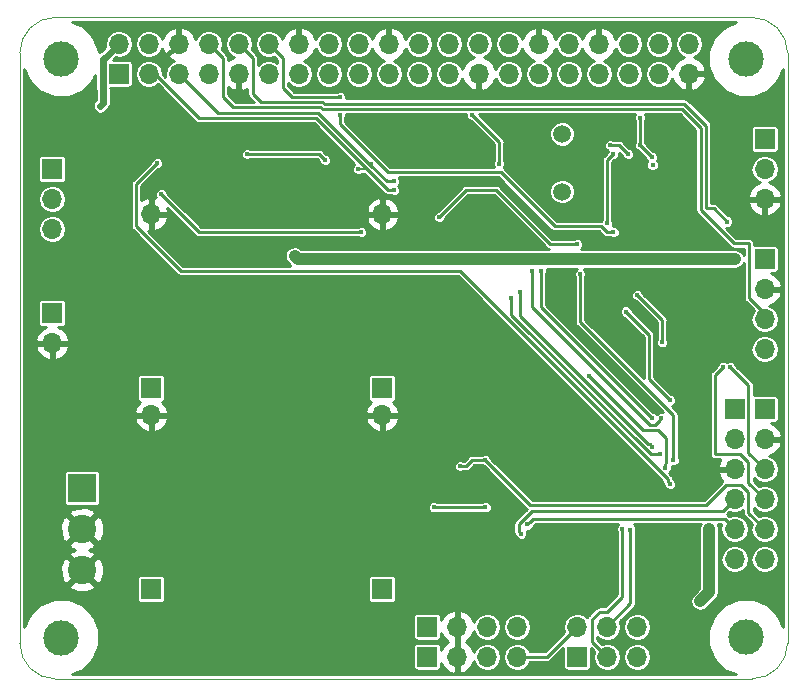
<source format=gbr>
G04 #@! TF.GenerationSoftware,KiCad,Pcbnew,(5.0.2)-1*
G04 #@! TF.CreationDate,2019-04-29T17:38:23-04:00*
G04 #@! TF.ProjectId,QPACE-DevelopmentBoard,51504143-452d-4446-9576-656c6f706d65,rev?*
G04 #@! TF.SameCoordinates,Original*
G04 #@! TF.FileFunction,Copper,L4,Bot*
G04 #@! TF.FilePolarity,Positive*
%FSLAX46Y46*%
G04 Gerber Fmt 4.6, Leading zero omitted, Abs format (unit mm)*
G04 Created by KiCad (PCBNEW (5.0.2)-1) date 4/29/2019 5:38:23 PM*
%MOMM*%
%LPD*%
G01*
G04 APERTURE LIST*
G04 #@! TA.AperFunction,NonConductor*
%ADD10C,0.100000*%
G04 #@! TD*
G04 #@! TA.AperFunction,ComponentPad*
%ADD11O,1.700000X1.700000*%
G04 #@! TD*
G04 #@! TA.AperFunction,ComponentPad*
%ADD12R,1.700000X1.700000*%
G04 #@! TD*
G04 #@! TA.AperFunction,ComponentPad*
%ADD13C,1.500000*%
G04 #@! TD*
G04 #@! TA.AperFunction,WasherPad*
%ADD14C,3.000000*%
G04 #@! TD*
G04 #@! TA.AperFunction,ComponentPad*
%ADD15R,2.400000X2.400000*%
G04 #@! TD*
G04 #@! TA.AperFunction,ComponentPad*
%ADD16C,2.400000*%
G04 #@! TD*
G04 #@! TA.AperFunction,ViaPad*
%ADD17C,0.400000*%
G04 #@! TD*
G04 #@! TA.AperFunction,Conductor*
%ADD18C,0.250000*%
G04 #@! TD*
G04 #@! TA.AperFunction,Conductor*
%ADD19C,1.000000*%
G04 #@! TD*
G04 #@! TA.AperFunction,Conductor*
%ADD20C,0.400000*%
G04 #@! TD*
G04 #@! TA.AperFunction,Conductor*
%ADD21C,0.600000*%
G04 #@! TD*
G04 #@! TA.AperFunction,Conductor*
%ADD22C,0.150000*%
G04 #@! TD*
G04 #@! TA.AperFunction,Conductor*
%ADD23C,0.254000*%
G04 #@! TD*
G04 APERTURE END LIST*
D10*
X78546356Y-63817611D02*
X78546356Y-113817611D01*
X78546356Y-63817611D02*
G75*
G02X81546356Y-60817611I3000000J0D01*
G01*
X140546356Y-60817611D02*
X81546356Y-60817611D01*
X140546356Y-60817611D02*
G75*
G02X143546356Y-63817611I0J-3000000D01*
G01*
X143546356Y-113817611D02*
X143546356Y-63817611D01*
X81546356Y-116817611D02*
G75*
G02X78546356Y-113817611I0J3000000D01*
G01*
X81546356Y-116817611D02*
X140546356Y-116817611D01*
X143546351Y-113822847D02*
G75*
G02X140546356Y-116817611I-2999995J5236D01*
G01*
D11*
G04 #@! TO.P,J9,6*
G04 #@! TO.N,/SWO*
X141605000Y-106680000D03*
G04 #@! TO.P,J9,5*
G04 #@! TO.N,/NRST*
X141605000Y-104140000D03*
G04 #@! TO.P,J9,4*
G04 #@! TO.N,/SWCLK*
X141605000Y-101600000D03*
G04 #@! TO.P,J9,3*
G04 #@! TO.N,/SWDIO*
X141605000Y-99060000D03*
G04 #@! TO.P,J9,2*
G04 #@! TO.N,GND*
X141605000Y-96520000D03*
D12*
G04 #@! TO.P,J9,1*
G04 #@! TO.N,3_3V_Rail*
X141605000Y-93980000D03*
G04 #@! TD*
D13*
G04 #@! TO.P,Y1,2*
G04 #@! TO.N,Net-(C5-Pad1)*
X124460000Y-70685000D03*
G04 #@! TO.P,Y1,1*
G04 #@! TO.N,Net-(C4-Pad1)*
X124460000Y-75565000D03*
G04 #@! TD*
D12*
G04 #@! TO.P,J13,1*
G04 #@! TO.N,N/C*
X86920000Y-65590000D03*
D11*
G04 #@! TO.P,J13,2*
G04 #@! TO.N,/Simulate-CCDR/P5V_HAT*
X86920000Y-63050000D03*
G04 #@! TO.P,J13,3*
G04 #@! TO.N,/Simulate-CCDR/Pi_I2C_SDA*
X89460000Y-65590000D03*
G04 #@! TO.P,J13,4*
G04 #@! TO.N,/Simulate-CCDR/P5V_HAT*
X89460000Y-63050000D03*
G04 #@! TO.P,J13,5*
G04 #@! TO.N,/Simulate-CCDR/Pi_I2C_SCL*
X92000000Y-65590000D03*
G04 #@! TO.P,J13,6*
G04 #@! TO.N,GND*
X92000000Y-63050000D03*
G04 #@! TO.P,J13,7*
G04 #@! TO.N,N/C*
X94540000Y-65590000D03*
G04 #@! TO.P,J13,8*
G04 #@! TO.N,/UART_TX_CCDR*
X94540000Y-63050000D03*
G04 #@! TO.P,J13,9*
G04 #@! TO.N,GND*
X97080000Y-65590000D03*
G04 #@! TO.P,J13,10*
G04 #@! TO.N,/UART_RX_CCDR*
X97080000Y-63050000D03*
G04 #@! TO.P,J13,11*
G04 #@! TO.N,N/C*
X99620000Y-65590000D03*
G04 #@! TO.P,J13,12*
G04 #@! TO.N,/PiHeartBeat*
X99620000Y-63050000D03*
G04 #@! TO.P,J13,13*
G04 #@! TO.N,N/C*
X102160000Y-65590000D03*
G04 #@! TO.P,J13,14*
G04 #@! TO.N,GND*
X102160000Y-63050000D03*
G04 #@! TO.P,J13,15*
G04 #@! TO.N,N/C*
X104700000Y-65590000D03*
G04 #@! TO.P,J13,16*
X104700000Y-63050000D03*
G04 #@! TO.P,J13,17*
X107240000Y-65590000D03*
G04 #@! TO.P,J13,18*
X107240000Y-63050000D03*
G04 #@! TO.P,J13,19*
X109780000Y-65590000D03*
G04 #@! TO.P,J13,20*
G04 #@! TO.N,GND*
X109780000Y-63050000D03*
G04 #@! TO.P,J13,21*
G04 #@! TO.N,N/C*
X112320000Y-65590000D03*
G04 #@! TO.P,J13,22*
X112320000Y-63050000D03*
G04 #@! TO.P,J13,23*
X114860000Y-65590000D03*
G04 #@! TO.P,J13,24*
X114860000Y-63050000D03*
G04 #@! TO.P,J13,25*
G04 #@! TO.N,GND*
X117400000Y-65590000D03*
G04 #@! TO.P,J13,26*
G04 #@! TO.N,N/C*
X117400000Y-63050000D03*
G04 #@! TO.P,J13,27*
X119940000Y-65590000D03*
G04 #@! TO.P,J13,28*
X119940000Y-63050000D03*
G04 #@! TO.P,J13,29*
X122480000Y-65590000D03*
G04 #@! TO.P,J13,30*
G04 #@! TO.N,GND*
X122480000Y-63050000D03*
G04 #@! TO.P,J13,31*
G04 #@! TO.N,N/C*
X125020000Y-65590000D03*
G04 #@! TO.P,J13,32*
X125020000Y-63050000D03*
G04 #@! TO.P,J13,33*
X127560000Y-65590000D03*
G04 #@! TO.P,J13,34*
G04 #@! TO.N,GND*
X127560000Y-63050000D03*
G04 #@! TO.P,J13,35*
G04 #@! TO.N,N/C*
X130100000Y-65590000D03*
G04 #@! TO.P,J13,36*
G04 #@! TO.N,/Simulate-CCDR/Pi_I2C_~IRQ*
X130100000Y-63050000D03*
G04 #@! TO.P,J13,37*
G04 #@! TO.N,N/C*
X132640000Y-65590000D03*
G04 #@! TO.P,J13,38*
X132640000Y-63050000D03*
G04 #@! TO.P,J13,39*
G04 #@! TO.N,GND*
X135180000Y-65590000D03*
G04 #@! TO.P,J13,40*
G04 #@! TO.N,N/C*
X135180000Y-63050000D03*
G04 #@! TD*
D14*
G04 #@! TO.P,H1,*
G04 #@! TO.N,*
X82040000Y-64310000D03*
G04 #@! TD*
G04 #@! TO.P,H2,*
G04 #@! TO.N,*
X140040000Y-64330000D03*
G04 #@! TD*
G04 #@! TO.P,H3,*
G04 #@! TO.N,*
X82040000Y-113320000D03*
G04 #@! TD*
G04 #@! TO.P,H4,*
G04 #@! TO.N,*
X140030000Y-113310000D03*
G04 #@! TD*
D11*
G04 #@! TO.P,J7,3*
G04 #@! TO.N,GND*
X141605000Y-76200000D03*
G04 #@! TO.P,J7,2*
G04 #@! TO.N,/I2C_SCL*
X141605000Y-73660000D03*
D12*
G04 #@! TO.P,J7,1*
G04 #@! TO.N,/I2C_SDA*
X141605000Y-71120000D03*
G04 #@! TD*
D11*
G04 #@! TO.P,J8,6*
G04 #@! TO.N,N/C*
X139065000Y-106680000D03*
G04 #@! TO.P,J8,5*
G04 #@! TO.N,/GPS_RX*
X139065000Y-104140000D03*
G04 #@! TO.P,J8,4*
G04 #@! TO.N,/GPS_TX*
X139065000Y-101600000D03*
G04 #@! TO.P,J8,3*
G04 #@! TO.N,GND*
X139065000Y-99060000D03*
G04 #@! TO.P,J8,2*
G04 #@! TO.N,+5V*
X139065000Y-96520000D03*
D12*
G04 #@! TO.P,J8,1*
G04 #@! TO.N,3_3V_Rail*
X139065000Y-93980000D03*
G04 #@! TD*
D11*
G04 #@! TO.P,J2,2*
G04 #@! TO.N,GND*
X81280000Y-88392000D03*
D12*
G04 #@! TO.P,J2,1*
G04 #@! TO.N,+5V*
X81280000Y-85852000D03*
G04 #@! TD*
D11*
G04 #@! TO.P,SW2,3*
G04 #@! TO.N,N/C*
X81280000Y-78740000D03*
G04 #@! TO.P,SW2,2*
G04 #@! TO.N,Net-(R3-Pad2)*
X81280000Y-76200000D03*
D12*
G04 #@! TO.P,SW2,1*
G04 #@! TO.N,/En_PiPwr*
X81280000Y-73660000D03*
G04 #@! TD*
D11*
G04 #@! TO.P,J10,4*
G04 #@! TO.N,Net-(J10-Pad4)*
X120650000Y-114935000D03*
G04 #@! TO.P,J10,3*
G04 #@! TO.N,Net-(J10-Pad3)*
X118110000Y-114935000D03*
G04 #@! TO.P,J10,2*
G04 #@! TO.N,GND*
X115570000Y-114935000D03*
D12*
G04 #@! TO.P,J10,1*
G04 #@! TO.N,+5V*
X113030000Y-114935000D03*
G04 #@! TD*
D11*
G04 #@! TO.P,J3,2*
G04 #@! TO.N,GND*
X89662000Y-94488000D03*
D12*
G04 #@! TO.P,J3,1*
G04 #@! TO.N,Net-(D1-Pad1)*
X89662000Y-109220000D03*
G04 #@! TD*
G04 #@! TO.P,J4,1*
G04 #@! TO.N,+5V*
X89662000Y-92202000D03*
D11*
G04 #@! TO.P,J4,2*
G04 #@! TO.N,GND*
X89662000Y-77470000D03*
G04 #@! TD*
D12*
G04 #@! TO.P,J5,1*
G04 #@! TO.N,+5V*
X109220000Y-109220000D03*
D11*
G04 #@! TO.P,J5,2*
G04 #@! TO.N,GND*
X109220000Y-94488000D03*
G04 #@! TD*
G04 #@! TO.P,J6,2*
G04 #@! TO.N,GND*
X109220000Y-77470000D03*
D12*
G04 #@! TO.P,J6,1*
G04 #@! TO.N,3_3V_Rail*
X109220000Y-92202000D03*
G04 #@! TD*
D11*
G04 #@! TO.P,J12,4*
G04 #@! TO.N,/UART_RX_CCDR*
X141605000Y-88900000D03*
G04 #@! TO.P,J12,3*
G04 #@! TO.N,/UART_TX_CCDR*
X141605000Y-86360000D03*
G04 #@! TO.P,J12,2*
G04 #@! TO.N,GND*
X141605000Y-83820000D03*
D12*
G04 #@! TO.P,J12,1*
G04 #@! TO.N,+5V*
X141605000Y-81280000D03*
G04 #@! TD*
D11*
G04 #@! TO.P,J11,4*
G04 #@! TO.N,Net-(J11-Pad4)*
X120650000Y-112395000D03*
G04 #@! TO.P,J11,3*
G04 #@! TO.N,Net-(J11-Pad3)*
X118110000Y-112395000D03*
G04 #@! TO.P,J11,2*
G04 #@! TO.N,GND*
X115570000Y-112395000D03*
D12*
G04 #@! TO.P,J11,1*
G04 #@! TO.N,+5V*
X113030000Y-112395000D03*
G04 #@! TD*
D11*
G04 #@! TO.P,SW1,6*
G04 #@! TO.N,Net-(J11-Pad4)*
X130810000Y-112395000D03*
G04 #@! TO.P,SW1,3*
G04 #@! TO.N,Net-(J11-Pad3)*
X130810000Y-114935000D03*
G04 #@! TO.P,SW1,5*
G04 #@! TO.N,/UART_RX_RF_int*
X128270000Y-112395000D03*
G04 #@! TO.P,SW1,2*
G04 #@! TO.N,/UART_TX_RF_int*
X128270000Y-114935000D03*
G04 #@! TO.P,SW1,4*
G04 #@! TO.N,Net-(J10-Pad4)*
X125730000Y-112395000D03*
D12*
G04 #@! TO.P,SW1,1*
G04 #@! TO.N,Net-(J10-Pad3)*
X125730000Y-114935000D03*
G04 #@! TD*
D15*
G04 #@! TO.P,J1,1*
G04 #@! TO.N,Net-(D1-Pad2)*
X83820000Y-100640000D03*
D16*
G04 #@! TO.P,J1,3*
G04 #@! TO.N,GND*
X83820000Y-107640000D03*
G04 #@! TO.P,J1,2*
X83820000Y-104140000D03*
G04 #@! TD*
D17*
G04 #@! TO.N,GND*
X121285000Y-95250000D03*
X121439936Y-106704650D03*
X121666000Y-91694000D03*
X130048000Y-73660000D03*
X119380000Y-107442000D03*
X123444000Y-103886000D03*
X135128000Y-90678000D03*
X116078000Y-94234000D03*
X128712000Y-107696000D03*
X110490000Y-69850000D03*
X138684000Y-76200000D03*
X130810000Y-76200000D03*
X129032000Y-78232000D03*
X120635942Y-101730020D03*
X122174000Y-100838000D03*
X128016000Y-84074004D03*
X131659553Y-93398986D03*
X132842000Y-76454000D03*
X135382000Y-75692000D03*
X110490000Y-69850000D03*
X110490000Y-69850000D03*
X115824000Y-70612000D03*
X115824000Y-86360000D03*
X115824000Y-86360000D03*
X107696000Y-80264000D03*
X107696000Y-80264000D03*
X118364000Y-77724000D03*
X117710000Y-76570000D03*
X121920000Y-77724000D03*
X121920000Y-77724000D03*
X121920000Y-77724000D03*
X104140000Y-71628000D03*
X123952000Y-100076000D03*
X123952000Y-100076000D03*
X126492000Y-96520000D03*
X135382000Y-77978000D03*
X125612761Y-95367239D03*
X108204000Y-83329010D03*
X91440000Y-70866000D03*
X98425000Y-98044000D03*
X105791000Y-105283000D03*
X102235000Y-89281000D03*
X102235000Y-89281000D03*
X92075000Y-86106000D03*
G04 #@! TO.N,3_3V_Rail*
X90525001Y-75793001D03*
X131064000Y-71628000D03*
X132080000Y-72661000D03*
X132130000Y-73312500D03*
X131064000Y-69325000D03*
X107442000Y-78994038D03*
G04 #@! TO.N,+5V*
X97790000Y-72390000D03*
X136906000Y-104140000D03*
X104394000Y-72898000D03*
X136170008Y-110209992D03*
X139065000Y-81280000D03*
X101805597Y-81026000D03*
G04 #@! TO.N,/I2C_SCL*
X128524000Y-71628000D03*
X130048000Y-72390000D03*
X120904000Y-84074000D03*
X132079992Y-97155000D03*
G04 #@! TO.N,/GPS_TX*
X120993921Y-104550323D03*
G04 #@! TO.N,/GPS_RX*
X121529245Y-103749233D03*
G04 #@! TO.N,/SWO*
X126737649Y-91194351D03*
X133208472Y-98937994D03*
G04 #@! TO.N,/NRST*
X117946400Y-98298000D03*
X115824000Y-98806000D03*
G04 #@! TO.N,/SWDIO*
X138684006Y-90424000D03*
G04 #@! TO.N,/SWCLK*
X138083987Y-90424000D03*
G04 #@! TO.N,/UART_RX_CCDR*
X138430000Y-78105000D03*
G04 #@! TO.N,/Simulate-CCDR/P5V_HAT*
X85344000Y-68326000D03*
G04 #@! TO.N,/Simulate-CCDR/Pi_I2C_SDA*
X110236000Y-75438000D03*
X107188000Y-73660000D03*
G04 #@! TO.N,/Simulate-CCDR/Pi_I2C_SCL*
X110236000Y-74676000D03*
X108247670Y-73213796D03*
G04 #@! TO.N,/Simulate-CCDR/Pi_I2C_~IRQ*
X114046000Y-77724000D03*
X125730000Y-80010000D03*
G04 #@! TO.N,/En_PiPwr*
X90170000Y-73152000D03*
X133604000Y-100330000D03*
G04 #@! TO.N,Net-(R8-Pad2)*
X116840000Y-69088000D03*
X119126000Y-73195010D03*
G04 #@! TO.N,/Simluate-WTC/SWD_SWDIO*
X129860000Y-85725000D03*
X133604000Y-93218000D03*
G04 #@! TO.N,/Simluate-WTC/SWD_SWCLK*
X130810000Y-84328000D03*
X132928414Y-88320278D03*
G04 #@! TO.N,/Simluate-WTC/CCDR_UART_TX*
X122682000Y-82296000D03*
X132080000Y-94742012D03*
G04 #@! TO.N,/Simluate-WTC/CCDR_UART_RX*
X121920000Y-82296000D03*
X132841988Y-94764990D03*
G04 #@! TO.N,/UART_TX_RF_int*
X129540000Y-104140000D03*
G04 #@! TO.N,/UART_RX_RF_int*
X130228739Y-104193739D03*
G04 #@! TO.N,/I2C_SDA*
X128778000Y-72390000D03*
X120142000Y-84582000D03*
X128270000Y-78232000D03*
X132714974Y-97790000D03*
G04 #@! TO.N,/PiHeartBeat*
X105664000Y-67564000D03*
X105664000Y-69088000D03*
X128795000Y-78994000D03*
X125984000Y-82550000D03*
X133875000Y-98298000D03*
G04 #@! TO.N,VDDA*
X117967760Y-102290880D03*
X113615000Y-102290000D03*
G04 #@! TD*
D18*
G04 #@! TO.N,GND*
X121439936Y-106704650D02*
X120117350Y-106704650D01*
X120117350Y-106704650D02*
X119380000Y-107442000D01*
X128712000Y-106796000D02*
X125802000Y-103886000D01*
X128712000Y-107696000D02*
X128712000Y-106796000D01*
X125802000Y-103886000D02*
X123444000Y-103886000D01*
X142113000Y-83312000D02*
X141605000Y-83820000D01*
X130048000Y-75946000D02*
X130302000Y-76200000D01*
X130527158Y-76200000D02*
X130810000Y-76200000D01*
X130302000Y-76200000D02*
X130527158Y-76200000D01*
X130048000Y-73660000D02*
X130048000Y-75946000D01*
D19*
X128016000Y-84074000D02*
X128016000Y-84074004D01*
D18*
X110490000Y-69850000D02*
X115062000Y-69850000D01*
X115062000Y-69850000D02*
X115824000Y-70612000D01*
X107696000Y-80264000D02*
X115824000Y-80264000D01*
X115824000Y-80264000D02*
X118364000Y-77724000D01*
X119183990Y-74987990D02*
X121920000Y-77724000D01*
X117838999Y-78249001D02*
X113793999Y-78249001D01*
X118364000Y-77724000D02*
X117838999Y-78249001D01*
X113793999Y-78249001D02*
X113520999Y-77976001D01*
X113520999Y-77976001D02*
X113520999Y-77471999D01*
X113520999Y-77471999D02*
X116005008Y-74987990D01*
X116005008Y-74987990D02*
X119183990Y-74987990D01*
X115824000Y-86360000D02*
X112793010Y-83329010D01*
X108486842Y-83329010D02*
X108204000Y-83329010D01*
X112793010Y-83329010D02*
X108486842Y-83329010D01*
D20*
X88209999Y-67635999D02*
X91440000Y-70866000D01*
X88209999Y-64989999D02*
X88209999Y-67635999D01*
X88859999Y-64339999D02*
X88209999Y-64989999D01*
X92000000Y-63050000D02*
X90710001Y-64339999D01*
X90710001Y-64339999D02*
X88859999Y-64339999D01*
D18*
X107696000Y-80264000D02*
X107967001Y-79992999D01*
X107967001Y-75455001D02*
X104339999Y-71827999D01*
X107967001Y-79992999D02*
X107967001Y-75455001D01*
X104339999Y-71827999D02*
X104140000Y-71628000D01*
X102235000Y-89281000D02*
X95250000Y-89281000D01*
X95250000Y-89281000D02*
X92075000Y-86106000D01*
G04 #@! TO.N,3_3V_Rail*
X131064000Y-71628000D02*
X131064000Y-71645000D01*
X131064000Y-71645000D02*
X132080000Y-72661000D01*
X131064000Y-69342000D02*
X131064000Y-69325000D01*
X131064000Y-71628000D02*
X131064000Y-69325000D01*
X107159158Y-78994038D02*
X107442000Y-78994038D01*
X90525001Y-75793001D02*
X93726038Y-78994038D01*
X93726038Y-78994038D02*
X107159158Y-78994038D01*
G04 #@! TO.N,+5V*
X103886000Y-72390000D02*
X104194001Y-72698001D01*
X97790000Y-72390000D02*
X103886000Y-72390000D01*
X104194001Y-72698001D02*
X104394000Y-72898000D01*
D19*
X136906000Y-109474000D02*
X136370007Y-110009993D01*
X136906000Y-104140000D02*
X136906000Y-109474000D01*
X136370007Y-110009993D02*
X136170008Y-110209992D01*
X139065000Y-81280000D02*
X105664000Y-81280000D01*
X102059597Y-81280000D02*
X101805597Y-81026000D01*
X139065000Y-81280000D02*
X102059597Y-81280000D01*
D18*
G04 #@! TO.N,/I2C_SCL*
X128524000Y-71628000D02*
X129286000Y-71628000D01*
X129286000Y-71628000D02*
X130048000Y-72390000D01*
X131755822Y-96955001D02*
X131879993Y-96955001D01*
X120904000Y-84074000D02*
X120904000Y-86103179D01*
X120904000Y-86103179D02*
X131755822Y-96955001D01*
X131879993Y-96955001D02*
X132079992Y-97155000D01*
G04 #@! TO.N,/GPS_TX*
X138215001Y-102449999D02*
X139065000Y-101600000D01*
X138049000Y-102616000D02*
X138215001Y-102449999D01*
X120993921Y-104550323D02*
X120793922Y-104350324D01*
X121920000Y-102616000D02*
X138049000Y-102616000D01*
X120793922Y-103742078D02*
X121920000Y-102616000D01*
X120793922Y-104350324D02*
X120793922Y-103742078D01*
G04 #@! TO.N,/GPS_RX*
X121988477Y-103290001D02*
X121729244Y-103549234D01*
X121729244Y-103549234D02*
X121529245Y-103749233D01*
X139065000Y-104140000D02*
X138215001Y-103290001D01*
X138215001Y-103290001D02*
X121988477Y-103290001D01*
G04 #@! TO.N,/SWO*
X126737649Y-91194351D02*
X131301298Y-95758000D01*
X132588000Y-95758000D02*
X133286238Y-96456238D01*
X133208472Y-98655152D02*
X133208472Y-98937994D01*
X133286238Y-98577386D02*
X133208472Y-98655152D01*
X133286238Y-96456238D02*
X133286238Y-98577386D01*
X131301298Y-95758000D02*
X132588000Y-95758000D01*
G04 #@! TO.N,/NRST*
X117946400Y-98298000D02*
X116840000Y-98298000D01*
X116840000Y-98298000D02*
X116332000Y-98806000D01*
X116332000Y-98806000D02*
X115824000Y-98806000D01*
X117946400Y-98298000D02*
X118200400Y-98552000D01*
X121502400Y-101854000D02*
X117946400Y-98298000D01*
X121522588Y-101854000D02*
X121502400Y-101854000D01*
X121776588Y-102108000D02*
X121522588Y-101854000D01*
X140240001Y-102775001D02*
X140240001Y-101035999D01*
X141605000Y-104140000D02*
X140240001Y-102775001D01*
X140240001Y-101035999D02*
X139629001Y-100424999D01*
X139629001Y-100424999D02*
X138335001Y-100424999D01*
X138335001Y-100424999D02*
X136652000Y-102108000D01*
X136652000Y-102108000D02*
X121776588Y-102108000D01*
G04 #@! TO.N,/SWDIO*
X140240001Y-91979995D02*
X138884005Y-90623999D01*
X141605000Y-99060000D02*
X140240001Y-97695001D01*
X140240001Y-97695001D02*
X140240001Y-91979995D01*
X138884005Y-90623999D02*
X138684006Y-90424000D01*
G04 #@! TO.N,/SWCLK*
X141605000Y-101600000D02*
X140240001Y-100235001D01*
X137414000Y-91093987D02*
X138083987Y-90424000D01*
X139534002Y-97790000D02*
X137414000Y-97790000D01*
X140240001Y-98495999D02*
X139534002Y-97790000D01*
X137414000Y-97790000D02*
X137414000Y-91093987D01*
X140240001Y-100235001D02*
X140240001Y-98495999D01*
G04 #@! TO.N,/UART_RX_CCDR*
X136652000Y-69975589D02*
X136652000Y-76962000D01*
X104313631Y-68112988D02*
X134789399Y-68112988D01*
X104192610Y-67991967D02*
X104313631Y-68112988D01*
X98979967Y-67991967D02*
X104192610Y-67991967D01*
X134789399Y-68112988D02*
X136652000Y-69975589D01*
X98255001Y-64225001D02*
X98255001Y-67267001D01*
X97080000Y-63050000D02*
X98255001Y-64225001D01*
X98255001Y-67267001D02*
X98979967Y-67991967D01*
X136652000Y-76962000D02*
X137287000Y-76962000D01*
X137287000Y-76962000D02*
X138430000Y-78105000D01*
G04 #@! TO.N,/UART_TX_CCDR*
X140277011Y-84582001D02*
X141605000Y-85909990D01*
X140277011Y-79952011D02*
X140277011Y-84582001D01*
X139005600Y-79952011D02*
X140277011Y-79952011D01*
X136201989Y-77148400D02*
X139005600Y-79952011D01*
X95715001Y-64225001D02*
X95715001Y-67521001D01*
X94540000Y-63050000D02*
X95715001Y-64225001D01*
X136201989Y-70161989D02*
X136201989Y-77148400D01*
X95715001Y-67521001D02*
X96635978Y-68441978D01*
X134602999Y-68562999D02*
X136201989Y-70161989D01*
X96635978Y-68441978D02*
X104006210Y-68441978D01*
X104006210Y-68441978D02*
X104127231Y-68562999D01*
X104127231Y-68562999D02*
X134602999Y-68562999D01*
D21*
G04 #@! TO.N,/Simulate-CCDR/P5V_HAT*
X85730001Y-64239999D02*
X86920000Y-63050000D01*
X85598000Y-68072000D02*
X85598000Y-66868002D01*
X85344000Y-68326000D02*
X85598000Y-68072000D01*
X85598000Y-66868002D02*
X85569999Y-66840001D01*
X85569999Y-66840001D02*
X85569999Y-64339999D01*
X85569999Y-64339999D02*
X85669999Y-64239999D01*
X85669999Y-64239999D02*
X85730001Y-64239999D01*
D18*
G04 #@! TO.N,/Simulate-CCDR/Pi_I2C_SDA*
X109729410Y-75438000D02*
X110236000Y-75438000D01*
X93726000Y-69342000D02*
X103633410Y-69342000D01*
X89460000Y-65590000D02*
X89974000Y-65590000D01*
X89974000Y-65590000D02*
X93726000Y-69342000D01*
D22*
X107951410Y-73660000D02*
X107188000Y-73660000D01*
D18*
X107951410Y-73660000D02*
X109729410Y-75438000D01*
X103633410Y-69342000D02*
X107951410Y-73660000D01*
G04 #@! TO.N,/Simulate-CCDR/Pi_I2C_SCL*
X92849999Y-66439999D02*
X92000000Y-65590000D01*
X103819810Y-68891989D02*
X95301989Y-68891989D01*
X110236000Y-74676000D02*
X109603821Y-74676000D01*
X95301989Y-68891989D02*
X92849999Y-66439999D01*
D22*
X108204000Y-73257466D02*
X108247670Y-73213796D01*
X108204000Y-73276179D02*
X108204000Y-73257466D01*
D18*
X108204000Y-73276179D02*
X103819810Y-68891989D01*
X109603821Y-74676000D02*
X108204000Y-73276179D01*
G04 #@! TO.N,/Simulate-CCDR/Pi_I2C_~IRQ*
X123444000Y-80010000D02*
X125730000Y-80010000D01*
X123328020Y-79894020D02*
X123444000Y-80010000D01*
X123325200Y-79894019D02*
X123328020Y-79894020D01*
X116332000Y-75438000D02*
X118869181Y-75438000D01*
X114046000Y-77724000D02*
X116332000Y-75438000D01*
X118869181Y-75438000D02*
X123325200Y-79894019D01*
G04 #@! TO.N,/En_PiPwr*
X88392000Y-74930000D02*
X90170000Y-73152000D01*
X133404001Y-100130001D02*
X133404001Y-99876001D01*
X133604000Y-100330000D02*
X133404001Y-100130001D01*
X133404001Y-99876001D02*
X115824000Y-82296000D01*
X115824000Y-82296000D02*
X92202000Y-82296000D01*
X92202000Y-82296000D02*
X88392000Y-78486000D01*
X88392000Y-78486000D02*
X88392000Y-74930000D01*
G04 #@! TO.N,Net-(R8-Pad2)*
X116840000Y-69088000D02*
X119126000Y-71374000D01*
X119126000Y-72912168D02*
X119126000Y-73195010D01*
X119126000Y-71374000D02*
X119126000Y-72912168D01*
G04 #@! TO.N,/Simluate-WTC/SWD_SWDIO*
X132588000Y-92202000D02*
X133604000Y-93218000D01*
X131826000Y-91440000D02*
X132588000Y-92202000D01*
X129860000Y-85725000D02*
X131826000Y-87691000D01*
X131826000Y-87691000D02*
X131826000Y-91440000D01*
G04 #@! TO.N,/Simluate-WTC/SWD_SWCLK*
X130810000Y-84328000D02*
X132928414Y-86446414D01*
X132928414Y-88037436D02*
X132928414Y-88320278D01*
X132928414Y-86446414D02*
X132928414Y-88037436D01*
G04 #@! TO.N,/Simluate-WTC/CCDR_UART_TX*
X131880001Y-94542013D02*
X132080000Y-94742012D01*
X122682000Y-82296000D02*
X122682000Y-85344012D01*
X122682000Y-85344012D02*
X131880001Y-94542013D01*
G04 #@! TO.N,/Simluate-WTC/CCDR_UART_RX*
X132641989Y-94964989D02*
X132841988Y-94764990D01*
X132298989Y-95307989D02*
X132641989Y-94964989D01*
X131883989Y-95307989D02*
X132298989Y-95307989D01*
X121920000Y-82296000D02*
X121920000Y-85344000D01*
X121920000Y-85344000D02*
X131883989Y-95307989D01*
G04 #@! TO.N,/UART_TX_RF_int*
X128270000Y-114935000D02*
X127000000Y-113665000D01*
X127000000Y-113665000D02*
X127000000Y-111760000D01*
X127000000Y-111760000D02*
X127635000Y-111125000D01*
X127635000Y-111125000D02*
X128270000Y-111125000D01*
X128270000Y-111125000D02*
X129540000Y-109855000D01*
X129540000Y-109855000D02*
X129540000Y-104140000D01*
G04 #@! TO.N,/UART_RX_RF_int*
X130228739Y-104476581D02*
X130228739Y-104193739D01*
X130228739Y-110436261D02*
X130228739Y-104476581D01*
X128270000Y-112395000D02*
X130228739Y-110436261D01*
G04 #@! TO.N,/I2C_SDA*
X128778000Y-72390000D02*
X128270000Y-72898000D01*
X128270000Y-72898000D02*
X128270000Y-77949158D01*
X128270000Y-77949158D02*
X128270000Y-78232000D01*
X120142000Y-85977589D02*
X131954411Y-97790000D01*
X132432132Y-97790000D02*
X132714974Y-97790000D01*
X120142000Y-84582000D02*
X120142000Y-85977589D01*
X131954411Y-97790000D02*
X132432132Y-97790000D01*
G04 #@! TO.N,/PiHeartBeat*
X100795001Y-64225001D02*
X100795001Y-66759001D01*
X99620000Y-63050000D02*
X100795001Y-64225001D01*
X105641957Y-67541957D02*
X105664000Y-67564000D01*
X100795001Y-66759001D02*
X101577957Y-67541957D01*
X101577957Y-67541957D02*
X105641957Y-67541957D01*
X133875000Y-98015158D02*
X133875000Y-98298000D01*
X125984000Y-82550000D02*
X125984000Y-86598996D01*
X133875000Y-94489996D02*
X133875000Y-98015158D01*
X125984000Y-86598996D02*
X133875000Y-94489996D01*
X127746998Y-78486000D02*
X128254998Y-78994000D01*
X123826410Y-78486000D02*
X127746998Y-78486000D01*
X105664000Y-69088000D02*
X105664000Y-69850000D01*
X119254410Y-73914000D02*
X123826410Y-78486000D01*
X109728000Y-73914000D02*
X119254410Y-73914000D01*
X105664000Y-69850000D02*
X109728000Y-73914000D01*
X128254998Y-78994000D02*
X128795000Y-78994000D01*
G04 #@! TO.N,Net-(J10-Pad4)*
X123190000Y-114935000D02*
X125730000Y-112395000D01*
X120650000Y-114935000D02*
X123190000Y-114935000D01*
G04 #@! TO.N,VDDA*
X117967760Y-102290880D02*
X113615880Y-102290880D01*
X113615880Y-102290880D02*
X113615000Y-102290000D01*
G04 #@! TD*
D23*
G04 #@! TO.N,GND*
G36*
X138212051Y-61594281D02*
X137304281Y-62502051D01*
X136813000Y-63688110D01*
X136813000Y-64971890D01*
X137304281Y-66157949D01*
X138212051Y-67065719D01*
X139398110Y-67557000D01*
X140681890Y-67557000D01*
X141867949Y-67065719D01*
X142775719Y-66157949D01*
X143169357Y-65207621D01*
X143169356Y-112456518D01*
X142765719Y-111482051D01*
X141857949Y-110574281D01*
X140671890Y-110083000D01*
X139388110Y-110083000D01*
X138202051Y-110574281D01*
X137294281Y-111482051D01*
X136803000Y-112668110D01*
X136803000Y-113951890D01*
X137294281Y-115137949D01*
X138202051Y-116045719D01*
X139155406Y-116440611D01*
X82938736Y-116440611D01*
X83867949Y-116055719D01*
X84775719Y-115147949D01*
X85267000Y-113961890D01*
X85267000Y-112678110D01*
X84797652Y-111545000D01*
X111846594Y-111545000D01*
X111846594Y-113245000D01*
X111871973Y-113372589D01*
X111944246Y-113480754D01*
X112052411Y-113553027D01*
X112180000Y-113578406D01*
X113880000Y-113578406D01*
X114007589Y-113553027D01*
X114115754Y-113480754D01*
X114188027Y-113372589D01*
X114213406Y-113245000D01*
X114213406Y-112932657D01*
X114374817Y-113276358D01*
X114801271Y-113665000D01*
X114374817Y-114053642D01*
X114213406Y-114397343D01*
X114213406Y-114085000D01*
X114188027Y-113957411D01*
X114115754Y-113849246D01*
X114007589Y-113776973D01*
X113880000Y-113751594D01*
X112180000Y-113751594D01*
X112052411Y-113776973D01*
X111944246Y-113849246D01*
X111871973Y-113957411D01*
X111846594Y-114085000D01*
X111846594Y-115785000D01*
X111871973Y-115912589D01*
X111944246Y-116020754D01*
X112052411Y-116093027D01*
X112180000Y-116118406D01*
X113880000Y-116118406D01*
X114007589Y-116093027D01*
X114115754Y-116020754D01*
X114188027Y-115912589D01*
X114213406Y-115785000D01*
X114213406Y-115472657D01*
X114374817Y-115816358D01*
X114803076Y-116206645D01*
X115213110Y-116376476D01*
X115443000Y-116255155D01*
X115443000Y-115062000D01*
X115423000Y-115062000D01*
X115423000Y-114808000D01*
X115443000Y-114808000D01*
X115443000Y-112522000D01*
X115423000Y-112522000D01*
X115423000Y-112268000D01*
X115443000Y-112268000D01*
X115443000Y-111074845D01*
X115697000Y-111074845D01*
X115697000Y-112268000D01*
X115717000Y-112268000D01*
X115717000Y-112522000D01*
X115697000Y-112522000D01*
X115697000Y-114808000D01*
X115717000Y-114808000D01*
X115717000Y-115062000D01*
X115697000Y-115062000D01*
X115697000Y-116255155D01*
X115926890Y-116376476D01*
X116336924Y-116206645D01*
X116765183Y-115816358D01*
X116990023Y-115337594D01*
X117001291Y-115394242D01*
X117261431Y-115783569D01*
X117650758Y-116043709D01*
X117994080Y-116112000D01*
X118225920Y-116112000D01*
X118569242Y-116043709D01*
X118958569Y-115783569D01*
X119218709Y-115394242D01*
X119310058Y-114935000D01*
X119218709Y-114475758D01*
X118958569Y-114086431D01*
X118569242Y-113826291D01*
X118225920Y-113758000D01*
X117994080Y-113758000D01*
X117650758Y-113826291D01*
X117261431Y-114086431D01*
X117001291Y-114475758D01*
X116990023Y-114532406D01*
X116765183Y-114053642D01*
X116338729Y-113665000D01*
X116765183Y-113276358D01*
X116990023Y-112797594D01*
X117001291Y-112854242D01*
X117261431Y-113243569D01*
X117650758Y-113503709D01*
X117994080Y-113572000D01*
X118225920Y-113572000D01*
X118569242Y-113503709D01*
X118958569Y-113243569D01*
X119218709Y-112854242D01*
X119310058Y-112395000D01*
X119449942Y-112395000D01*
X119541291Y-112854242D01*
X119801431Y-113243569D01*
X120190758Y-113503709D01*
X120534080Y-113572000D01*
X120765920Y-113572000D01*
X121109242Y-113503709D01*
X121498569Y-113243569D01*
X121758709Y-112854242D01*
X121850058Y-112395000D01*
X121758709Y-111935758D01*
X121498569Y-111546431D01*
X121109242Y-111286291D01*
X120765920Y-111218000D01*
X120534080Y-111218000D01*
X120190758Y-111286291D01*
X119801431Y-111546431D01*
X119541291Y-111935758D01*
X119449942Y-112395000D01*
X119310058Y-112395000D01*
X119218709Y-111935758D01*
X118958569Y-111546431D01*
X118569242Y-111286291D01*
X118225920Y-111218000D01*
X117994080Y-111218000D01*
X117650758Y-111286291D01*
X117261431Y-111546431D01*
X117001291Y-111935758D01*
X116990023Y-111992406D01*
X116765183Y-111513642D01*
X116336924Y-111123355D01*
X115926890Y-110953524D01*
X115697000Y-111074845D01*
X115443000Y-111074845D01*
X115213110Y-110953524D01*
X114803076Y-111123355D01*
X114374817Y-111513642D01*
X114213406Y-111857343D01*
X114213406Y-111545000D01*
X114188027Y-111417411D01*
X114115754Y-111309246D01*
X114007589Y-111236973D01*
X113880000Y-111211594D01*
X112180000Y-111211594D01*
X112052411Y-111236973D01*
X111944246Y-111309246D01*
X111871973Y-111417411D01*
X111846594Y-111545000D01*
X84797652Y-111545000D01*
X84775719Y-111492051D01*
X83867949Y-110584281D01*
X82681890Y-110093000D01*
X81398110Y-110093000D01*
X80212051Y-110584281D01*
X79304281Y-111492051D01*
X78923356Y-112411687D01*
X78923356Y-108937175D01*
X82702430Y-108937175D01*
X82825565Y-109224788D01*
X83507734Y-109484707D01*
X84237443Y-109463786D01*
X84814435Y-109224788D01*
X84937570Y-108937175D01*
X83820000Y-107819605D01*
X82702430Y-108937175D01*
X78923356Y-108937175D01*
X78923356Y-107327734D01*
X81975293Y-107327734D01*
X81996214Y-108057443D01*
X82235212Y-108634435D01*
X82522825Y-108757570D01*
X83640395Y-107640000D01*
X83999605Y-107640000D01*
X85117175Y-108757570D01*
X85404788Y-108634435D01*
X85505542Y-108370000D01*
X88478594Y-108370000D01*
X88478594Y-110070000D01*
X88503973Y-110197589D01*
X88576246Y-110305754D01*
X88684411Y-110378027D01*
X88812000Y-110403406D01*
X90512000Y-110403406D01*
X90639589Y-110378027D01*
X90747754Y-110305754D01*
X90820027Y-110197589D01*
X90845406Y-110070000D01*
X90845406Y-108370000D01*
X108036594Y-108370000D01*
X108036594Y-110070000D01*
X108061973Y-110197589D01*
X108134246Y-110305754D01*
X108242411Y-110378027D01*
X108370000Y-110403406D01*
X110070000Y-110403406D01*
X110197589Y-110378027D01*
X110305754Y-110305754D01*
X110378027Y-110197589D01*
X110403406Y-110070000D01*
X110403406Y-108370000D01*
X110378027Y-108242411D01*
X110305754Y-108134246D01*
X110197589Y-108061973D01*
X110070000Y-108036594D01*
X108370000Y-108036594D01*
X108242411Y-108061973D01*
X108134246Y-108134246D01*
X108061973Y-108242411D01*
X108036594Y-108370000D01*
X90845406Y-108370000D01*
X90820027Y-108242411D01*
X90747754Y-108134246D01*
X90639589Y-108061973D01*
X90512000Y-108036594D01*
X88812000Y-108036594D01*
X88684411Y-108061973D01*
X88576246Y-108134246D01*
X88503973Y-108242411D01*
X88478594Y-108370000D01*
X85505542Y-108370000D01*
X85664707Y-107952266D01*
X85643786Y-107222557D01*
X85404788Y-106645565D01*
X85117175Y-106522430D01*
X83999605Y-107640000D01*
X83640395Y-107640000D01*
X82522825Y-106522430D01*
X82235212Y-106645565D01*
X81975293Y-107327734D01*
X78923356Y-107327734D01*
X78923356Y-105437175D01*
X82702430Y-105437175D01*
X82825565Y-105724788D01*
X83241071Y-105883104D01*
X82825565Y-106055212D01*
X82702430Y-106342825D01*
X83820000Y-107460395D01*
X84937570Y-106342825D01*
X84814435Y-106055212D01*
X84398929Y-105896896D01*
X84814435Y-105724788D01*
X84937570Y-105437175D01*
X83820000Y-104319605D01*
X82702430Y-105437175D01*
X78923356Y-105437175D01*
X78923356Y-103827734D01*
X81975293Y-103827734D01*
X81996214Y-104557443D01*
X82235212Y-105134435D01*
X82522825Y-105257570D01*
X83640395Y-104140000D01*
X83999605Y-104140000D01*
X85117175Y-105257570D01*
X85404788Y-105134435D01*
X85664707Y-104452266D01*
X85643786Y-103722557D01*
X85404788Y-103145565D01*
X85117175Y-103022430D01*
X83999605Y-104140000D01*
X83640395Y-104140000D01*
X82522825Y-103022430D01*
X82235212Y-103145565D01*
X81975293Y-103827734D01*
X78923356Y-103827734D01*
X78923356Y-102842825D01*
X82702430Y-102842825D01*
X83820000Y-103960395D01*
X84937570Y-102842825D01*
X84814435Y-102555212D01*
X84132266Y-102295293D01*
X83402557Y-102316214D01*
X82825565Y-102555212D01*
X82702430Y-102842825D01*
X78923356Y-102842825D01*
X78923356Y-102185173D01*
X113088000Y-102185173D01*
X113088000Y-102394827D01*
X113168231Y-102588522D01*
X113316478Y-102736769D01*
X113510173Y-102817000D01*
X113719827Y-102817000D01*
X113898769Y-102742880D01*
X117681867Y-102742880D01*
X117862933Y-102817880D01*
X118072587Y-102817880D01*
X118266282Y-102737649D01*
X118414529Y-102589402D01*
X118494760Y-102395707D01*
X118494760Y-102186053D01*
X118414529Y-101992358D01*
X118266282Y-101844111D01*
X118072587Y-101763880D01*
X117862933Y-101763880D01*
X117681867Y-101838880D01*
X113903018Y-101838880D01*
X113719827Y-101763000D01*
X113510173Y-101763000D01*
X113316478Y-101843231D01*
X113168231Y-101991478D01*
X113088000Y-102185173D01*
X78923356Y-102185173D01*
X78923356Y-99440000D01*
X82286594Y-99440000D01*
X82286594Y-101840000D01*
X82311973Y-101967589D01*
X82384246Y-102075754D01*
X82492411Y-102148027D01*
X82620000Y-102173406D01*
X85020000Y-102173406D01*
X85147589Y-102148027D01*
X85255754Y-102075754D01*
X85328027Y-101967589D01*
X85353406Y-101840000D01*
X85353406Y-99440000D01*
X85328027Y-99312411D01*
X85255754Y-99204246D01*
X85147589Y-99131973D01*
X85020000Y-99106594D01*
X82620000Y-99106594D01*
X82492411Y-99131973D01*
X82384246Y-99204246D01*
X82311973Y-99312411D01*
X82286594Y-99440000D01*
X78923356Y-99440000D01*
X78923356Y-98701173D01*
X115297000Y-98701173D01*
X115297000Y-98910827D01*
X115377231Y-99104522D01*
X115525478Y-99252769D01*
X115719173Y-99333000D01*
X115928827Y-99333000D01*
X116109893Y-99258000D01*
X116287482Y-99258000D01*
X116332000Y-99266855D01*
X116376518Y-99258000D01*
X116508362Y-99231775D01*
X116657874Y-99131874D01*
X116683093Y-99094131D01*
X117027224Y-98750000D01*
X117660507Y-98750000D01*
X117828946Y-98819770D01*
X121151307Y-102142131D01*
X121176526Y-102179874D01*
X121275110Y-102245746D01*
X121425495Y-102396131D01*
X121450714Y-102433874D01*
X121458020Y-102438755D01*
X120505789Y-103390987D01*
X120468049Y-103416204D01*
X120442832Y-103453944D01*
X120442831Y-103453945D01*
X120368147Y-103565717D01*
X120333067Y-103742078D01*
X120341923Y-103786600D01*
X120341922Y-104305806D01*
X120333067Y-104350324D01*
X120351998Y-104445496D01*
X120368147Y-104526685D01*
X120468048Y-104676198D01*
X120478544Y-104683212D01*
X120547152Y-104848845D01*
X120695399Y-104997092D01*
X120889094Y-105077323D01*
X121098748Y-105077323D01*
X121292443Y-104997092D01*
X121440690Y-104848845D01*
X121520921Y-104655150D01*
X121520921Y-104445496D01*
X121450810Y-104276233D01*
X121634072Y-104276233D01*
X121827767Y-104196002D01*
X121976014Y-104047755D01*
X122051015Y-103866687D01*
X122175701Y-103742001D01*
X129192708Y-103742001D01*
X129093231Y-103841478D01*
X129013000Y-104035173D01*
X129013000Y-104244827D01*
X129088001Y-104425896D01*
X129088000Y-109667775D01*
X128082776Y-110673000D01*
X127679518Y-110673000D01*
X127635000Y-110664145D01*
X127590482Y-110673000D01*
X127458638Y-110699225D01*
X127309126Y-110799126D01*
X127283908Y-110836867D01*
X126711867Y-111408909D01*
X126674127Y-111434126D01*
X126648910Y-111471866D01*
X126648909Y-111471867D01*
X126588828Y-111561784D01*
X126578569Y-111546431D01*
X126189242Y-111286291D01*
X125845920Y-111218000D01*
X125614080Y-111218000D01*
X125270758Y-111286291D01*
X124881431Y-111546431D01*
X124621291Y-111935758D01*
X124529942Y-112395000D01*
X124621291Y-112854242D01*
X124625394Y-112860382D01*
X123002776Y-114483000D01*
X121760150Y-114483000D01*
X121758709Y-114475758D01*
X121498569Y-114086431D01*
X121109242Y-113826291D01*
X120765920Y-113758000D01*
X120534080Y-113758000D01*
X120190758Y-113826291D01*
X119801431Y-114086431D01*
X119541291Y-114475758D01*
X119449942Y-114935000D01*
X119541291Y-115394242D01*
X119801431Y-115783569D01*
X120190758Y-116043709D01*
X120534080Y-116112000D01*
X120765920Y-116112000D01*
X121109242Y-116043709D01*
X121498569Y-115783569D01*
X121758709Y-115394242D01*
X121760150Y-115387000D01*
X123145482Y-115387000D01*
X123190000Y-115395855D01*
X123234518Y-115387000D01*
X123366362Y-115360775D01*
X123515874Y-115260874D01*
X123541093Y-115223131D01*
X124546594Y-114217630D01*
X124546594Y-115785000D01*
X124571973Y-115912589D01*
X124644246Y-116020754D01*
X124752411Y-116093027D01*
X124880000Y-116118406D01*
X126580000Y-116118406D01*
X126707589Y-116093027D01*
X126815754Y-116020754D01*
X126888027Y-115912589D01*
X126913406Y-115785000D01*
X126913406Y-114217630D01*
X127165394Y-114469618D01*
X127161291Y-114475758D01*
X127069942Y-114935000D01*
X127161291Y-115394242D01*
X127421431Y-115783569D01*
X127810758Y-116043709D01*
X128154080Y-116112000D01*
X128385920Y-116112000D01*
X128729242Y-116043709D01*
X129118569Y-115783569D01*
X129378709Y-115394242D01*
X129470058Y-114935000D01*
X129609942Y-114935000D01*
X129701291Y-115394242D01*
X129961431Y-115783569D01*
X130350758Y-116043709D01*
X130694080Y-116112000D01*
X130925920Y-116112000D01*
X131269242Y-116043709D01*
X131658569Y-115783569D01*
X131918709Y-115394242D01*
X132010058Y-114935000D01*
X131918709Y-114475758D01*
X131658569Y-114086431D01*
X131269242Y-113826291D01*
X130925920Y-113758000D01*
X130694080Y-113758000D01*
X130350758Y-113826291D01*
X129961431Y-114086431D01*
X129701291Y-114475758D01*
X129609942Y-114935000D01*
X129470058Y-114935000D01*
X129378709Y-114475758D01*
X129118569Y-114086431D01*
X128729242Y-113826291D01*
X128385920Y-113758000D01*
X128154080Y-113758000D01*
X127810758Y-113826291D01*
X127804618Y-113830394D01*
X127452000Y-113477776D01*
X127452000Y-113263995D01*
X127810758Y-113503709D01*
X128154080Y-113572000D01*
X128385920Y-113572000D01*
X128729242Y-113503709D01*
X129118569Y-113243569D01*
X129378709Y-112854242D01*
X129470058Y-112395000D01*
X129609942Y-112395000D01*
X129701291Y-112854242D01*
X129961431Y-113243569D01*
X130350758Y-113503709D01*
X130694080Y-113572000D01*
X130925920Y-113572000D01*
X131269242Y-113503709D01*
X131658569Y-113243569D01*
X131918709Y-112854242D01*
X132010058Y-112395000D01*
X131918709Y-111935758D01*
X131658569Y-111546431D01*
X131269242Y-111286291D01*
X130925920Y-111218000D01*
X130694080Y-111218000D01*
X130350758Y-111286291D01*
X129961431Y-111546431D01*
X129701291Y-111935758D01*
X129609942Y-112395000D01*
X129470058Y-112395000D01*
X129378709Y-111935758D01*
X129374606Y-111929618D01*
X130516873Y-110787352D01*
X130554613Y-110762135D01*
X130654514Y-110612623D01*
X130680739Y-110480779D01*
X130680739Y-110480778D01*
X130689594Y-110436262D01*
X130680739Y-110391745D01*
X130680739Y-104479632D01*
X130755739Y-104298566D01*
X130755739Y-104088912D01*
X130675508Y-103895217D01*
X130527261Y-103746970D01*
X130515265Y-103742001D01*
X136177312Y-103742001D01*
X136126984Y-103817322D01*
X136079000Y-104058553D01*
X136079001Y-109131445D01*
X135842824Y-109367623D01*
X135842822Y-109367624D01*
X135527639Y-109682808D01*
X135390992Y-109887314D01*
X135326808Y-110209992D01*
X135390992Y-110532670D01*
X135573775Y-110806225D01*
X135847330Y-110989008D01*
X136170008Y-111053192D01*
X136492686Y-110989008D01*
X136697192Y-110852361D01*
X137012376Y-110537178D01*
X137012377Y-110537176D01*
X137433186Y-110116369D01*
X137502233Y-110070233D01*
X137548368Y-110001187D01*
X137548370Y-110001185D01*
X137685016Y-109796679D01*
X137749201Y-109474000D01*
X137733000Y-109392552D01*
X137733000Y-106680000D01*
X137864942Y-106680000D01*
X137956291Y-107139242D01*
X138216431Y-107528569D01*
X138605758Y-107788709D01*
X138949080Y-107857000D01*
X139180920Y-107857000D01*
X139524242Y-107788709D01*
X139913569Y-107528569D01*
X140173709Y-107139242D01*
X140265058Y-106680000D01*
X140404942Y-106680000D01*
X140496291Y-107139242D01*
X140756431Y-107528569D01*
X141145758Y-107788709D01*
X141489080Y-107857000D01*
X141720920Y-107857000D01*
X142064242Y-107788709D01*
X142453569Y-107528569D01*
X142713709Y-107139242D01*
X142805058Y-106680000D01*
X142713709Y-106220758D01*
X142453569Y-105831431D01*
X142064242Y-105571291D01*
X141720920Y-105503000D01*
X141489080Y-105503000D01*
X141145758Y-105571291D01*
X140756431Y-105831431D01*
X140496291Y-106220758D01*
X140404942Y-106680000D01*
X140265058Y-106680000D01*
X140173709Y-106220758D01*
X139913569Y-105831431D01*
X139524242Y-105571291D01*
X139180920Y-105503000D01*
X138949080Y-105503000D01*
X138605758Y-105571291D01*
X138216431Y-105831431D01*
X137956291Y-106220758D01*
X137864942Y-106680000D01*
X137733000Y-106680000D01*
X137733000Y-104058552D01*
X137685016Y-103817321D01*
X137634689Y-103742001D01*
X137944109Y-103742001D01*
X137864942Y-104140000D01*
X137956291Y-104599242D01*
X138216431Y-104988569D01*
X138605758Y-105248709D01*
X138949080Y-105317000D01*
X139180920Y-105317000D01*
X139524242Y-105248709D01*
X139913569Y-104988569D01*
X140173709Y-104599242D01*
X140265058Y-104140000D01*
X140173709Y-103680758D01*
X139913569Y-103291431D01*
X139524242Y-103031291D01*
X139180920Y-102963000D01*
X138949080Y-102963000D01*
X138605758Y-103031291D01*
X138599618Y-103035394D01*
X138566094Y-103001870D01*
X138540875Y-102964127D01*
X138420518Y-102883706D01*
X138599618Y-102704606D01*
X138605758Y-102708709D01*
X138949080Y-102777000D01*
X139180920Y-102777000D01*
X139524242Y-102708709D01*
X139788001Y-102532471D01*
X139788001Y-102730483D01*
X139779146Y-102775001D01*
X139788001Y-102819518D01*
X139814226Y-102951362D01*
X139914127Y-103100875D01*
X139951870Y-103126094D01*
X140500394Y-103674618D01*
X140496291Y-103680758D01*
X140404942Y-104140000D01*
X140496291Y-104599242D01*
X140756431Y-104988569D01*
X141145758Y-105248709D01*
X141489080Y-105317000D01*
X141720920Y-105317000D01*
X142064242Y-105248709D01*
X142453569Y-104988569D01*
X142713709Y-104599242D01*
X142805058Y-104140000D01*
X142713709Y-103680758D01*
X142453569Y-103291431D01*
X142064242Y-103031291D01*
X141720920Y-102963000D01*
X141489080Y-102963000D01*
X141145758Y-103031291D01*
X141139618Y-103035394D01*
X140692001Y-102587777D01*
X140692001Y-102352143D01*
X140756431Y-102448569D01*
X141145758Y-102708709D01*
X141489080Y-102777000D01*
X141720920Y-102777000D01*
X142064242Y-102708709D01*
X142453569Y-102448569D01*
X142713709Y-102059242D01*
X142805058Y-101600000D01*
X142713709Y-101140758D01*
X142453569Y-100751431D01*
X142064242Y-100491291D01*
X141720920Y-100423000D01*
X141489080Y-100423000D01*
X141145758Y-100491291D01*
X141139618Y-100495394D01*
X140692001Y-100047777D01*
X140692001Y-99812143D01*
X140756431Y-99908569D01*
X141145758Y-100168709D01*
X141489080Y-100237000D01*
X141720920Y-100237000D01*
X142064242Y-100168709D01*
X142453569Y-99908569D01*
X142713709Y-99519242D01*
X142805058Y-99060000D01*
X142713709Y-98600758D01*
X142453569Y-98211431D01*
X142064242Y-97951291D01*
X142007594Y-97940023D01*
X142486358Y-97715183D01*
X142876645Y-97286924D01*
X143046476Y-96876890D01*
X142925155Y-96647000D01*
X141732000Y-96647000D01*
X141732000Y-96667000D01*
X141478000Y-96667000D01*
X141478000Y-96647000D01*
X141458000Y-96647000D01*
X141458000Y-96393000D01*
X141478000Y-96393000D01*
X141478000Y-96373000D01*
X141732000Y-96373000D01*
X141732000Y-96393000D01*
X142925155Y-96393000D01*
X143046476Y-96163110D01*
X142876645Y-95753076D01*
X142486358Y-95324817D01*
X142142657Y-95163406D01*
X142455000Y-95163406D01*
X142582589Y-95138027D01*
X142690754Y-95065754D01*
X142763027Y-94957589D01*
X142788406Y-94830000D01*
X142788406Y-93130000D01*
X142763027Y-93002411D01*
X142690754Y-92894246D01*
X142582589Y-92821973D01*
X142455000Y-92796594D01*
X140755000Y-92796594D01*
X140692001Y-92809125D01*
X140692001Y-92024513D01*
X140700856Y-91979995D01*
X140665776Y-91803633D01*
X140565875Y-91654121D01*
X140528134Y-91628904D01*
X139205776Y-90306546D01*
X139130775Y-90125478D01*
X138982528Y-89977231D01*
X138788833Y-89897000D01*
X138579179Y-89897000D01*
X138385484Y-89977231D01*
X138383997Y-89978719D01*
X138382509Y-89977231D01*
X138188814Y-89897000D01*
X137979160Y-89897000D01*
X137785465Y-89977231D01*
X137637218Y-90125478D01*
X137562218Y-90306544D01*
X137125867Y-90742896D01*
X137088127Y-90768113D01*
X137062910Y-90805853D01*
X137062909Y-90805854D01*
X136988225Y-90917626D01*
X136953145Y-91093987D01*
X136962001Y-91138510D01*
X136962000Y-97745482D01*
X136953145Y-97790000D01*
X136988225Y-97966362D01*
X137024650Y-98020875D01*
X137088126Y-98115874D01*
X137237638Y-98215775D01*
X137414000Y-98250855D01*
X137458518Y-98242000D01*
X137839902Y-98242000D01*
X137793355Y-98293076D01*
X137623524Y-98703110D01*
X137744845Y-98933000D01*
X138938000Y-98933000D01*
X138938000Y-98913000D01*
X139192000Y-98913000D01*
X139192000Y-98933000D01*
X139212000Y-98933000D01*
X139212000Y-99187000D01*
X139192000Y-99187000D01*
X139192000Y-99207000D01*
X138938000Y-99207000D01*
X138938000Y-99187000D01*
X137744845Y-99187000D01*
X137623524Y-99416890D01*
X137793355Y-99826924D01*
X138029199Y-100085713D01*
X138009127Y-100099125D01*
X137983910Y-100136866D01*
X136464776Y-101656000D01*
X121963812Y-101656000D01*
X121873681Y-101565869D01*
X121848462Y-101528126D01*
X121749878Y-101462254D01*
X118468170Y-98180546D01*
X118393169Y-97999478D01*
X118244922Y-97851231D01*
X118051227Y-97771000D01*
X117841573Y-97771000D01*
X117660507Y-97846000D01*
X116884516Y-97846000D01*
X116839999Y-97837145D01*
X116795483Y-97846000D01*
X116795482Y-97846000D01*
X116663638Y-97872225D01*
X116514126Y-97972126D01*
X116488907Y-98009869D01*
X116144776Y-98354000D01*
X116109893Y-98354000D01*
X115928827Y-98279000D01*
X115719173Y-98279000D01*
X115525478Y-98359231D01*
X115377231Y-98507478D01*
X115297000Y-98701173D01*
X78923356Y-98701173D01*
X78923356Y-94844890D01*
X88220524Y-94844890D01*
X88390355Y-95254924D01*
X88780642Y-95683183D01*
X89305108Y-95929486D01*
X89535000Y-95808819D01*
X89535000Y-94615000D01*
X89789000Y-94615000D01*
X89789000Y-95808819D01*
X90018892Y-95929486D01*
X90543358Y-95683183D01*
X90933645Y-95254924D01*
X91103476Y-94844890D01*
X107778524Y-94844890D01*
X107948355Y-95254924D01*
X108338642Y-95683183D01*
X108863108Y-95929486D01*
X109093000Y-95808819D01*
X109093000Y-94615000D01*
X109347000Y-94615000D01*
X109347000Y-95808819D01*
X109576892Y-95929486D01*
X110101358Y-95683183D01*
X110491645Y-95254924D01*
X110661476Y-94844890D01*
X110540155Y-94615000D01*
X109347000Y-94615000D01*
X109093000Y-94615000D01*
X107899845Y-94615000D01*
X107778524Y-94844890D01*
X91103476Y-94844890D01*
X90982155Y-94615000D01*
X89789000Y-94615000D01*
X89535000Y-94615000D01*
X88341845Y-94615000D01*
X88220524Y-94844890D01*
X78923356Y-94844890D01*
X78923356Y-94131110D01*
X88220524Y-94131110D01*
X88341845Y-94361000D01*
X89535000Y-94361000D01*
X89535000Y-94341000D01*
X89789000Y-94341000D01*
X89789000Y-94361000D01*
X90982155Y-94361000D01*
X91103476Y-94131110D01*
X107778524Y-94131110D01*
X107899845Y-94361000D01*
X109093000Y-94361000D01*
X109093000Y-94341000D01*
X109347000Y-94341000D01*
X109347000Y-94361000D01*
X110540155Y-94361000D01*
X110661476Y-94131110D01*
X110491645Y-93721076D01*
X110167977Y-93365917D01*
X110197589Y-93360027D01*
X110305754Y-93287754D01*
X110378027Y-93179589D01*
X110403406Y-93052000D01*
X110403406Y-91352000D01*
X110378027Y-91224411D01*
X110305754Y-91116246D01*
X110197589Y-91043973D01*
X110070000Y-91018594D01*
X108370000Y-91018594D01*
X108242411Y-91043973D01*
X108134246Y-91116246D01*
X108061973Y-91224411D01*
X108036594Y-91352000D01*
X108036594Y-93052000D01*
X108061973Y-93179589D01*
X108134246Y-93287754D01*
X108242411Y-93360027D01*
X108272023Y-93365917D01*
X107948355Y-93721076D01*
X107778524Y-94131110D01*
X91103476Y-94131110D01*
X90933645Y-93721076D01*
X90609977Y-93365917D01*
X90639589Y-93360027D01*
X90747754Y-93287754D01*
X90820027Y-93179589D01*
X90845406Y-93052000D01*
X90845406Y-91352000D01*
X90820027Y-91224411D01*
X90747754Y-91116246D01*
X90639589Y-91043973D01*
X90512000Y-91018594D01*
X88812000Y-91018594D01*
X88684411Y-91043973D01*
X88576246Y-91116246D01*
X88503973Y-91224411D01*
X88478594Y-91352000D01*
X88478594Y-93052000D01*
X88503973Y-93179589D01*
X88576246Y-93287754D01*
X88684411Y-93360027D01*
X88714023Y-93365917D01*
X88390355Y-93721076D01*
X88220524Y-94131110D01*
X78923356Y-94131110D01*
X78923356Y-88748890D01*
X79838524Y-88748890D01*
X80008355Y-89158924D01*
X80398642Y-89587183D01*
X80923108Y-89833486D01*
X81153000Y-89712819D01*
X81153000Y-88519000D01*
X81407000Y-88519000D01*
X81407000Y-89712819D01*
X81636892Y-89833486D01*
X82161358Y-89587183D01*
X82551645Y-89158924D01*
X82721476Y-88748890D01*
X82600155Y-88519000D01*
X81407000Y-88519000D01*
X81153000Y-88519000D01*
X79959845Y-88519000D01*
X79838524Y-88748890D01*
X78923356Y-88748890D01*
X78923356Y-88035110D01*
X79838524Y-88035110D01*
X79959845Y-88265000D01*
X81153000Y-88265000D01*
X81153000Y-88245000D01*
X81407000Y-88245000D01*
X81407000Y-88265000D01*
X82600155Y-88265000D01*
X82721476Y-88035110D01*
X82551645Y-87625076D01*
X82161358Y-87196817D01*
X81817657Y-87035406D01*
X82130000Y-87035406D01*
X82257589Y-87010027D01*
X82365754Y-86937754D01*
X82438027Y-86829589D01*
X82463406Y-86702000D01*
X82463406Y-85002000D01*
X82438027Y-84874411D01*
X82365754Y-84766246D01*
X82257589Y-84693973D01*
X82130000Y-84668594D01*
X80430000Y-84668594D01*
X80302411Y-84693973D01*
X80194246Y-84766246D01*
X80121973Y-84874411D01*
X80096594Y-85002000D01*
X80096594Y-86702000D01*
X80121973Y-86829589D01*
X80194246Y-86937754D01*
X80302411Y-87010027D01*
X80430000Y-87035406D01*
X80742343Y-87035406D01*
X80398642Y-87196817D01*
X80008355Y-87625076D01*
X79838524Y-88035110D01*
X78923356Y-88035110D01*
X78923356Y-78740000D01*
X80079942Y-78740000D01*
X80171291Y-79199242D01*
X80431431Y-79588569D01*
X80820758Y-79848709D01*
X81164080Y-79917000D01*
X81395920Y-79917000D01*
X81739242Y-79848709D01*
X82128569Y-79588569D01*
X82388709Y-79199242D01*
X82480058Y-78740000D01*
X82388709Y-78280758D01*
X82128569Y-77891431D01*
X81739242Y-77631291D01*
X81395920Y-77563000D01*
X81164080Y-77563000D01*
X80820758Y-77631291D01*
X80431431Y-77891431D01*
X80171291Y-78280758D01*
X80079942Y-78740000D01*
X78923356Y-78740000D01*
X78923356Y-76200000D01*
X80079942Y-76200000D01*
X80171291Y-76659242D01*
X80431431Y-77048569D01*
X80820758Y-77308709D01*
X81164080Y-77377000D01*
X81395920Y-77377000D01*
X81739242Y-77308709D01*
X82128569Y-77048569D01*
X82388709Y-76659242D01*
X82480058Y-76200000D01*
X82388709Y-75740758D01*
X82128569Y-75351431D01*
X81739242Y-75091291D01*
X81395920Y-75023000D01*
X81164080Y-75023000D01*
X80820758Y-75091291D01*
X80431431Y-75351431D01*
X80171291Y-75740758D01*
X80079942Y-76200000D01*
X78923356Y-76200000D01*
X78923356Y-74930000D01*
X87931145Y-74930000D01*
X87940001Y-74974522D01*
X87940000Y-78441482D01*
X87931145Y-78486000D01*
X87947029Y-78565855D01*
X87966225Y-78662361D01*
X88066126Y-78811874D01*
X88103869Y-78837093D01*
X91850908Y-82584133D01*
X91876126Y-82621874D01*
X91913866Y-82647091D01*
X92025638Y-82721775D01*
X92202000Y-82756855D01*
X92246518Y-82748000D01*
X115636776Y-82748000D01*
X132952001Y-100063226D01*
X132952001Y-100085483D01*
X132943146Y-100130001D01*
X132952001Y-100174518D01*
X132978226Y-100306362D01*
X133078127Y-100455875D01*
X133088623Y-100462889D01*
X133157231Y-100628522D01*
X133305478Y-100776769D01*
X133499173Y-100857000D01*
X133708827Y-100857000D01*
X133902522Y-100776769D01*
X134050769Y-100628522D01*
X134131000Y-100434827D01*
X134131000Y-100225173D01*
X134050769Y-100031478D01*
X133902522Y-99883231D01*
X133863041Y-99866878D01*
X133829776Y-99699639D01*
X133755092Y-99587867D01*
X133729875Y-99550127D01*
X133692135Y-99524910D01*
X133529491Y-99362266D01*
X133655241Y-99236516D01*
X133735472Y-99042821D01*
X133735472Y-98833167D01*
X133724202Y-98805958D01*
X133770173Y-98825000D01*
X133979827Y-98825000D01*
X134173522Y-98744769D01*
X134321769Y-98596522D01*
X134402000Y-98402827D01*
X134402000Y-98193173D01*
X134327000Y-98012107D01*
X134327000Y-94534512D01*
X134335855Y-94489995D01*
X134327000Y-94445478D01*
X134300775Y-94313634D01*
X134200874Y-94164122D01*
X134163134Y-94138905D01*
X133751538Y-93727309D01*
X133902522Y-93664769D01*
X134050769Y-93516522D01*
X134131000Y-93322827D01*
X134131000Y-93113173D01*
X134050769Y-92919478D01*
X133902522Y-92771231D01*
X133721456Y-92696231D01*
X132939093Y-91913869D01*
X132939091Y-91913866D01*
X132278000Y-91252776D01*
X132278000Y-88900000D01*
X140404942Y-88900000D01*
X140496291Y-89359242D01*
X140756431Y-89748569D01*
X141145758Y-90008709D01*
X141489080Y-90077000D01*
X141720920Y-90077000D01*
X142064242Y-90008709D01*
X142453569Y-89748569D01*
X142713709Y-89359242D01*
X142805058Y-88900000D01*
X142713709Y-88440758D01*
X142453569Y-88051431D01*
X142064242Y-87791291D01*
X141720920Y-87723000D01*
X141489080Y-87723000D01*
X141145758Y-87791291D01*
X140756431Y-88051431D01*
X140496291Y-88440758D01*
X140404942Y-88900000D01*
X132278000Y-88900000D01*
X132278000Y-87735518D01*
X132286855Y-87691000D01*
X132251775Y-87514638D01*
X132177091Y-87402866D01*
X132151874Y-87365126D01*
X132114134Y-87339909D01*
X130381769Y-85607545D01*
X130306769Y-85426478D01*
X130158522Y-85278231D01*
X129964827Y-85198000D01*
X129755173Y-85198000D01*
X129561478Y-85278231D01*
X129413231Y-85426478D01*
X129333000Y-85620173D01*
X129333000Y-85829827D01*
X129413231Y-86023522D01*
X129561478Y-86171769D01*
X129742545Y-86246769D01*
X131374000Y-87878225D01*
X131374001Y-91349772D01*
X126436000Y-86411772D01*
X126436000Y-84223173D01*
X130283000Y-84223173D01*
X130283000Y-84432827D01*
X130363231Y-84626522D01*
X130511478Y-84774769D01*
X130692545Y-84849769D01*
X132476414Y-86633639D01*
X132476415Y-87992914D01*
X132476414Y-87992919D01*
X132476414Y-88034385D01*
X132401414Y-88215451D01*
X132401414Y-88425105D01*
X132481645Y-88618800D01*
X132629892Y-88767047D01*
X132823587Y-88847278D01*
X133033241Y-88847278D01*
X133226936Y-88767047D01*
X133375183Y-88618800D01*
X133455414Y-88425105D01*
X133455414Y-88215451D01*
X133380414Y-88034385D01*
X133380414Y-86490932D01*
X133389269Y-86446414D01*
X133354189Y-86270052D01*
X133279505Y-86158280D01*
X133254288Y-86120540D01*
X133216548Y-86095323D01*
X131331769Y-84210545D01*
X131256769Y-84029478D01*
X131108522Y-83881231D01*
X130914827Y-83801000D01*
X130705173Y-83801000D01*
X130511478Y-83881231D01*
X130363231Y-84029478D01*
X130283000Y-84223173D01*
X126436000Y-84223173D01*
X126436000Y-82835893D01*
X126511000Y-82654827D01*
X126511000Y-82445173D01*
X126430769Y-82251478D01*
X126286291Y-82107000D01*
X139146448Y-82107000D01*
X139387679Y-82059016D01*
X139661233Y-81876233D01*
X139825011Y-81631121D01*
X139825012Y-84537478D01*
X139816156Y-84582001D01*
X139851236Y-84758362D01*
X139851237Y-84758363D01*
X139951138Y-84907875D01*
X139988878Y-84933092D01*
X140680642Y-85624857D01*
X140496291Y-85900758D01*
X140404942Y-86360000D01*
X140496291Y-86819242D01*
X140756431Y-87208569D01*
X141145758Y-87468709D01*
X141489080Y-87537000D01*
X141720920Y-87537000D01*
X142064242Y-87468709D01*
X142453569Y-87208569D01*
X142713709Y-86819242D01*
X142805058Y-86360000D01*
X142713709Y-85900758D01*
X142453569Y-85511431D01*
X142064242Y-85251291D01*
X142007594Y-85240023D01*
X142486358Y-85015183D01*
X142876645Y-84586924D01*
X143046476Y-84176890D01*
X142925155Y-83947000D01*
X141732000Y-83947000D01*
X141732000Y-83967000D01*
X141478000Y-83967000D01*
X141478000Y-83947000D01*
X141458000Y-83947000D01*
X141458000Y-83693000D01*
X141478000Y-83693000D01*
X141478000Y-83673000D01*
X141732000Y-83673000D01*
X141732000Y-83693000D01*
X142925155Y-83693000D01*
X143046476Y-83463110D01*
X142876645Y-83053076D01*
X142486358Y-82624817D01*
X142142657Y-82463406D01*
X142455000Y-82463406D01*
X142582589Y-82438027D01*
X142690754Y-82365754D01*
X142763027Y-82257589D01*
X142788406Y-82130000D01*
X142788406Y-80430000D01*
X142763027Y-80302411D01*
X142690754Y-80194246D01*
X142582589Y-80121973D01*
X142455000Y-80096594D01*
X140755000Y-80096594D01*
X140729011Y-80101764D01*
X140729011Y-79996529D01*
X140737866Y-79952011D01*
X140728550Y-79905173D01*
X140702786Y-79775649D01*
X140602885Y-79626137D01*
X140572577Y-79605886D01*
X140453373Y-79526236D01*
X140321529Y-79500011D01*
X140277011Y-79491156D01*
X140232493Y-79500011D01*
X139192825Y-79500011D01*
X138324560Y-78631746D01*
X138325173Y-78632000D01*
X138534827Y-78632000D01*
X138728522Y-78551769D01*
X138876769Y-78403522D01*
X138957000Y-78209827D01*
X138957000Y-78000173D01*
X138876769Y-77806478D01*
X138728522Y-77658231D01*
X138547456Y-77583231D01*
X137638093Y-76673869D01*
X137612874Y-76636126D01*
X137494290Y-76556890D01*
X140163524Y-76556890D01*
X140333355Y-76966924D01*
X140723642Y-77395183D01*
X141248108Y-77641486D01*
X141478000Y-77520819D01*
X141478000Y-76327000D01*
X141732000Y-76327000D01*
X141732000Y-77520819D01*
X141961892Y-77641486D01*
X142486358Y-77395183D01*
X142876645Y-76966924D01*
X143046476Y-76556890D01*
X142925155Y-76327000D01*
X141732000Y-76327000D01*
X141478000Y-76327000D01*
X140284845Y-76327000D01*
X140163524Y-76556890D01*
X137494290Y-76556890D01*
X137463362Y-76536225D01*
X137331518Y-76510000D01*
X137287000Y-76501145D01*
X137242482Y-76510000D01*
X137104000Y-76510000D01*
X137104000Y-75843110D01*
X140163524Y-75843110D01*
X140284845Y-76073000D01*
X141478000Y-76073000D01*
X141478000Y-76053000D01*
X141732000Y-76053000D01*
X141732000Y-76073000D01*
X142925155Y-76073000D01*
X143046476Y-75843110D01*
X142876645Y-75433076D01*
X142486358Y-75004817D01*
X142007594Y-74779977D01*
X142064242Y-74768709D01*
X142453569Y-74508569D01*
X142713709Y-74119242D01*
X142805058Y-73660000D01*
X142713709Y-73200758D01*
X142453569Y-72811431D01*
X142064242Y-72551291D01*
X141720920Y-72483000D01*
X141489080Y-72483000D01*
X141145758Y-72551291D01*
X140756431Y-72811431D01*
X140496291Y-73200758D01*
X140404942Y-73660000D01*
X140496291Y-74119242D01*
X140756431Y-74508569D01*
X141145758Y-74768709D01*
X141202406Y-74779977D01*
X140723642Y-75004817D01*
X140333355Y-75433076D01*
X140163524Y-75843110D01*
X137104000Y-75843110D01*
X137104000Y-70270000D01*
X140421594Y-70270000D01*
X140421594Y-71970000D01*
X140446973Y-72097589D01*
X140519246Y-72205754D01*
X140627411Y-72278027D01*
X140755000Y-72303406D01*
X142455000Y-72303406D01*
X142582589Y-72278027D01*
X142690754Y-72205754D01*
X142763027Y-72097589D01*
X142788406Y-71970000D01*
X142788406Y-70270000D01*
X142763027Y-70142411D01*
X142690754Y-70034246D01*
X142582589Y-69961973D01*
X142455000Y-69936594D01*
X140755000Y-69936594D01*
X140627411Y-69961973D01*
X140519246Y-70034246D01*
X140446973Y-70142411D01*
X140421594Y-70270000D01*
X137104000Y-70270000D01*
X137104000Y-70020107D01*
X137112855Y-69975589D01*
X137077775Y-69799227D01*
X137056759Y-69767775D01*
X136977874Y-69649715D01*
X136940131Y-69624496D01*
X135140491Y-67824856D01*
X135115273Y-67787114D01*
X134965761Y-67687213D01*
X134833917Y-67660988D01*
X134789399Y-67652133D01*
X134744881Y-67660988D01*
X106191000Y-67660988D01*
X106191000Y-67459173D01*
X106110769Y-67265478D01*
X105962522Y-67117231D01*
X105768827Y-67037000D01*
X105559173Y-67037000D01*
X105431323Y-67089957D01*
X101765182Y-67089957D01*
X101247001Y-66571777D01*
X101247001Y-66342143D01*
X101311431Y-66438569D01*
X101700758Y-66698709D01*
X102044080Y-66767000D01*
X102275920Y-66767000D01*
X102619242Y-66698709D01*
X103008569Y-66438569D01*
X103268709Y-66049242D01*
X103360058Y-65590000D01*
X103499942Y-65590000D01*
X103591291Y-66049242D01*
X103851431Y-66438569D01*
X104240758Y-66698709D01*
X104584080Y-66767000D01*
X104815920Y-66767000D01*
X105159242Y-66698709D01*
X105548569Y-66438569D01*
X105808709Y-66049242D01*
X105900058Y-65590000D01*
X106039942Y-65590000D01*
X106131291Y-66049242D01*
X106391431Y-66438569D01*
X106780758Y-66698709D01*
X107124080Y-66767000D01*
X107355920Y-66767000D01*
X107699242Y-66698709D01*
X108088569Y-66438569D01*
X108348709Y-66049242D01*
X108440058Y-65590000D01*
X108348709Y-65130758D01*
X108088569Y-64741431D01*
X107699242Y-64481291D01*
X107355920Y-64413000D01*
X107124080Y-64413000D01*
X106780758Y-64481291D01*
X106391431Y-64741431D01*
X106131291Y-65130758D01*
X106039942Y-65590000D01*
X105900058Y-65590000D01*
X105808709Y-65130758D01*
X105548569Y-64741431D01*
X105159242Y-64481291D01*
X104815920Y-64413000D01*
X104584080Y-64413000D01*
X104240758Y-64481291D01*
X103851431Y-64741431D01*
X103591291Y-65130758D01*
X103499942Y-65590000D01*
X103360058Y-65590000D01*
X103268709Y-65130758D01*
X103008569Y-64741431D01*
X102619242Y-64481291D01*
X102566709Y-64470842D01*
X102926924Y-64321645D01*
X103355183Y-63931358D01*
X103580023Y-63452594D01*
X103591291Y-63509242D01*
X103851431Y-63898569D01*
X104240758Y-64158709D01*
X104584080Y-64227000D01*
X104815920Y-64227000D01*
X105159242Y-64158709D01*
X105548569Y-63898569D01*
X105808709Y-63509242D01*
X105900058Y-63050000D01*
X106039942Y-63050000D01*
X106131291Y-63509242D01*
X106391431Y-63898569D01*
X106780758Y-64158709D01*
X107124080Y-64227000D01*
X107355920Y-64227000D01*
X107699242Y-64158709D01*
X108088569Y-63898569D01*
X108348709Y-63509242D01*
X108359977Y-63452594D01*
X108584817Y-63931358D01*
X109013076Y-64321645D01*
X109373291Y-64470842D01*
X109320758Y-64481291D01*
X108931431Y-64741431D01*
X108671291Y-65130758D01*
X108579942Y-65590000D01*
X108671291Y-66049242D01*
X108931431Y-66438569D01*
X109320758Y-66698709D01*
X109664080Y-66767000D01*
X109895920Y-66767000D01*
X110239242Y-66698709D01*
X110628569Y-66438569D01*
X110888709Y-66049242D01*
X110980058Y-65590000D01*
X111119942Y-65590000D01*
X111211291Y-66049242D01*
X111471431Y-66438569D01*
X111860758Y-66698709D01*
X112204080Y-66767000D01*
X112435920Y-66767000D01*
X112779242Y-66698709D01*
X113168569Y-66438569D01*
X113428709Y-66049242D01*
X113520058Y-65590000D01*
X113659942Y-65590000D01*
X113751291Y-66049242D01*
X114011431Y-66438569D01*
X114400758Y-66698709D01*
X114744080Y-66767000D01*
X114975920Y-66767000D01*
X115319242Y-66698709D01*
X115708569Y-66438569D01*
X115968709Y-66049242D01*
X115979977Y-65992594D01*
X116204817Y-66471358D01*
X116633076Y-66861645D01*
X117043110Y-67031476D01*
X117273000Y-66910155D01*
X117273000Y-65717000D01*
X117253000Y-65717000D01*
X117253000Y-65463000D01*
X117273000Y-65463000D01*
X117273000Y-65443000D01*
X117527000Y-65443000D01*
X117527000Y-65463000D01*
X117547000Y-65463000D01*
X117547000Y-65717000D01*
X117527000Y-65717000D01*
X117527000Y-66910155D01*
X117756890Y-67031476D01*
X118166924Y-66861645D01*
X118595183Y-66471358D01*
X118820023Y-65992594D01*
X118831291Y-66049242D01*
X119091431Y-66438569D01*
X119480758Y-66698709D01*
X119824080Y-66767000D01*
X120055920Y-66767000D01*
X120399242Y-66698709D01*
X120788569Y-66438569D01*
X121048709Y-66049242D01*
X121140058Y-65590000D01*
X121048709Y-65130758D01*
X120788569Y-64741431D01*
X120399242Y-64481291D01*
X120055920Y-64413000D01*
X119824080Y-64413000D01*
X119480758Y-64481291D01*
X119091431Y-64741431D01*
X118831291Y-65130758D01*
X118820023Y-65187406D01*
X118595183Y-64708642D01*
X118166924Y-64318355D01*
X117806709Y-64169158D01*
X117859242Y-64158709D01*
X118248569Y-63898569D01*
X118508709Y-63509242D01*
X118600058Y-63050000D01*
X118739942Y-63050000D01*
X118831291Y-63509242D01*
X119091431Y-63898569D01*
X119480758Y-64158709D01*
X119824080Y-64227000D01*
X120055920Y-64227000D01*
X120399242Y-64158709D01*
X120788569Y-63898569D01*
X121048709Y-63509242D01*
X121059977Y-63452594D01*
X121284817Y-63931358D01*
X121713076Y-64321645D01*
X122073291Y-64470842D01*
X122020758Y-64481291D01*
X121631431Y-64741431D01*
X121371291Y-65130758D01*
X121279942Y-65590000D01*
X121371291Y-66049242D01*
X121631431Y-66438569D01*
X122020758Y-66698709D01*
X122364080Y-66767000D01*
X122595920Y-66767000D01*
X122939242Y-66698709D01*
X123328569Y-66438569D01*
X123588709Y-66049242D01*
X123680058Y-65590000D01*
X123819942Y-65590000D01*
X123911291Y-66049242D01*
X124171431Y-66438569D01*
X124560758Y-66698709D01*
X124904080Y-66767000D01*
X125135920Y-66767000D01*
X125479242Y-66698709D01*
X125868569Y-66438569D01*
X126128709Y-66049242D01*
X126220058Y-65590000D01*
X126128709Y-65130758D01*
X125868569Y-64741431D01*
X125479242Y-64481291D01*
X125135920Y-64413000D01*
X124904080Y-64413000D01*
X124560758Y-64481291D01*
X124171431Y-64741431D01*
X123911291Y-65130758D01*
X123819942Y-65590000D01*
X123680058Y-65590000D01*
X123588709Y-65130758D01*
X123328569Y-64741431D01*
X122939242Y-64481291D01*
X122886709Y-64470842D01*
X123246924Y-64321645D01*
X123675183Y-63931358D01*
X123900023Y-63452594D01*
X123911291Y-63509242D01*
X124171431Y-63898569D01*
X124560758Y-64158709D01*
X124904080Y-64227000D01*
X125135920Y-64227000D01*
X125479242Y-64158709D01*
X125868569Y-63898569D01*
X126128709Y-63509242D01*
X126139977Y-63452594D01*
X126364817Y-63931358D01*
X126793076Y-64321645D01*
X127153291Y-64470842D01*
X127100758Y-64481291D01*
X126711431Y-64741431D01*
X126451291Y-65130758D01*
X126359942Y-65590000D01*
X126451291Y-66049242D01*
X126711431Y-66438569D01*
X127100758Y-66698709D01*
X127444080Y-66767000D01*
X127675920Y-66767000D01*
X128019242Y-66698709D01*
X128408569Y-66438569D01*
X128668709Y-66049242D01*
X128760058Y-65590000D01*
X128899942Y-65590000D01*
X128991291Y-66049242D01*
X129251431Y-66438569D01*
X129640758Y-66698709D01*
X129984080Y-66767000D01*
X130215920Y-66767000D01*
X130559242Y-66698709D01*
X130948569Y-66438569D01*
X131208709Y-66049242D01*
X131300058Y-65590000D01*
X131439942Y-65590000D01*
X131531291Y-66049242D01*
X131791431Y-66438569D01*
X132180758Y-66698709D01*
X132524080Y-66767000D01*
X132755920Y-66767000D01*
X133099242Y-66698709D01*
X133488569Y-66438569D01*
X133748709Y-66049242D01*
X133759977Y-65992594D01*
X133984817Y-66471358D01*
X134413076Y-66861645D01*
X134823110Y-67031476D01*
X135053000Y-66910155D01*
X135053000Y-65717000D01*
X135307000Y-65717000D01*
X135307000Y-66910155D01*
X135536890Y-67031476D01*
X135946924Y-66861645D01*
X136375183Y-66471358D01*
X136621486Y-65946892D01*
X136500819Y-65717000D01*
X135307000Y-65717000D01*
X135053000Y-65717000D01*
X135033000Y-65717000D01*
X135033000Y-65463000D01*
X135053000Y-65463000D01*
X135053000Y-65443000D01*
X135307000Y-65443000D01*
X135307000Y-65463000D01*
X136500819Y-65463000D01*
X136621486Y-65233108D01*
X136375183Y-64708642D01*
X135946924Y-64318355D01*
X135586709Y-64169158D01*
X135639242Y-64158709D01*
X136028569Y-63898569D01*
X136288709Y-63509242D01*
X136380058Y-63050000D01*
X136288709Y-62590758D01*
X136028569Y-62201431D01*
X135639242Y-61941291D01*
X135295920Y-61873000D01*
X135064080Y-61873000D01*
X134720758Y-61941291D01*
X134331431Y-62201431D01*
X134071291Y-62590758D01*
X133979942Y-63050000D01*
X134071291Y-63509242D01*
X134331431Y-63898569D01*
X134720758Y-64158709D01*
X134773291Y-64169158D01*
X134413076Y-64318355D01*
X133984817Y-64708642D01*
X133759977Y-65187406D01*
X133748709Y-65130758D01*
X133488569Y-64741431D01*
X133099242Y-64481291D01*
X132755920Y-64413000D01*
X132524080Y-64413000D01*
X132180758Y-64481291D01*
X131791431Y-64741431D01*
X131531291Y-65130758D01*
X131439942Y-65590000D01*
X131300058Y-65590000D01*
X131208709Y-65130758D01*
X130948569Y-64741431D01*
X130559242Y-64481291D01*
X130215920Y-64413000D01*
X129984080Y-64413000D01*
X129640758Y-64481291D01*
X129251431Y-64741431D01*
X128991291Y-65130758D01*
X128899942Y-65590000D01*
X128760058Y-65590000D01*
X128668709Y-65130758D01*
X128408569Y-64741431D01*
X128019242Y-64481291D01*
X127966709Y-64470842D01*
X128326924Y-64321645D01*
X128755183Y-63931358D01*
X128980023Y-63452594D01*
X128991291Y-63509242D01*
X129251431Y-63898569D01*
X129640758Y-64158709D01*
X129984080Y-64227000D01*
X130215920Y-64227000D01*
X130559242Y-64158709D01*
X130948569Y-63898569D01*
X131208709Y-63509242D01*
X131300058Y-63050000D01*
X131439942Y-63050000D01*
X131531291Y-63509242D01*
X131791431Y-63898569D01*
X132180758Y-64158709D01*
X132524080Y-64227000D01*
X132755920Y-64227000D01*
X133099242Y-64158709D01*
X133488569Y-63898569D01*
X133748709Y-63509242D01*
X133840058Y-63050000D01*
X133748709Y-62590758D01*
X133488569Y-62201431D01*
X133099242Y-61941291D01*
X132755920Y-61873000D01*
X132524080Y-61873000D01*
X132180758Y-61941291D01*
X131791431Y-62201431D01*
X131531291Y-62590758D01*
X131439942Y-63050000D01*
X131300058Y-63050000D01*
X131208709Y-62590758D01*
X130948569Y-62201431D01*
X130559242Y-61941291D01*
X130215920Y-61873000D01*
X129984080Y-61873000D01*
X129640758Y-61941291D01*
X129251431Y-62201431D01*
X128991291Y-62590758D01*
X128980023Y-62647406D01*
X128755183Y-62168642D01*
X128326924Y-61778355D01*
X127916890Y-61608524D01*
X127687000Y-61729845D01*
X127687000Y-62923000D01*
X127707000Y-62923000D01*
X127707000Y-63177000D01*
X127687000Y-63177000D01*
X127687000Y-63197000D01*
X127433000Y-63197000D01*
X127433000Y-63177000D01*
X127413000Y-63177000D01*
X127413000Y-62923000D01*
X127433000Y-62923000D01*
X127433000Y-61729845D01*
X127203110Y-61608524D01*
X126793076Y-61778355D01*
X126364817Y-62168642D01*
X126139977Y-62647406D01*
X126128709Y-62590758D01*
X125868569Y-62201431D01*
X125479242Y-61941291D01*
X125135920Y-61873000D01*
X124904080Y-61873000D01*
X124560758Y-61941291D01*
X124171431Y-62201431D01*
X123911291Y-62590758D01*
X123900023Y-62647406D01*
X123675183Y-62168642D01*
X123246924Y-61778355D01*
X122836890Y-61608524D01*
X122607000Y-61729845D01*
X122607000Y-62923000D01*
X122627000Y-62923000D01*
X122627000Y-63177000D01*
X122607000Y-63177000D01*
X122607000Y-63197000D01*
X122353000Y-63197000D01*
X122353000Y-63177000D01*
X122333000Y-63177000D01*
X122333000Y-62923000D01*
X122353000Y-62923000D01*
X122353000Y-61729845D01*
X122123110Y-61608524D01*
X121713076Y-61778355D01*
X121284817Y-62168642D01*
X121059977Y-62647406D01*
X121048709Y-62590758D01*
X120788569Y-62201431D01*
X120399242Y-61941291D01*
X120055920Y-61873000D01*
X119824080Y-61873000D01*
X119480758Y-61941291D01*
X119091431Y-62201431D01*
X118831291Y-62590758D01*
X118739942Y-63050000D01*
X118600058Y-63050000D01*
X118508709Y-62590758D01*
X118248569Y-62201431D01*
X117859242Y-61941291D01*
X117515920Y-61873000D01*
X117284080Y-61873000D01*
X116940758Y-61941291D01*
X116551431Y-62201431D01*
X116291291Y-62590758D01*
X116199942Y-63050000D01*
X116291291Y-63509242D01*
X116551431Y-63898569D01*
X116940758Y-64158709D01*
X116993291Y-64169158D01*
X116633076Y-64318355D01*
X116204817Y-64708642D01*
X115979977Y-65187406D01*
X115968709Y-65130758D01*
X115708569Y-64741431D01*
X115319242Y-64481291D01*
X114975920Y-64413000D01*
X114744080Y-64413000D01*
X114400758Y-64481291D01*
X114011431Y-64741431D01*
X113751291Y-65130758D01*
X113659942Y-65590000D01*
X113520058Y-65590000D01*
X113428709Y-65130758D01*
X113168569Y-64741431D01*
X112779242Y-64481291D01*
X112435920Y-64413000D01*
X112204080Y-64413000D01*
X111860758Y-64481291D01*
X111471431Y-64741431D01*
X111211291Y-65130758D01*
X111119942Y-65590000D01*
X110980058Y-65590000D01*
X110888709Y-65130758D01*
X110628569Y-64741431D01*
X110239242Y-64481291D01*
X110186709Y-64470842D01*
X110546924Y-64321645D01*
X110975183Y-63931358D01*
X111200023Y-63452594D01*
X111211291Y-63509242D01*
X111471431Y-63898569D01*
X111860758Y-64158709D01*
X112204080Y-64227000D01*
X112435920Y-64227000D01*
X112779242Y-64158709D01*
X113168569Y-63898569D01*
X113428709Y-63509242D01*
X113520058Y-63050000D01*
X113659942Y-63050000D01*
X113751291Y-63509242D01*
X114011431Y-63898569D01*
X114400758Y-64158709D01*
X114744080Y-64227000D01*
X114975920Y-64227000D01*
X115319242Y-64158709D01*
X115708569Y-63898569D01*
X115968709Y-63509242D01*
X116060058Y-63050000D01*
X115968709Y-62590758D01*
X115708569Y-62201431D01*
X115319242Y-61941291D01*
X114975920Y-61873000D01*
X114744080Y-61873000D01*
X114400758Y-61941291D01*
X114011431Y-62201431D01*
X113751291Y-62590758D01*
X113659942Y-63050000D01*
X113520058Y-63050000D01*
X113428709Y-62590758D01*
X113168569Y-62201431D01*
X112779242Y-61941291D01*
X112435920Y-61873000D01*
X112204080Y-61873000D01*
X111860758Y-61941291D01*
X111471431Y-62201431D01*
X111211291Y-62590758D01*
X111200023Y-62647406D01*
X110975183Y-62168642D01*
X110546924Y-61778355D01*
X110136890Y-61608524D01*
X109907000Y-61729845D01*
X109907000Y-62923000D01*
X109927000Y-62923000D01*
X109927000Y-63177000D01*
X109907000Y-63177000D01*
X109907000Y-63197000D01*
X109653000Y-63197000D01*
X109653000Y-63177000D01*
X109633000Y-63177000D01*
X109633000Y-62923000D01*
X109653000Y-62923000D01*
X109653000Y-61729845D01*
X109423110Y-61608524D01*
X109013076Y-61778355D01*
X108584817Y-62168642D01*
X108359977Y-62647406D01*
X108348709Y-62590758D01*
X108088569Y-62201431D01*
X107699242Y-61941291D01*
X107355920Y-61873000D01*
X107124080Y-61873000D01*
X106780758Y-61941291D01*
X106391431Y-62201431D01*
X106131291Y-62590758D01*
X106039942Y-63050000D01*
X105900058Y-63050000D01*
X105808709Y-62590758D01*
X105548569Y-62201431D01*
X105159242Y-61941291D01*
X104815920Y-61873000D01*
X104584080Y-61873000D01*
X104240758Y-61941291D01*
X103851431Y-62201431D01*
X103591291Y-62590758D01*
X103580023Y-62647406D01*
X103355183Y-62168642D01*
X102926924Y-61778355D01*
X102516890Y-61608524D01*
X102287000Y-61729845D01*
X102287000Y-62923000D01*
X102307000Y-62923000D01*
X102307000Y-63177000D01*
X102287000Y-63177000D01*
X102287000Y-63197000D01*
X102033000Y-63197000D01*
X102033000Y-63177000D01*
X102013000Y-63177000D01*
X102013000Y-62923000D01*
X102033000Y-62923000D01*
X102033000Y-61729845D01*
X101803110Y-61608524D01*
X101393076Y-61778355D01*
X100964817Y-62168642D01*
X100739977Y-62647406D01*
X100728709Y-62590758D01*
X100468569Y-62201431D01*
X100079242Y-61941291D01*
X99735920Y-61873000D01*
X99504080Y-61873000D01*
X99160758Y-61941291D01*
X98771431Y-62201431D01*
X98511291Y-62590758D01*
X98419942Y-63050000D01*
X98511291Y-63509242D01*
X98771431Y-63898569D01*
X99160758Y-64158709D01*
X99504080Y-64227000D01*
X99735920Y-64227000D01*
X100079242Y-64158709D01*
X100085382Y-64154606D01*
X100343001Y-64412225D01*
X100343001Y-64657529D01*
X100079242Y-64481291D01*
X99735920Y-64413000D01*
X99504080Y-64413000D01*
X99160758Y-64481291D01*
X98771431Y-64741431D01*
X98707001Y-64837857D01*
X98707001Y-64269517D01*
X98715856Y-64225000D01*
X98706592Y-64178426D01*
X98680776Y-64048639D01*
X98580875Y-63899127D01*
X98543132Y-63873908D01*
X98184606Y-63515382D01*
X98188709Y-63509242D01*
X98280058Y-63050000D01*
X98188709Y-62590758D01*
X97928569Y-62201431D01*
X97539242Y-61941291D01*
X97195920Y-61873000D01*
X96964080Y-61873000D01*
X96620758Y-61941291D01*
X96231431Y-62201431D01*
X95971291Y-62590758D01*
X95879942Y-63050000D01*
X95971291Y-63509242D01*
X96231431Y-63898569D01*
X96620758Y-64158709D01*
X96673291Y-64169158D01*
X96313076Y-64318355D01*
X96167001Y-64451478D01*
X96167001Y-64269517D01*
X96175856Y-64225000D01*
X96166592Y-64178426D01*
X96140776Y-64048639D01*
X96040875Y-63899127D01*
X96003132Y-63873908D01*
X95644606Y-63515382D01*
X95648709Y-63509242D01*
X95740058Y-63050000D01*
X95648709Y-62590758D01*
X95388569Y-62201431D01*
X94999242Y-61941291D01*
X94655920Y-61873000D01*
X94424080Y-61873000D01*
X94080758Y-61941291D01*
X93691431Y-62201431D01*
X93431291Y-62590758D01*
X93420023Y-62647406D01*
X93195183Y-62168642D01*
X92766924Y-61778355D01*
X92356890Y-61608524D01*
X92127000Y-61729845D01*
X92127000Y-62923000D01*
X92147000Y-62923000D01*
X92147000Y-63177000D01*
X92127000Y-63177000D01*
X92127000Y-63197000D01*
X91873000Y-63197000D01*
X91873000Y-63177000D01*
X91853000Y-63177000D01*
X91853000Y-62923000D01*
X91873000Y-62923000D01*
X91873000Y-61729845D01*
X91643110Y-61608524D01*
X91233076Y-61778355D01*
X90804817Y-62168642D01*
X90579977Y-62647406D01*
X90568709Y-62590758D01*
X90308569Y-62201431D01*
X89919242Y-61941291D01*
X89575920Y-61873000D01*
X89344080Y-61873000D01*
X89000758Y-61941291D01*
X88611431Y-62201431D01*
X88351291Y-62590758D01*
X88259942Y-63050000D01*
X88351291Y-63509242D01*
X88611431Y-63898569D01*
X89000758Y-64158709D01*
X89344080Y-64227000D01*
X89575920Y-64227000D01*
X89919242Y-64158709D01*
X90308569Y-63898569D01*
X90568709Y-63509242D01*
X90579977Y-63452594D01*
X90804817Y-63931358D01*
X91233076Y-64321645D01*
X91593291Y-64470842D01*
X91540758Y-64481291D01*
X91151431Y-64741431D01*
X90891291Y-65130758D01*
X90799942Y-65590000D01*
X90846305Y-65823080D01*
X90652288Y-65629064D01*
X90660058Y-65590000D01*
X90568709Y-65130758D01*
X90308569Y-64741431D01*
X89919242Y-64481291D01*
X89575920Y-64413000D01*
X89344080Y-64413000D01*
X89000758Y-64481291D01*
X88611431Y-64741431D01*
X88351291Y-65130758D01*
X88259942Y-65590000D01*
X88351291Y-66049242D01*
X88611431Y-66438569D01*
X89000758Y-66698709D01*
X89344080Y-66767000D01*
X89575920Y-66767000D01*
X89919242Y-66698709D01*
X90233503Y-66488727D01*
X93374908Y-69630133D01*
X93400126Y-69667874D01*
X93549638Y-69767775D01*
X93681482Y-69794000D01*
X93681483Y-69794000D01*
X93725999Y-69802855D01*
X93770516Y-69794000D01*
X103446186Y-69794000D01*
X106877447Y-73225262D01*
X106741231Y-73361478D01*
X106661000Y-73555173D01*
X106661000Y-73764827D01*
X106741231Y-73958522D01*
X106889478Y-74106769D01*
X107083173Y-74187000D01*
X107292827Y-74187000D01*
X107486522Y-74106769D01*
X107531291Y-74062000D01*
X107714186Y-74062000D01*
X109378318Y-75726133D01*
X109403536Y-75763874D01*
X109441276Y-75789091D01*
X109553048Y-75863775D01*
X109729410Y-75898855D01*
X109773928Y-75890000D01*
X109950107Y-75890000D01*
X110131173Y-75965000D01*
X110340827Y-75965000D01*
X110534522Y-75884769D01*
X110682769Y-75736522D01*
X110763000Y-75542827D01*
X110763000Y-75333173D01*
X110682769Y-75139478D01*
X110600291Y-75057000D01*
X110682769Y-74974522D01*
X110763000Y-74780827D01*
X110763000Y-74571173D01*
X110682769Y-74377478D01*
X110671291Y-74366000D01*
X119067186Y-74366000D01*
X123475317Y-78774131D01*
X123500536Y-78811874D01*
X123650048Y-78911775D01*
X123781892Y-78938000D01*
X123781893Y-78938000D01*
X123826409Y-78946855D01*
X123870926Y-78938000D01*
X127559774Y-78938000D01*
X127903905Y-79282131D01*
X127929124Y-79319874D01*
X128078636Y-79419775D01*
X128210480Y-79446000D01*
X128210481Y-79446000D01*
X128254997Y-79454855D01*
X128299514Y-79446000D01*
X128509107Y-79446000D01*
X128690173Y-79521000D01*
X128899827Y-79521000D01*
X129093522Y-79440769D01*
X129241769Y-79292522D01*
X129322000Y-79098827D01*
X129322000Y-78889173D01*
X129241769Y-78695478D01*
X129093522Y-78547231D01*
X128899827Y-78467000D01*
X128743081Y-78467000D01*
X128797000Y-78336827D01*
X128797000Y-78127173D01*
X128722000Y-77946107D01*
X128722000Y-73085224D01*
X128895454Y-72911770D01*
X129076522Y-72836769D01*
X129224769Y-72688522D01*
X129305000Y-72494827D01*
X129305000Y-72286224D01*
X129526231Y-72507456D01*
X129601231Y-72688522D01*
X129749478Y-72836769D01*
X129943173Y-72917000D01*
X130152827Y-72917000D01*
X130346522Y-72836769D01*
X130494769Y-72688522D01*
X130575000Y-72494827D01*
X130575000Y-72285173D01*
X130494769Y-72091478D01*
X130346522Y-71943231D01*
X130165456Y-71868231D01*
X129637093Y-71339869D01*
X129611874Y-71302126D01*
X129462362Y-71202225D01*
X129330518Y-71176000D01*
X129286000Y-71167145D01*
X129241482Y-71176000D01*
X128809893Y-71176000D01*
X128628827Y-71101000D01*
X128419173Y-71101000D01*
X128225478Y-71181231D01*
X128077231Y-71329478D01*
X127997000Y-71523173D01*
X127997000Y-71732827D01*
X128077231Y-71926522D01*
X128225478Y-72074769D01*
X128321651Y-72114605D01*
X128256230Y-72272546D01*
X127981869Y-72546907D01*
X127944126Y-72572126D01*
X127848078Y-72715873D01*
X127844225Y-72721639D01*
X127809145Y-72898000D01*
X127818000Y-72942518D01*
X127818001Y-77904636D01*
X127818000Y-77904641D01*
X127818000Y-77946107D01*
X127782349Y-78032177D01*
X127746998Y-78025145D01*
X127702480Y-78034000D01*
X124013634Y-78034000D01*
X121330405Y-75350771D01*
X123383000Y-75350771D01*
X123383000Y-75779229D01*
X123546963Y-76175072D01*
X123849928Y-76478037D01*
X124245771Y-76642000D01*
X124674229Y-76642000D01*
X125070072Y-76478037D01*
X125373037Y-76175072D01*
X125537000Y-75779229D01*
X125537000Y-75350771D01*
X125373037Y-74954928D01*
X125070072Y-74651963D01*
X124674229Y-74488000D01*
X124245771Y-74488000D01*
X123849928Y-74651963D01*
X123546963Y-74954928D01*
X123383000Y-75350771D01*
X121330405Y-75350771D01*
X119605503Y-73625869D01*
X119580284Y-73588126D01*
X119519074Y-73547227D01*
X119572769Y-73493532D01*
X119653000Y-73299837D01*
X119653000Y-73090183D01*
X119578000Y-72909117D01*
X119578000Y-71418517D01*
X119586855Y-71373999D01*
X119551775Y-71197638D01*
X119477091Y-71085866D01*
X119451874Y-71048126D01*
X119414134Y-71022909D01*
X118861996Y-70470771D01*
X123383000Y-70470771D01*
X123383000Y-70899229D01*
X123546963Y-71295072D01*
X123849928Y-71598037D01*
X124245771Y-71762000D01*
X124674229Y-71762000D01*
X125070072Y-71598037D01*
X125373037Y-71295072D01*
X125537000Y-70899229D01*
X125537000Y-70470771D01*
X125373037Y-70074928D01*
X125070072Y-69771963D01*
X124674229Y-69608000D01*
X124245771Y-69608000D01*
X123849928Y-69771963D01*
X123546963Y-70074928D01*
X123383000Y-70470771D01*
X118861996Y-70470771D01*
X117406223Y-69014999D01*
X130628710Y-69014999D01*
X130617231Y-69026478D01*
X130537000Y-69220173D01*
X130537000Y-69429827D01*
X130612001Y-69610895D01*
X130612000Y-71342106D01*
X130537000Y-71523173D01*
X130537000Y-71732827D01*
X130617231Y-71926522D01*
X130765478Y-72074769D01*
X130917524Y-72137749D01*
X131558231Y-72778456D01*
X131633231Y-72959522D01*
X131685459Y-73011750D01*
X131683231Y-73013978D01*
X131603000Y-73207673D01*
X131603000Y-73417327D01*
X131683231Y-73611022D01*
X131831478Y-73759269D01*
X132025173Y-73839500D01*
X132234827Y-73839500D01*
X132428522Y-73759269D01*
X132576769Y-73611022D01*
X132657000Y-73417327D01*
X132657000Y-73207673D01*
X132576769Y-73013978D01*
X132524541Y-72961750D01*
X132526769Y-72959522D01*
X132607000Y-72765827D01*
X132607000Y-72556173D01*
X132526769Y-72362478D01*
X132378522Y-72214231D01*
X132197456Y-72139231D01*
X131591000Y-71532776D01*
X131591000Y-71523173D01*
X131516000Y-71342107D01*
X131516000Y-69610893D01*
X131591000Y-69429827D01*
X131591000Y-69220173D01*
X131510769Y-69026478D01*
X131499290Y-69014999D01*
X134415775Y-69014999D01*
X135749989Y-70349214D01*
X135749990Y-77103877D01*
X135741134Y-77148400D01*
X135776214Y-77324761D01*
X135776215Y-77324762D01*
X135876116Y-77474274D01*
X135913856Y-77499491D01*
X138654509Y-80240145D01*
X138679726Y-80277885D01*
X138781672Y-80346003D01*
X138829238Y-80377786D01*
X139005600Y-80412866D01*
X139050118Y-80404011D01*
X139825011Y-80404011D01*
X139825011Y-80928878D01*
X139661233Y-80683767D01*
X139387679Y-80500984D01*
X139146448Y-80453000D01*
X126032291Y-80453000D01*
X126176769Y-80308522D01*
X126257000Y-80114827D01*
X126257000Y-79905173D01*
X126176769Y-79711478D01*
X126028522Y-79563231D01*
X125834827Y-79483000D01*
X125625173Y-79483000D01*
X125444107Y-79558000D01*
X123638663Y-79558000D01*
X123616210Y-79542986D01*
X123616153Y-79542929D01*
X123607657Y-79537252D01*
X119220274Y-75149869D01*
X119195055Y-75112126D01*
X119045543Y-75012225D01*
X118913699Y-74986000D01*
X118869181Y-74977145D01*
X118824663Y-74986000D01*
X116376517Y-74986000D01*
X116331999Y-74977145D01*
X116207682Y-75001873D01*
X116155638Y-75012225D01*
X116006126Y-75112126D01*
X115980909Y-75149866D01*
X113928545Y-77202231D01*
X113747478Y-77277231D01*
X113599231Y-77425478D01*
X113519000Y-77619173D01*
X113519000Y-77828827D01*
X113599231Y-78022522D01*
X113747478Y-78170769D01*
X113941173Y-78251000D01*
X114150827Y-78251000D01*
X114344522Y-78170769D01*
X114492769Y-78022522D01*
X114567769Y-77841455D01*
X116519225Y-75890000D01*
X118681957Y-75890000D01*
X122974052Y-80182095D01*
X122999211Y-80219777D01*
X123037010Y-80245053D01*
X123037067Y-80245110D01*
X123045564Y-80250788D01*
X123092905Y-80298129D01*
X123118126Y-80335874D01*
X123267638Y-80435775D01*
X123354235Y-80453000D01*
X102402150Y-80453000D01*
X102332781Y-80383631D01*
X102128275Y-80246984D01*
X101805597Y-80182800D01*
X101482919Y-80246984D01*
X101209364Y-80429767D01*
X101026581Y-80703322D01*
X100962397Y-81026000D01*
X101026581Y-81348678D01*
X101163228Y-81553184D01*
X101417226Y-81807183D01*
X101441827Y-81844000D01*
X92389225Y-81844000D01*
X89404527Y-78859303D01*
X89535000Y-78790819D01*
X89535000Y-77597000D01*
X89789000Y-77597000D01*
X89789000Y-78790819D01*
X90018892Y-78911486D01*
X90543358Y-78665183D01*
X90933645Y-78236924D01*
X91103476Y-77826890D01*
X90982155Y-77597000D01*
X89789000Y-77597000D01*
X89535000Y-77597000D01*
X89515000Y-77597000D01*
X89515000Y-77343000D01*
X89535000Y-77343000D01*
X89535000Y-76149181D01*
X89789000Y-76149181D01*
X89789000Y-77343000D01*
X90982155Y-77343000D01*
X91103476Y-77113110D01*
X91031069Y-76938293D01*
X93374947Y-79282172D01*
X93400164Y-79319912D01*
X93549676Y-79419813D01*
X93661240Y-79442004D01*
X93726038Y-79454893D01*
X93770556Y-79446038D01*
X107156107Y-79446038D01*
X107337173Y-79521038D01*
X107546827Y-79521038D01*
X107740522Y-79440807D01*
X107888769Y-79292560D01*
X107969000Y-79098865D01*
X107969000Y-78889211D01*
X107888769Y-78695516D01*
X107740522Y-78547269D01*
X107546827Y-78467038D01*
X107337173Y-78467038D01*
X107156107Y-78542038D01*
X93913263Y-78542038D01*
X93198115Y-77826890D01*
X107778524Y-77826890D01*
X107948355Y-78236924D01*
X108338642Y-78665183D01*
X108863108Y-78911486D01*
X109093000Y-78790819D01*
X109093000Y-77597000D01*
X109347000Y-77597000D01*
X109347000Y-78790819D01*
X109576892Y-78911486D01*
X110101358Y-78665183D01*
X110491645Y-78236924D01*
X110661476Y-77826890D01*
X110540155Y-77597000D01*
X109347000Y-77597000D01*
X109093000Y-77597000D01*
X107899845Y-77597000D01*
X107778524Y-77826890D01*
X93198115Y-77826890D01*
X92484335Y-77113110D01*
X107778524Y-77113110D01*
X107899845Y-77343000D01*
X109093000Y-77343000D01*
X109093000Y-76149181D01*
X109347000Y-76149181D01*
X109347000Y-77343000D01*
X110540155Y-77343000D01*
X110661476Y-77113110D01*
X110491645Y-76703076D01*
X110101358Y-76274817D01*
X109576892Y-76028514D01*
X109347000Y-76149181D01*
X109093000Y-76149181D01*
X108863108Y-76028514D01*
X108338642Y-76274817D01*
X107948355Y-76703076D01*
X107778524Y-77113110D01*
X92484335Y-77113110D01*
X91046770Y-75675546D01*
X90971770Y-75494479D01*
X90823523Y-75346232D01*
X90629828Y-75266001D01*
X90420174Y-75266001D01*
X90226479Y-75346232D01*
X90078232Y-75494479D01*
X89998001Y-75688174D01*
X89998001Y-75897828D01*
X90060161Y-76047895D01*
X90018892Y-76028514D01*
X89789000Y-76149181D01*
X89535000Y-76149181D01*
X89305108Y-76028514D01*
X88844000Y-76245062D01*
X88844000Y-75117224D01*
X90287456Y-73673769D01*
X90468522Y-73598769D01*
X90616769Y-73450522D01*
X90697000Y-73256827D01*
X90697000Y-73047173D01*
X90616769Y-72853478D01*
X90468522Y-72705231D01*
X90274827Y-72625000D01*
X90065173Y-72625000D01*
X89871478Y-72705231D01*
X89723231Y-72853478D01*
X89648231Y-73034544D01*
X88103867Y-74578909D01*
X88066127Y-74604126D01*
X88040910Y-74641866D01*
X88040909Y-74641867D01*
X87966225Y-74753639D01*
X87931145Y-74930000D01*
X78923356Y-74930000D01*
X78923356Y-72810000D01*
X80096594Y-72810000D01*
X80096594Y-74510000D01*
X80121973Y-74637589D01*
X80194246Y-74745754D01*
X80302411Y-74818027D01*
X80430000Y-74843406D01*
X82130000Y-74843406D01*
X82257589Y-74818027D01*
X82365754Y-74745754D01*
X82438027Y-74637589D01*
X82463406Y-74510000D01*
X82463406Y-72810000D01*
X82438027Y-72682411D01*
X82365754Y-72574246D01*
X82257589Y-72501973D01*
X82130000Y-72476594D01*
X80430000Y-72476594D01*
X80302411Y-72501973D01*
X80194246Y-72574246D01*
X80121973Y-72682411D01*
X80096594Y-72810000D01*
X78923356Y-72810000D01*
X78923356Y-72285173D01*
X97263000Y-72285173D01*
X97263000Y-72494827D01*
X97343231Y-72688522D01*
X97491478Y-72836769D01*
X97685173Y-72917000D01*
X97894827Y-72917000D01*
X98075893Y-72842000D01*
X103698776Y-72842000D01*
X103872231Y-73015456D01*
X103947231Y-73196522D01*
X104095478Y-73344769D01*
X104289173Y-73425000D01*
X104498827Y-73425000D01*
X104692522Y-73344769D01*
X104840769Y-73196522D01*
X104921000Y-73002827D01*
X104921000Y-72793173D01*
X104840769Y-72599478D01*
X104692522Y-72451231D01*
X104511456Y-72376231D01*
X104237093Y-72101869D01*
X104211874Y-72064126D01*
X104062362Y-71964225D01*
X103930518Y-71938000D01*
X103886000Y-71929145D01*
X103841482Y-71938000D01*
X98075893Y-71938000D01*
X97894827Y-71863000D01*
X97685173Y-71863000D01*
X97491478Y-71943231D01*
X97343231Y-72091478D01*
X97263000Y-72285173D01*
X78923356Y-72285173D01*
X78923356Y-65218313D01*
X79304281Y-66137949D01*
X80212051Y-67045719D01*
X81398110Y-67537000D01*
X82681890Y-67537000D01*
X83867949Y-67045719D01*
X84775719Y-66137949D01*
X84942999Y-65734098D01*
X84942999Y-66778255D01*
X84930717Y-66840001D01*
X84942999Y-66901747D01*
X84942999Y-66901750D01*
X84971001Y-67042523D01*
X84971000Y-67812289D01*
X84856981Y-67926308D01*
X84753380Y-68081358D01*
X84704718Y-68326000D01*
X84753380Y-68570642D01*
X84891959Y-68778041D01*
X85099358Y-68916620D01*
X85344000Y-68965282D01*
X85588642Y-68916620D01*
X85743692Y-68813019D01*
X85997691Y-68559020D01*
X86050041Y-68524041D01*
X86188620Y-68316643D01*
X86225000Y-68133750D01*
X86225000Y-68133746D01*
X86237282Y-68072001D01*
X86225000Y-68010256D01*
X86225000Y-66929746D01*
X86237282Y-66868001D01*
X86225000Y-66806256D01*
X86225000Y-66806252D01*
X86218466Y-66773406D01*
X87770000Y-66773406D01*
X87897589Y-66748027D01*
X88005754Y-66675754D01*
X88078027Y-66567589D01*
X88103406Y-66440000D01*
X88103406Y-64740000D01*
X88078027Y-64612411D01*
X88005754Y-64504246D01*
X87897589Y-64431973D01*
X87770000Y-64406594D01*
X86450117Y-64406594D01*
X86658641Y-64198070D01*
X86804080Y-64227000D01*
X87035920Y-64227000D01*
X87379242Y-64158709D01*
X87768569Y-63898569D01*
X88028709Y-63509242D01*
X88120058Y-63050000D01*
X88028709Y-62590758D01*
X87768569Y-62201431D01*
X87379242Y-61941291D01*
X87035920Y-61873000D01*
X86804080Y-61873000D01*
X86460758Y-61941291D01*
X86071431Y-62201431D01*
X85811291Y-62590758D01*
X85719942Y-63050000D01*
X85771930Y-63311359D01*
X85436034Y-63647255D01*
X85425356Y-63649379D01*
X85267000Y-63755189D01*
X85267000Y-63668110D01*
X84775719Y-62482051D01*
X83867949Y-61574281D01*
X82951343Y-61194611D01*
X139176941Y-61194611D01*
X138212051Y-61594281D01*
X138212051Y-61594281D01*
G37*
X138212051Y-61594281D02*
X137304281Y-62502051D01*
X136813000Y-63688110D01*
X136813000Y-64971890D01*
X137304281Y-66157949D01*
X138212051Y-67065719D01*
X139398110Y-67557000D01*
X140681890Y-67557000D01*
X141867949Y-67065719D01*
X142775719Y-66157949D01*
X143169357Y-65207621D01*
X143169356Y-112456518D01*
X142765719Y-111482051D01*
X141857949Y-110574281D01*
X140671890Y-110083000D01*
X139388110Y-110083000D01*
X138202051Y-110574281D01*
X137294281Y-111482051D01*
X136803000Y-112668110D01*
X136803000Y-113951890D01*
X137294281Y-115137949D01*
X138202051Y-116045719D01*
X139155406Y-116440611D01*
X82938736Y-116440611D01*
X83867949Y-116055719D01*
X84775719Y-115147949D01*
X85267000Y-113961890D01*
X85267000Y-112678110D01*
X84797652Y-111545000D01*
X111846594Y-111545000D01*
X111846594Y-113245000D01*
X111871973Y-113372589D01*
X111944246Y-113480754D01*
X112052411Y-113553027D01*
X112180000Y-113578406D01*
X113880000Y-113578406D01*
X114007589Y-113553027D01*
X114115754Y-113480754D01*
X114188027Y-113372589D01*
X114213406Y-113245000D01*
X114213406Y-112932657D01*
X114374817Y-113276358D01*
X114801271Y-113665000D01*
X114374817Y-114053642D01*
X114213406Y-114397343D01*
X114213406Y-114085000D01*
X114188027Y-113957411D01*
X114115754Y-113849246D01*
X114007589Y-113776973D01*
X113880000Y-113751594D01*
X112180000Y-113751594D01*
X112052411Y-113776973D01*
X111944246Y-113849246D01*
X111871973Y-113957411D01*
X111846594Y-114085000D01*
X111846594Y-115785000D01*
X111871973Y-115912589D01*
X111944246Y-116020754D01*
X112052411Y-116093027D01*
X112180000Y-116118406D01*
X113880000Y-116118406D01*
X114007589Y-116093027D01*
X114115754Y-116020754D01*
X114188027Y-115912589D01*
X114213406Y-115785000D01*
X114213406Y-115472657D01*
X114374817Y-115816358D01*
X114803076Y-116206645D01*
X115213110Y-116376476D01*
X115443000Y-116255155D01*
X115443000Y-115062000D01*
X115423000Y-115062000D01*
X115423000Y-114808000D01*
X115443000Y-114808000D01*
X115443000Y-112522000D01*
X115423000Y-112522000D01*
X115423000Y-112268000D01*
X115443000Y-112268000D01*
X115443000Y-111074845D01*
X115697000Y-111074845D01*
X115697000Y-112268000D01*
X115717000Y-112268000D01*
X115717000Y-112522000D01*
X115697000Y-112522000D01*
X115697000Y-114808000D01*
X115717000Y-114808000D01*
X115717000Y-115062000D01*
X115697000Y-115062000D01*
X115697000Y-116255155D01*
X115926890Y-116376476D01*
X116336924Y-116206645D01*
X116765183Y-115816358D01*
X116990023Y-115337594D01*
X117001291Y-115394242D01*
X117261431Y-115783569D01*
X117650758Y-116043709D01*
X117994080Y-116112000D01*
X118225920Y-116112000D01*
X118569242Y-116043709D01*
X118958569Y-115783569D01*
X119218709Y-115394242D01*
X119310058Y-114935000D01*
X119218709Y-114475758D01*
X118958569Y-114086431D01*
X118569242Y-113826291D01*
X118225920Y-113758000D01*
X117994080Y-113758000D01*
X117650758Y-113826291D01*
X117261431Y-114086431D01*
X117001291Y-114475758D01*
X116990023Y-114532406D01*
X116765183Y-114053642D01*
X116338729Y-113665000D01*
X116765183Y-113276358D01*
X116990023Y-112797594D01*
X117001291Y-112854242D01*
X117261431Y-113243569D01*
X117650758Y-113503709D01*
X117994080Y-113572000D01*
X118225920Y-113572000D01*
X118569242Y-113503709D01*
X118958569Y-113243569D01*
X119218709Y-112854242D01*
X119310058Y-112395000D01*
X119449942Y-112395000D01*
X119541291Y-112854242D01*
X119801431Y-113243569D01*
X120190758Y-113503709D01*
X120534080Y-113572000D01*
X120765920Y-113572000D01*
X121109242Y-113503709D01*
X121498569Y-113243569D01*
X121758709Y-112854242D01*
X121850058Y-112395000D01*
X121758709Y-111935758D01*
X121498569Y-111546431D01*
X121109242Y-111286291D01*
X120765920Y-111218000D01*
X120534080Y-111218000D01*
X120190758Y-111286291D01*
X119801431Y-111546431D01*
X119541291Y-111935758D01*
X119449942Y-112395000D01*
X119310058Y-112395000D01*
X119218709Y-111935758D01*
X118958569Y-111546431D01*
X118569242Y-111286291D01*
X118225920Y-111218000D01*
X117994080Y-111218000D01*
X117650758Y-111286291D01*
X117261431Y-111546431D01*
X117001291Y-111935758D01*
X116990023Y-111992406D01*
X116765183Y-111513642D01*
X116336924Y-111123355D01*
X115926890Y-110953524D01*
X115697000Y-111074845D01*
X115443000Y-111074845D01*
X115213110Y-110953524D01*
X114803076Y-111123355D01*
X114374817Y-111513642D01*
X114213406Y-111857343D01*
X114213406Y-111545000D01*
X114188027Y-111417411D01*
X114115754Y-111309246D01*
X114007589Y-111236973D01*
X113880000Y-111211594D01*
X112180000Y-111211594D01*
X112052411Y-111236973D01*
X111944246Y-111309246D01*
X111871973Y-111417411D01*
X111846594Y-111545000D01*
X84797652Y-111545000D01*
X84775719Y-111492051D01*
X83867949Y-110584281D01*
X82681890Y-110093000D01*
X81398110Y-110093000D01*
X80212051Y-110584281D01*
X79304281Y-111492051D01*
X78923356Y-112411687D01*
X78923356Y-108937175D01*
X82702430Y-108937175D01*
X82825565Y-109224788D01*
X83507734Y-109484707D01*
X84237443Y-109463786D01*
X84814435Y-109224788D01*
X84937570Y-108937175D01*
X83820000Y-107819605D01*
X82702430Y-108937175D01*
X78923356Y-108937175D01*
X78923356Y-107327734D01*
X81975293Y-107327734D01*
X81996214Y-108057443D01*
X82235212Y-108634435D01*
X82522825Y-108757570D01*
X83640395Y-107640000D01*
X83999605Y-107640000D01*
X85117175Y-108757570D01*
X85404788Y-108634435D01*
X85505542Y-108370000D01*
X88478594Y-108370000D01*
X88478594Y-110070000D01*
X88503973Y-110197589D01*
X88576246Y-110305754D01*
X88684411Y-110378027D01*
X88812000Y-110403406D01*
X90512000Y-110403406D01*
X90639589Y-110378027D01*
X90747754Y-110305754D01*
X90820027Y-110197589D01*
X90845406Y-110070000D01*
X90845406Y-108370000D01*
X108036594Y-108370000D01*
X108036594Y-110070000D01*
X108061973Y-110197589D01*
X108134246Y-110305754D01*
X108242411Y-110378027D01*
X108370000Y-110403406D01*
X110070000Y-110403406D01*
X110197589Y-110378027D01*
X110305754Y-110305754D01*
X110378027Y-110197589D01*
X110403406Y-110070000D01*
X110403406Y-108370000D01*
X110378027Y-108242411D01*
X110305754Y-108134246D01*
X110197589Y-108061973D01*
X110070000Y-108036594D01*
X108370000Y-108036594D01*
X108242411Y-108061973D01*
X108134246Y-108134246D01*
X108061973Y-108242411D01*
X108036594Y-108370000D01*
X90845406Y-108370000D01*
X90820027Y-108242411D01*
X90747754Y-108134246D01*
X90639589Y-108061973D01*
X90512000Y-108036594D01*
X88812000Y-108036594D01*
X88684411Y-108061973D01*
X88576246Y-108134246D01*
X88503973Y-108242411D01*
X88478594Y-108370000D01*
X85505542Y-108370000D01*
X85664707Y-107952266D01*
X85643786Y-107222557D01*
X85404788Y-106645565D01*
X85117175Y-106522430D01*
X83999605Y-107640000D01*
X83640395Y-107640000D01*
X82522825Y-106522430D01*
X82235212Y-106645565D01*
X81975293Y-107327734D01*
X78923356Y-107327734D01*
X78923356Y-105437175D01*
X82702430Y-105437175D01*
X82825565Y-105724788D01*
X83241071Y-105883104D01*
X82825565Y-106055212D01*
X82702430Y-106342825D01*
X83820000Y-107460395D01*
X84937570Y-106342825D01*
X84814435Y-106055212D01*
X84398929Y-105896896D01*
X84814435Y-105724788D01*
X84937570Y-105437175D01*
X83820000Y-104319605D01*
X82702430Y-105437175D01*
X78923356Y-105437175D01*
X78923356Y-103827734D01*
X81975293Y-103827734D01*
X81996214Y-104557443D01*
X82235212Y-105134435D01*
X82522825Y-105257570D01*
X83640395Y-104140000D01*
X83999605Y-104140000D01*
X85117175Y-105257570D01*
X85404788Y-105134435D01*
X85664707Y-104452266D01*
X85643786Y-103722557D01*
X85404788Y-103145565D01*
X85117175Y-103022430D01*
X83999605Y-104140000D01*
X83640395Y-104140000D01*
X82522825Y-103022430D01*
X82235212Y-103145565D01*
X81975293Y-103827734D01*
X78923356Y-103827734D01*
X78923356Y-102842825D01*
X82702430Y-102842825D01*
X83820000Y-103960395D01*
X84937570Y-102842825D01*
X84814435Y-102555212D01*
X84132266Y-102295293D01*
X83402557Y-102316214D01*
X82825565Y-102555212D01*
X82702430Y-102842825D01*
X78923356Y-102842825D01*
X78923356Y-102185173D01*
X113088000Y-102185173D01*
X113088000Y-102394827D01*
X113168231Y-102588522D01*
X113316478Y-102736769D01*
X113510173Y-102817000D01*
X113719827Y-102817000D01*
X113898769Y-102742880D01*
X117681867Y-102742880D01*
X117862933Y-102817880D01*
X118072587Y-102817880D01*
X118266282Y-102737649D01*
X118414529Y-102589402D01*
X118494760Y-102395707D01*
X118494760Y-102186053D01*
X118414529Y-101992358D01*
X118266282Y-101844111D01*
X118072587Y-101763880D01*
X117862933Y-101763880D01*
X117681867Y-101838880D01*
X113903018Y-101838880D01*
X113719827Y-101763000D01*
X113510173Y-101763000D01*
X113316478Y-101843231D01*
X113168231Y-101991478D01*
X113088000Y-102185173D01*
X78923356Y-102185173D01*
X78923356Y-99440000D01*
X82286594Y-99440000D01*
X82286594Y-101840000D01*
X82311973Y-101967589D01*
X82384246Y-102075754D01*
X82492411Y-102148027D01*
X82620000Y-102173406D01*
X85020000Y-102173406D01*
X85147589Y-102148027D01*
X85255754Y-102075754D01*
X85328027Y-101967589D01*
X85353406Y-101840000D01*
X85353406Y-99440000D01*
X85328027Y-99312411D01*
X85255754Y-99204246D01*
X85147589Y-99131973D01*
X85020000Y-99106594D01*
X82620000Y-99106594D01*
X82492411Y-99131973D01*
X82384246Y-99204246D01*
X82311973Y-99312411D01*
X82286594Y-99440000D01*
X78923356Y-99440000D01*
X78923356Y-98701173D01*
X115297000Y-98701173D01*
X115297000Y-98910827D01*
X115377231Y-99104522D01*
X115525478Y-99252769D01*
X115719173Y-99333000D01*
X115928827Y-99333000D01*
X116109893Y-99258000D01*
X116287482Y-99258000D01*
X116332000Y-99266855D01*
X116376518Y-99258000D01*
X116508362Y-99231775D01*
X116657874Y-99131874D01*
X116683093Y-99094131D01*
X117027224Y-98750000D01*
X117660507Y-98750000D01*
X117828946Y-98819770D01*
X121151307Y-102142131D01*
X121176526Y-102179874D01*
X121275110Y-102245746D01*
X121425495Y-102396131D01*
X121450714Y-102433874D01*
X121458020Y-102438755D01*
X120505789Y-103390987D01*
X120468049Y-103416204D01*
X120442832Y-103453944D01*
X120442831Y-103453945D01*
X120368147Y-103565717D01*
X120333067Y-103742078D01*
X120341923Y-103786600D01*
X120341922Y-104305806D01*
X120333067Y-104350324D01*
X120351998Y-104445496D01*
X120368147Y-104526685D01*
X120468048Y-104676198D01*
X120478544Y-104683212D01*
X120547152Y-104848845D01*
X120695399Y-104997092D01*
X120889094Y-105077323D01*
X121098748Y-105077323D01*
X121292443Y-104997092D01*
X121440690Y-104848845D01*
X121520921Y-104655150D01*
X121520921Y-104445496D01*
X121450810Y-104276233D01*
X121634072Y-104276233D01*
X121827767Y-104196002D01*
X121976014Y-104047755D01*
X122051015Y-103866687D01*
X122175701Y-103742001D01*
X129192708Y-103742001D01*
X129093231Y-103841478D01*
X129013000Y-104035173D01*
X129013000Y-104244827D01*
X129088001Y-104425896D01*
X129088000Y-109667775D01*
X128082776Y-110673000D01*
X127679518Y-110673000D01*
X127635000Y-110664145D01*
X127590482Y-110673000D01*
X127458638Y-110699225D01*
X127309126Y-110799126D01*
X127283908Y-110836867D01*
X126711867Y-111408909D01*
X126674127Y-111434126D01*
X126648910Y-111471866D01*
X126648909Y-111471867D01*
X126588828Y-111561784D01*
X126578569Y-111546431D01*
X126189242Y-111286291D01*
X125845920Y-111218000D01*
X125614080Y-111218000D01*
X125270758Y-111286291D01*
X124881431Y-111546431D01*
X124621291Y-111935758D01*
X124529942Y-112395000D01*
X124621291Y-112854242D01*
X124625394Y-112860382D01*
X123002776Y-114483000D01*
X121760150Y-114483000D01*
X121758709Y-114475758D01*
X121498569Y-114086431D01*
X121109242Y-113826291D01*
X120765920Y-113758000D01*
X120534080Y-113758000D01*
X120190758Y-113826291D01*
X119801431Y-114086431D01*
X119541291Y-114475758D01*
X119449942Y-114935000D01*
X119541291Y-115394242D01*
X119801431Y-115783569D01*
X120190758Y-116043709D01*
X120534080Y-116112000D01*
X120765920Y-116112000D01*
X121109242Y-116043709D01*
X121498569Y-115783569D01*
X121758709Y-115394242D01*
X121760150Y-115387000D01*
X123145482Y-115387000D01*
X123190000Y-115395855D01*
X123234518Y-115387000D01*
X123366362Y-115360775D01*
X123515874Y-115260874D01*
X123541093Y-115223131D01*
X124546594Y-114217630D01*
X124546594Y-115785000D01*
X124571973Y-115912589D01*
X124644246Y-116020754D01*
X124752411Y-116093027D01*
X124880000Y-116118406D01*
X126580000Y-116118406D01*
X126707589Y-116093027D01*
X126815754Y-116020754D01*
X126888027Y-115912589D01*
X126913406Y-115785000D01*
X126913406Y-114217630D01*
X127165394Y-114469618D01*
X127161291Y-114475758D01*
X127069942Y-114935000D01*
X127161291Y-115394242D01*
X127421431Y-115783569D01*
X127810758Y-116043709D01*
X128154080Y-116112000D01*
X128385920Y-116112000D01*
X128729242Y-116043709D01*
X129118569Y-115783569D01*
X129378709Y-115394242D01*
X129470058Y-114935000D01*
X129609942Y-114935000D01*
X129701291Y-115394242D01*
X129961431Y-115783569D01*
X130350758Y-116043709D01*
X130694080Y-116112000D01*
X130925920Y-116112000D01*
X131269242Y-116043709D01*
X131658569Y-115783569D01*
X131918709Y-115394242D01*
X132010058Y-114935000D01*
X131918709Y-114475758D01*
X131658569Y-114086431D01*
X131269242Y-113826291D01*
X130925920Y-113758000D01*
X130694080Y-113758000D01*
X130350758Y-113826291D01*
X129961431Y-114086431D01*
X129701291Y-114475758D01*
X129609942Y-114935000D01*
X129470058Y-114935000D01*
X129378709Y-114475758D01*
X129118569Y-114086431D01*
X128729242Y-113826291D01*
X128385920Y-113758000D01*
X128154080Y-113758000D01*
X127810758Y-113826291D01*
X127804618Y-113830394D01*
X127452000Y-113477776D01*
X127452000Y-113263995D01*
X127810758Y-113503709D01*
X128154080Y-113572000D01*
X128385920Y-113572000D01*
X128729242Y-113503709D01*
X129118569Y-113243569D01*
X129378709Y-112854242D01*
X129470058Y-112395000D01*
X129609942Y-112395000D01*
X129701291Y-112854242D01*
X129961431Y-113243569D01*
X130350758Y-113503709D01*
X130694080Y-113572000D01*
X130925920Y-113572000D01*
X131269242Y-113503709D01*
X131658569Y-113243569D01*
X131918709Y-112854242D01*
X132010058Y-112395000D01*
X131918709Y-111935758D01*
X131658569Y-111546431D01*
X131269242Y-111286291D01*
X130925920Y-111218000D01*
X130694080Y-111218000D01*
X130350758Y-111286291D01*
X129961431Y-111546431D01*
X129701291Y-111935758D01*
X129609942Y-112395000D01*
X129470058Y-112395000D01*
X129378709Y-111935758D01*
X129374606Y-111929618D01*
X130516873Y-110787352D01*
X130554613Y-110762135D01*
X130654514Y-110612623D01*
X130680739Y-110480779D01*
X130680739Y-110480778D01*
X130689594Y-110436262D01*
X130680739Y-110391745D01*
X130680739Y-104479632D01*
X130755739Y-104298566D01*
X130755739Y-104088912D01*
X130675508Y-103895217D01*
X130527261Y-103746970D01*
X130515265Y-103742001D01*
X136177312Y-103742001D01*
X136126984Y-103817322D01*
X136079000Y-104058553D01*
X136079001Y-109131445D01*
X135842824Y-109367623D01*
X135842822Y-109367624D01*
X135527639Y-109682808D01*
X135390992Y-109887314D01*
X135326808Y-110209992D01*
X135390992Y-110532670D01*
X135573775Y-110806225D01*
X135847330Y-110989008D01*
X136170008Y-111053192D01*
X136492686Y-110989008D01*
X136697192Y-110852361D01*
X137012376Y-110537178D01*
X137012377Y-110537176D01*
X137433186Y-110116369D01*
X137502233Y-110070233D01*
X137548368Y-110001187D01*
X137548370Y-110001185D01*
X137685016Y-109796679D01*
X137749201Y-109474000D01*
X137733000Y-109392552D01*
X137733000Y-106680000D01*
X137864942Y-106680000D01*
X137956291Y-107139242D01*
X138216431Y-107528569D01*
X138605758Y-107788709D01*
X138949080Y-107857000D01*
X139180920Y-107857000D01*
X139524242Y-107788709D01*
X139913569Y-107528569D01*
X140173709Y-107139242D01*
X140265058Y-106680000D01*
X140404942Y-106680000D01*
X140496291Y-107139242D01*
X140756431Y-107528569D01*
X141145758Y-107788709D01*
X141489080Y-107857000D01*
X141720920Y-107857000D01*
X142064242Y-107788709D01*
X142453569Y-107528569D01*
X142713709Y-107139242D01*
X142805058Y-106680000D01*
X142713709Y-106220758D01*
X142453569Y-105831431D01*
X142064242Y-105571291D01*
X141720920Y-105503000D01*
X141489080Y-105503000D01*
X141145758Y-105571291D01*
X140756431Y-105831431D01*
X140496291Y-106220758D01*
X140404942Y-106680000D01*
X140265058Y-106680000D01*
X140173709Y-106220758D01*
X139913569Y-105831431D01*
X139524242Y-105571291D01*
X139180920Y-105503000D01*
X138949080Y-105503000D01*
X138605758Y-105571291D01*
X138216431Y-105831431D01*
X137956291Y-106220758D01*
X137864942Y-106680000D01*
X137733000Y-106680000D01*
X137733000Y-104058552D01*
X137685016Y-103817321D01*
X137634689Y-103742001D01*
X137944109Y-103742001D01*
X137864942Y-104140000D01*
X137956291Y-104599242D01*
X138216431Y-104988569D01*
X138605758Y-105248709D01*
X138949080Y-105317000D01*
X139180920Y-105317000D01*
X139524242Y-105248709D01*
X139913569Y-104988569D01*
X140173709Y-104599242D01*
X140265058Y-104140000D01*
X140173709Y-103680758D01*
X139913569Y-103291431D01*
X139524242Y-103031291D01*
X139180920Y-102963000D01*
X138949080Y-102963000D01*
X138605758Y-103031291D01*
X138599618Y-103035394D01*
X138566094Y-103001870D01*
X138540875Y-102964127D01*
X138420518Y-102883706D01*
X138599618Y-102704606D01*
X138605758Y-102708709D01*
X138949080Y-102777000D01*
X139180920Y-102777000D01*
X139524242Y-102708709D01*
X139788001Y-102532471D01*
X139788001Y-102730483D01*
X139779146Y-102775001D01*
X139788001Y-102819518D01*
X139814226Y-102951362D01*
X139914127Y-103100875D01*
X139951870Y-103126094D01*
X140500394Y-103674618D01*
X140496291Y-103680758D01*
X140404942Y-104140000D01*
X140496291Y-104599242D01*
X140756431Y-104988569D01*
X141145758Y-105248709D01*
X141489080Y-105317000D01*
X141720920Y-105317000D01*
X142064242Y-105248709D01*
X142453569Y-104988569D01*
X142713709Y-104599242D01*
X142805058Y-104140000D01*
X142713709Y-103680758D01*
X142453569Y-103291431D01*
X142064242Y-103031291D01*
X141720920Y-102963000D01*
X141489080Y-102963000D01*
X141145758Y-103031291D01*
X141139618Y-103035394D01*
X140692001Y-102587777D01*
X140692001Y-102352143D01*
X140756431Y-102448569D01*
X141145758Y-102708709D01*
X141489080Y-102777000D01*
X141720920Y-102777000D01*
X142064242Y-102708709D01*
X142453569Y-102448569D01*
X142713709Y-102059242D01*
X142805058Y-101600000D01*
X142713709Y-101140758D01*
X142453569Y-100751431D01*
X142064242Y-100491291D01*
X141720920Y-100423000D01*
X141489080Y-100423000D01*
X141145758Y-100491291D01*
X141139618Y-100495394D01*
X140692001Y-100047777D01*
X140692001Y-99812143D01*
X140756431Y-99908569D01*
X141145758Y-100168709D01*
X141489080Y-100237000D01*
X141720920Y-100237000D01*
X142064242Y-100168709D01*
X142453569Y-99908569D01*
X142713709Y-99519242D01*
X142805058Y-99060000D01*
X142713709Y-98600758D01*
X142453569Y-98211431D01*
X142064242Y-97951291D01*
X142007594Y-97940023D01*
X142486358Y-97715183D01*
X142876645Y-97286924D01*
X143046476Y-96876890D01*
X142925155Y-96647000D01*
X141732000Y-96647000D01*
X141732000Y-96667000D01*
X141478000Y-96667000D01*
X141478000Y-96647000D01*
X141458000Y-96647000D01*
X141458000Y-96393000D01*
X141478000Y-96393000D01*
X141478000Y-96373000D01*
X141732000Y-96373000D01*
X141732000Y-96393000D01*
X142925155Y-96393000D01*
X143046476Y-96163110D01*
X142876645Y-95753076D01*
X142486358Y-95324817D01*
X142142657Y-95163406D01*
X142455000Y-95163406D01*
X142582589Y-95138027D01*
X142690754Y-95065754D01*
X142763027Y-94957589D01*
X142788406Y-94830000D01*
X142788406Y-93130000D01*
X142763027Y-93002411D01*
X142690754Y-92894246D01*
X142582589Y-92821973D01*
X142455000Y-92796594D01*
X140755000Y-92796594D01*
X140692001Y-92809125D01*
X140692001Y-92024513D01*
X140700856Y-91979995D01*
X140665776Y-91803633D01*
X140565875Y-91654121D01*
X140528134Y-91628904D01*
X139205776Y-90306546D01*
X139130775Y-90125478D01*
X138982528Y-89977231D01*
X138788833Y-89897000D01*
X138579179Y-89897000D01*
X138385484Y-89977231D01*
X138383997Y-89978719D01*
X138382509Y-89977231D01*
X138188814Y-89897000D01*
X137979160Y-89897000D01*
X137785465Y-89977231D01*
X137637218Y-90125478D01*
X137562218Y-90306544D01*
X137125867Y-90742896D01*
X137088127Y-90768113D01*
X137062910Y-90805853D01*
X137062909Y-90805854D01*
X136988225Y-90917626D01*
X136953145Y-91093987D01*
X136962001Y-91138510D01*
X136962000Y-97745482D01*
X136953145Y-97790000D01*
X136988225Y-97966362D01*
X137024650Y-98020875D01*
X137088126Y-98115874D01*
X137237638Y-98215775D01*
X137414000Y-98250855D01*
X137458518Y-98242000D01*
X137839902Y-98242000D01*
X137793355Y-98293076D01*
X137623524Y-98703110D01*
X137744845Y-98933000D01*
X138938000Y-98933000D01*
X138938000Y-98913000D01*
X139192000Y-98913000D01*
X139192000Y-98933000D01*
X139212000Y-98933000D01*
X139212000Y-99187000D01*
X139192000Y-99187000D01*
X139192000Y-99207000D01*
X138938000Y-99207000D01*
X138938000Y-99187000D01*
X137744845Y-99187000D01*
X137623524Y-99416890D01*
X137793355Y-99826924D01*
X138029199Y-100085713D01*
X138009127Y-100099125D01*
X137983910Y-100136866D01*
X136464776Y-101656000D01*
X121963812Y-101656000D01*
X121873681Y-101565869D01*
X121848462Y-101528126D01*
X121749878Y-101462254D01*
X118468170Y-98180546D01*
X118393169Y-97999478D01*
X118244922Y-97851231D01*
X118051227Y-97771000D01*
X117841573Y-97771000D01*
X117660507Y-97846000D01*
X116884516Y-97846000D01*
X116839999Y-97837145D01*
X116795483Y-97846000D01*
X116795482Y-97846000D01*
X116663638Y-97872225D01*
X116514126Y-97972126D01*
X116488907Y-98009869D01*
X116144776Y-98354000D01*
X116109893Y-98354000D01*
X115928827Y-98279000D01*
X115719173Y-98279000D01*
X115525478Y-98359231D01*
X115377231Y-98507478D01*
X115297000Y-98701173D01*
X78923356Y-98701173D01*
X78923356Y-94844890D01*
X88220524Y-94844890D01*
X88390355Y-95254924D01*
X88780642Y-95683183D01*
X89305108Y-95929486D01*
X89535000Y-95808819D01*
X89535000Y-94615000D01*
X89789000Y-94615000D01*
X89789000Y-95808819D01*
X90018892Y-95929486D01*
X90543358Y-95683183D01*
X90933645Y-95254924D01*
X91103476Y-94844890D01*
X107778524Y-94844890D01*
X107948355Y-95254924D01*
X108338642Y-95683183D01*
X108863108Y-95929486D01*
X109093000Y-95808819D01*
X109093000Y-94615000D01*
X109347000Y-94615000D01*
X109347000Y-95808819D01*
X109576892Y-95929486D01*
X110101358Y-95683183D01*
X110491645Y-95254924D01*
X110661476Y-94844890D01*
X110540155Y-94615000D01*
X109347000Y-94615000D01*
X109093000Y-94615000D01*
X107899845Y-94615000D01*
X107778524Y-94844890D01*
X91103476Y-94844890D01*
X90982155Y-94615000D01*
X89789000Y-94615000D01*
X89535000Y-94615000D01*
X88341845Y-94615000D01*
X88220524Y-94844890D01*
X78923356Y-94844890D01*
X78923356Y-94131110D01*
X88220524Y-94131110D01*
X88341845Y-94361000D01*
X89535000Y-94361000D01*
X89535000Y-94341000D01*
X89789000Y-94341000D01*
X89789000Y-94361000D01*
X90982155Y-94361000D01*
X91103476Y-94131110D01*
X107778524Y-94131110D01*
X107899845Y-94361000D01*
X109093000Y-94361000D01*
X109093000Y-94341000D01*
X109347000Y-94341000D01*
X109347000Y-94361000D01*
X110540155Y-94361000D01*
X110661476Y-94131110D01*
X110491645Y-93721076D01*
X110167977Y-93365917D01*
X110197589Y-93360027D01*
X110305754Y-93287754D01*
X110378027Y-93179589D01*
X110403406Y-93052000D01*
X110403406Y-91352000D01*
X110378027Y-91224411D01*
X110305754Y-91116246D01*
X110197589Y-91043973D01*
X110070000Y-91018594D01*
X108370000Y-91018594D01*
X108242411Y-91043973D01*
X108134246Y-91116246D01*
X108061973Y-91224411D01*
X108036594Y-91352000D01*
X108036594Y-93052000D01*
X108061973Y-93179589D01*
X108134246Y-93287754D01*
X108242411Y-93360027D01*
X108272023Y-93365917D01*
X107948355Y-93721076D01*
X107778524Y-94131110D01*
X91103476Y-94131110D01*
X90933645Y-93721076D01*
X90609977Y-93365917D01*
X90639589Y-93360027D01*
X90747754Y-93287754D01*
X90820027Y-93179589D01*
X90845406Y-93052000D01*
X90845406Y-91352000D01*
X90820027Y-91224411D01*
X90747754Y-91116246D01*
X90639589Y-91043973D01*
X90512000Y-91018594D01*
X88812000Y-91018594D01*
X88684411Y-91043973D01*
X88576246Y-91116246D01*
X88503973Y-91224411D01*
X88478594Y-91352000D01*
X88478594Y-93052000D01*
X88503973Y-93179589D01*
X88576246Y-93287754D01*
X88684411Y-93360027D01*
X88714023Y-93365917D01*
X88390355Y-93721076D01*
X88220524Y-94131110D01*
X78923356Y-94131110D01*
X78923356Y-88748890D01*
X79838524Y-88748890D01*
X80008355Y-89158924D01*
X80398642Y-89587183D01*
X80923108Y-89833486D01*
X81153000Y-89712819D01*
X81153000Y-88519000D01*
X81407000Y-88519000D01*
X81407000Y-89712819D01*
X81636892Y-89833486D01*
X82161358Y-89587183D01*
X82551645Y-89158924D01*
X82721476Y-88748890D01*
X82600155Y-88519000D01*
X81407000Y-88519000D01*
X81153000Y-88519000D01*
X79959845Y-88519000D01*
X79838524Y-88748890D01*
X78923356Y-88748890D01*
X78923356Y-88035110D01*
X79838524Y-88035110D01*
X79959845Y-88265000D01*
X81153000Y-88265000D01*
X81153000Y-88245000D01*
X81407000Y-88245000D01*
X81407000Y-88265000D01*
X82600155Y-88265000D01*
X82721476Y-88035110D01*
X82551645Y-87625076D01*
X82161358Y-87196817D01*
X81817657Y-87035406D01*
X82130000Y-87035406D01*
X82257589Y-87010027D01*
X82365754Y-86937754D01*
X82438027Y-86829589D01*
X82463406Y-86702000D01*
X82463406Y-85002000D01*
X82438027Y-84874411D01*
X82365754Y-84766246D01*
X82257589Y-84693973D01*
X82130000Y-84668594D01*
X80430000Y-84668594D01*
X80302411Y-84693973D01*
X80194246Y-84766246D01*
X80121973Y-84874411D01*
X80096594Y-85002000D01*
X80096594Y-86702000D01*
X80121973Y-86829589D01*
X80194246Y-86937754D01*
X80302411Y-87010027D01*
X80430000Y-87035406D01*
X80742343Y-87035406D01*
X80398642Y-87196817D01*
X80008355Y-87625076D01*
X79838524Y-88035110D01*
X78923356Y-88035110D01*
X78923356Y-78740000D01*
X80079942Y-78740000D01*
X80171291Y-79199242D01*
X80431431Y-79588569D01*
X80820758Y-79848709D01*
X81164080Y-79917000D01*
X81395920Y-79917000D01*
X81739242Y-79848709D01*
X82128569Y-79588569D01*
X82388709Y-79199242D01*
X82480058Y-78740000D01*
X82388709Y-78280758D01*
X82128569Y-77891431D01*
X81739242Y-77631291D01*
X81395920Y-77563000D01*
X81164080Y-77563000D01*
X80820758Y-77631291D01*
X80431431Y-77891431D01*
X80171291Y-78280758D01*
X80079942Y-78740000D01*
X78923356Y-78740000D01*
X78923356Y-76200000D01*
X80079942Y-76200000D01*
X80171291Y-76659242D01*
X80431431Y-77048569D01*
X80820758Y-77308709D01*
X81164080Y-77377000D01*
X81395920Y-77377000D01*
X81739242Y-77308709D01*
X82128569Y-77048569D01*
X82388709Y-76659242D01*
X82480058Y-76200000D01*
X82388709Y-75740758D01*
X82128569Y-75351431D01*
X81739242Y-75091291D01*
X81395920Y-75023000D01*
X81164080Y-75023000D01*
X80820758Y-75091291D01*
X80431431Y-75351431D01*
X80171291Y-75740758D01*
X80079942Y-76200000D01*
X78923356Y-76200000D01*
X78923356Y-74930000D01*
X87931145Y-74930000D01*
X87940001Y-74974522D01*
X87940000Y-78441482D01*
X87931145Y-78486000D01*
X87947029Y-78565855D01*
X87966225Y-78662361D01*
X88066126Y-78811874D01*
X88103869Y-78837093D01*
X91850908Y-82584133D01*
X91876126Y-82621874D01*
X91913866Y-82647091D01*
X92025638Y-82721775D01*
X92202000Y-82756855D01*
X92246518Y-82748000D01*
X115636776Y-82748000D01*
X132952001Y-100063226D01*
X132952001Y-100085483D01*
X132943146Y-100130001D01*
X132952001Y-100174518D01*
X132978226Y-100306362D01*
X133078127Y-100455875D01*
X133088623Y-100462889D01*
X133157231Y-100628522D01*
X133305478Y-100776769D01*
X133499173Y-100857000D01*
X133708827Y-100857000D01*
X133902522Y-100776769D01*
X134050769Y-100628522D01*
X134131000Y-100434827D01*
X134131000Y-100225173D01*
X134050769Y-100031478D01*
X133902522Y-99883231D01*
X133863041Y-99866878D01*
X133829776Y-99699639D01*
X133755092Y-99587867D01*
X133729875Y-99550127D01*
X133692135Y-99524910D01*
X133529491Y-99362266D01*
X133655241Y-99236516D01*
X133735472Y-99042821D01*
X133735472Y-98833167D01*
X133724202Y-98805958D01*
X133770173Y-98825000D01*
X133979827Y-98825000D01*
X134173522Y-98744769D01*
X134321769Y-98596522D01*
X134402000Y-98402827D01*
X134402000Y-98193173D01*
X134327000Y-98012107D01*
X134327000Y-94534512D01*
X134335855Y-94489995D01*
X134327000Y-94445478D01*
X134300775Y-94313634D01*
X134200874Y-94164122D01*
X134163134Y-94138905D01*
X133751538Y-93727309D01*
X133902522Y-93664769D01*
X134050769Y-93516522D01*
X134131000Y-93322827D01*
X134131000Y-93113173D01*
X134050769Y-92919478D01*
X133902522Y-92771231D01*
X133721456Y-92696231D01*
X132939093Y-91913869D01*
X132939091Y-91913866D01*
X132278000Y-91252776D01*
X132278000Y-88900000D01*
X140404942Y-88900000D01*
X140496291Y-89359242D01*
X140756431Y-89748569D01*
X141145758Y-90008709D01*
X141489080Y-90077000D01*
X141720920Y-90077000D01*
X142064242Y-90008709D01*
X142453569Y-89748569D01*
X142713709Y-89359242D01*
X142805058Y-88900000D01*
X142713709Y-88440758D01*
X142453569Y-88051431D01*
X142064242Y-87791291D01*
X141720920Y-87723000D01*
X141489080Y-87723000D01*
X141145758Y-87791291D01*
X140756431Y-88051431D01*
X140496291Y-88440758D01*
X140404942Y-88900000D01*
X132278000Y-88900000D01*
X132278000Y-87735518D01*
X132286855Y-87691000D01*
X132251775Y-87514638D01*
X132177091Y-87402866D01*
X132151874Y-87365126D01*
X132114134Y-87339909D01*
X130381769Y-85607545D01*
X130306769Y-85426478D01*
X130158522Y-85278231D01*
X129964827Y-85198000D01*
X129755173Y-85198000D01*
X129561478Y-85278231D01*
X129413231Y-85426478D01*
X129333000Y-85620173D01*
X129333000Y-85829827D01*
X129413231Y-86023522D01*
X129561478Y-86171769D01*
X129742545Y-86246769D01*
X131374000Y-87878225D01*
X131374001Y-91349772D01*
X126436000Y-86411772D01*
X126436000Y-84223173D01*
X130283000Y-84223173D01*
X130283000Y-84432827D01*
X130363231Y-84626522D01*
X130511478Y-84774769D01*
X130692545Y-84849769D01*
X132476414Y-86633639D01*
X132476415Y-87992914D01*
X132476414Y-87992919D01*
X132476414Y-88034385D01*
X132401414Y-88215451D01*
X132401414Y-88425105D01*
X132481645Y-88618800D01*
X132629892Y-88767047D01*
X132823587Y-88847278D01*
X133033241Y-88847278D01*
X133226936Y-88767047D01*
X133375183Y-88618800D01*
X133455414Y-88425105D01*
X133455414Y-88215451D01*
X133380414Y-88034385D01*
X133380414Y-86490932D01*
X133389269Y-86446414D01*
X133354189Y-86270052D01*
X133279505Y-86158280D01*
X133254288Y-86120540D01*
X133216548Y-86095323D01*
X131331769Y-84210545D01*
X131256769Y-84029478D01*
X131108522Y-83881231D01*
X130914827Y-83801000D01*
X130705173Y-83801000D01*
X130511478Y-83881231D01*
X130363231Y-84029478D01*
X130283000Y-84223173D01*
X126436000Y-84223173D01*
X126436000Y-82835893D01*
X126511000Y-82654827D01*
X126511000Y-82445173D01*
X126430769Y-82251478D01*
X126286291Y-82107000D01*
X139146448Y-82107000D01*
X139387679Y-82059016D01*
X139661233Y-81876233D01*
X139825011Y-81631121D01*
X139825012Y-84537478D01*
X139816156Y-84582001D01*
X139851236Y-84758362D01*
X139851237Y-84758363D01*
X139951138Y-84907875D01*
X139988878Y-84933092D01*
X140680642Y-85624857D01*
X140496291Y-85900758D01*
X140404942Y-86360000D01*
X140496291Y-86819242D01*
X140756431Y-87208569D01*
X141145758Y-87468709D01*
X141489080Y-87537000D01*
X141720920Y-87537000D01*
X142064242Y-87468709D01*
X142453569Y-87208569D01*
X142713709Y-86819242D01*
X142805058Y-86360000D01*
X142713709Y-85900758D01*
X142453569Y-85511431D01*
X142064242Y-85251291D01*
X142007594Y-85240023D01*
X142486358Y-85015183D01*
X142876645Y-84586924D01*
X143046476Y-84176890D01*
X142925155Y-83947000D01*
X141732000Y-83947000D01*
X141732000Y-83967000D01*
X141478000Y-83967000D01*
X141478000Y-83947000D01*
X141458000Y-83947000D01*
X141458000Y-83693000D01*
X141478000Y-83693000D01*
X141478000Y-83673000D01*
X141732000Y-83673000D01*
X141732000Y-83693000D01*
X142925155Y-83693000D01*
X143046476Y-83463110D01*
X142876645Y-83053076D01*
X142486358Y-82624817D01*
X142142657Y-82463406D01*
X142455000Y-82463406D01*
X142582589Y-82438027D01*
X142690754Y-82365754D01*
X142763027Y-82257589D01*
X142788406Y-82130000D01*
X142788406Y-80430000D01*
X142763027Y-80302411D01*
X142690754Y-80194246D01*
X142582589Y-80121973D01*
X142455000Y-80096594D01*
X140755000Y-80096594D01*
X140729011Y-80101764D01*
X140729011Y-79996529D01*
X140737866Y-79952011D01*
X140728550Y-79905173D01*
X140702786Y-79775649D01*
X140602885Y-79626137D01*
X140572577Y-79605886D01*
X140453373Y-79526236D01*
X140321529Y-79500011D01*
X140277011Y-79491156D01*
X140232493Y-79500011D01*
X139192825Y-79500011D01*
X138324560Y-78631746D01*
X138325173Y-78632000D01*
X138534827Y-78632000D01*
X138728522Y-78551769D01*
X138876769Y-78403522D01*
X138957000Y-78209827D01*
X138957000Y-78000173D01*
X138876769Y-77806478D01*
X138728522Y-77658231D01*
X138547456Y-77583231D01*
X137638093Y-76673869D01*
X137612874Y-76636126D01*
X137494290Y-76556890D01*
X140163524Y-76556890D01*
X140333355Y-76966924D01*
X140723642Y-77395183D01*
X141248108Y-77641486D01*
X141478000Y-77520819D01*
X141478000Y-76327000D01*
X141732000Y-76327000D01*
X141732000Y-77520819D01*
X141961892Y-77641486D01*
X142486358Y-77395183D01*
X142876645Y-76966924D01*
X143046476Y-76556890D01*
X142925155Y-76327000D01*
X141732000Y-76327000D01*
X141478000Y-76327000D01*
X140284845Y-76327000D01*
X140163524Y-76556890D01*
X137494290Y-76556890D01*
X137463362Y-76536225D01*
X137331518Y-76510000D01*
X137287000Y-76501145D01*
X137242482Y-76510000D01*
X137104000Y-76510000D01*
X137104000Y-75843110D01*
X140163524Y-75843110D01*
X140284845Y-76073000D01*
X141478000Y-76073000D01*
X141478000Y-76053000D01*
X141732000Y-76053000D01*
X141732000Y-76073000D01*
X142925155Y-76073000D01*
X143046476Y-75843110D01*
X142876645Y-75433076D01*
X142486358Y-75004817D01*
X142007594Y-74779977D01*
X142064242Y-74768709D01*
X142453569Y-74508569D01*
X142713709Y-74119242D01*
X142805058Y-73660000D01*
X142713709Y-73200758D01*
X142453569Y-72811431D01*
X142064242Y-72551291D01*
X141720920Y-72483000D01*
X141489080Y-72483000D01*
X141145758Y-72551291D01*
X140756431Y-72811431D01*
X140496291Y-73200758D01*
X140404942Y-73660000D01*
X140496291Y-74119242D01*
X140756431Y-74508569D01*
X141145758Y-74768709D01*
X141202406Y-74779977D01*
X140723642Y-75004817D01*
X140333355Y-75433076D01*
X140163524Y-75843110D01*
X137104000Y-75843110D01*
X137104000Y-70270000D01*
X140421594Y-70270000D01*
X140421594Y-71970000D01*
X140446973Y-72097589D01*
X140519246Y-72205754D01*
X140627411Y-72278027D01*
X140755000Y-72303406D01*
X142455000Y-72303406D01*
X142582589Y-72278027D01*
X142690754Y-72205754D01*
X142763027Y-72097589D01*
X142788406Y-71970000D01*
X142788406Y-70270000D01*
X142763027Y-70142411D01*
X142690754Y-70034246D01*
X142582589Y-69961973D01*
X142455000Y-69936594D01*
X140755000Y-69936594D01*
X140627411Y-69961973D01*
X140519246Y-70034246D01*
X140446973Y-70142411D01*
X140421594Y-70270000D01*
X137104000Y-70270000D01*
X137104000Y-70020107D01*
X137112855Y-69975589D01*
X137077775Y-69799227D01*
X137056759Y-69767775D01*
X136977874Y-69649715D01*
X136940131Y-69624496D01*
X135140491Y-67824856D01*
X135115273Y-67787114D01*
X134965761Y-67687213D01*
X134833917Y-67660988D01*
X134789399Y-67652133D01*
X134744881Y-67660988D01*
X106191000Y-67660988D01*
X106191000Y-67459173D01*
X106110769Y-67265478D01*
X105962522Y-67117231D01*
X105768827Y-67037000D01*
X105559173Y-67037000D01*
X105431323Y-67089957D01*
X101765182Y-67089957D01*
X101247001Y-66571777D01*
X101247001Y-66342143D01*
X101311431Y-66438569D01*
X101700758Y-66698709D01*
X102044080Y-66767000D01*
X102275920Y-66767000D01*
X102619242Y-66698709D01*
X103008569Y-66438569D01*
X103268709Y-66049242D01*
X103360058Y-65590000D01*
X103499942Y-65590000D01*
X103591291Y-66049242D01*
X103851431Y-66438569D01*
X104240758Y-66698709D01*
X104584080Y-66767000D01*
X104815920Y-66767000D01*
X105159242Y-66698709D01*
X105548569Y-66438569D01*
X105808709Y-66049242D01*
X105900058Y-65590000D01*
X106039942Y-65590000D01*
X106131291Y-66049242D01*
X106391431Y-66438569D01*
X106780758Y-66698709D01*
X107124080Y-66767000D01*
X107355920Y-66767000D01*
X107699242Y-66698709D01*
X108088569Y-66438569D01*
X108348709Y-66049242D01*
X108440058Y-65590000D01*
X108348709Y-65130758D01*
X108088569Y-64741431D01*
X107699242Y-64481291D01*
X107355920Y-64413000D01*
X107124080Y-64413000D01*
X106780758Y-64481291D01*
X106391431Y-64741431D01*
X106131291Y-65130758D01*
X106039942Y-65590000D01*
X105900058Y-65590000D01*
X105808709Y-65130758D01*
X105548569Y-64741431D01*
X105159242Y-64481291D01*
X104815920Y-64413000D01*
X104584080Y-64413000D01*
X104240758Y-64481291D01*
X103851431Y-64741431D01*
X103591291Y-65130758D01*
X103499942Y-65590000D01*
X103360058Y-65590000D01*
X103268709Y-65130758D01*
X103008569Y-64741431D01*
X102619242Y-64481291D01*
X102566709Y-64470842D01*
X102926924Y-64321645D01*
X103355183Y-63931358D01*
X103580023Y-63452594D01*
X103591291Y-63509242D01*
X103851431Y-63898569D01*
X104240758Y-64158709D01*
X104584080Y-64227000D01*
X104815920Y-64227000D01*
X105159242Y-64158709D01*
X105548569Y-63898569D01*
X105808709Y-63509242D01*
X105900058Y-63050000D01*
X106039942Y-63050000D01*
X106131291Y-63509242D01*
X106391431Y-63898569D01*
X106780758Y-64158709D01*
X107124080Y-64227000D01*
X107355920Y-64227000D01*
X107699242Y-64158709D01*
X108088569Y-63898569D01*
X108348709Y-63509242D01*
X108359977Y-63452594D01*
X108584817Y-63931358D01*
X109013076Y-64321645D01*
X109373291Y-64470842D01*
X109320758Y-64481291D01*
X108931431Y-64741431D01*
X108671291Y-65130758D01*
X108579942Y-65590000D01*
X108671291Y-66049242D01*
X108931431Y-66438569D01*
X109320758Y-66698709D01*
X109664080Y-66767000D01*
X109895920Y-66767000D01*
X110239242Y-66698709D01*
X110628569Y-66438569D01*
X110888709Y-66049242D01*
X110980058Y-65590000D01*
X111119942Y-65590000D01*
X111211291Y-66049242D01*
X111471431Y-66438569D01*
X111860758Y-66698709D01*
X112204080Y-66767000D01*
X112435920Y-66767000D01*
X112779242Y-66698709D01*
X113168569Y-66438569D01*
X113428709Y-66049242D01*
X113520058Y-65590000D01*
X113659942Y-65590000D01*
X113751291Y-66049242D01*
X114011431Y-66438569D01*
X114400758Y-66698709D01*
X114744080Y-66767000D01*
X114975920Y-66767000D01*
X115319242Y-66698709D01*
X115708569Y-66438569D01*
X115968709Y-66049242D01*
X115979977Y-65992594D01*
X116204817Y-66471358D01*
X116633076Y-66861645D01*
X117043110Y-67031476D01*
X117273000Y-66910155D01*
X117273000Y-65717000D01*
X117253000Y-65717000D01*
X117253000Y-65463000D01*
X117273000Y-65463000D01*
X117273000Y-65443000D01*
X117527000Y-65443000D01*
X117527000Y-65463000D01*
X117547000Y-65463000D01*
X117547000Y-65717000D01*
X117527000Y-65717000D01*
X117527000Y-66910155D01*
X117756890Y-67031476D01*
X118166924Y-66861645D01*
X118595183Y-66471358D01*
X118820023Y-65992594D01*
X118831291Y-66049242D01*
X119091431Y-66438569D01*
X119480758Y-66698709D01*
X119824080Y-66767000D01*
X120055920Y-66767000D01*
X120399242Y-66698709D01*
X120788569Y-66438569D01*
X121048709Y-66049242D01*
X121140058Y-65590000D01*
X121048709Y-65130758D01*
X120788569Y-64741431D01*
X120399242Y-64481291D01*
X120055920Y-64413000D01*
X119824080Y-64413000D01*
X119480758Y-64481291D01*
X119091431Y-64741431D01*
X118831291Y-65130758D01*
X118820023Y-65187406D01*
X118595183Y-64708642D01*
X118166924Y-64318355D01*
X117806709Y-64169158D01*
X117859242Y-64158709D01*
X118248569Y-63898569D01*
X118508709Y-63509242D01*
X118600058Y-63050000D01*
X118739942Y-63050000D01*
X118831291Y-63509242D01*
X119091431Y-63898569D01*
X119480758Y-64158709D01*
X119824080Y-64227000D01*
X120055920Y-64227000D01*
X120399242Y-64158709D01*
X120788569Y-63898569D01*
X121048709Y-63509242D01*
X121059977Y-63452594D01*
X121284817Y-63931358D01*
X121713076Y-64321645D01*
X122073291Y-64470842D01*
X122020758Y-64481291D01*
X121631431Y-64741431D01*
X121371291Y-65130758D01*
X121279942Y-65590000D01*
X121371291Y-66049242D01*
X121631431Y-66438569D01*
X122020758Y-66698709D01*
X122364080Y-66767000D01*
X122595920Y-66767000D01*
X122939242Y-66698709D01*
X123328569Y-66438569D01*
X123588709Y-66049242D01*
X123680058Y-65590000D01*
X123819942Y-65590000D01*
X123911291Y-66049242D01*
X124171431Y-66438569D01*
X124560758Y-66698709D01*
X124904080Y-66767000D01*
X125135920Y-66767000D01*
X125479242Y-66698709D01*
X125868569Y-66438569D01*
X126128709Y-66049242D01*
X126220058Y-65590000D01*
X126128709Y-65130758D01*
X125868569Y-64741431D01*
X125479242Y-64481291D01*
X125135920Y-64413000D01*
X124904080Y-64413000D01*
X124560758Y-64481291D01*
X124171431Y-64741431D01*
X123911291Y-65130758D01*
X123819942Y-65590000D01*
X123680058Y-65590000D01*
X123588709Y-65130758D01*
X123328569Y-64741431D01*
X122939242Y-64481291D01*
X122886709Y-64470842D01*
X123246924Y-64321645D01*
X123675183Y-63931358D01*
X123900023Y-63452594D01*
X123911291Y-63509242D01*
X124171431Y-63898569D01*
X124560758Y-64158709D01*
X124904080Y-64227000D01*
X125135920Y-64227000D01*
X125479242Y-64158709D01*
X125868569Y-63898569D01*
X126128709Y-63509242D01*
X126139977Y-63452594D01*
X126364817Y-63931358D01*
X126793076Y-64321645D01*
X127153291Y-64470842D01*
X127100758Y-64481291D01*
X126711431Y-64741431D01*
X126451291Y-65130758D01*
X126359942Y-65590000D01*
X126451291Y-66049242D01*
X126711431Y-66438569D01*
X127100758Y-66698709D01*
X127444080Y-66767000D01*
X127675920Y-66767000D01*
X128019242Y-66698709D01*
X128408569Y-66438569D01*
X128668709Y-66049242D01*
X128760058Y-65590000D01*
X128899942Y-65590000D01*
X128991291Y-66049242D01*
X129251431Y-66438569D01*
X129640758Y-66698709D01*
X129984080Y-66767000D01*
X130215920Y-66767000D01*
X130559242Y-66698709D01*
X130948569Y-66438569D01*
X131208709Y-66049242D01*
X131300058Y-65590000D01*
X131439942Y-65590000D01*
X131531291Y-66049242D01*
X131791431Y-66438569D01*
X132180758Y-66698709D01*
X132524080Y-66767000D01*
X132755920Y-66767000D01*
X133099242Y-66698709D01*
X133488569Y-66438569D01*
X133748709Y-66049242D01*
X133759977Y-65992594D01*
X133984817Y-66471358D01*
X134413076Y-66861645D01*
X134823110Y-67031476D01*
X135053000Y-66910155D01*
X135053000Y-65717000D01*
X135307000Y-65717000D01*
X135307000Y-66910155D01*
X135536890Y-67031476D01*
X135946924Y-66861645D01*
X136375183Y-66471358D01*
X136621486Y-65946892D01*
X136500819Y-65717000D01*
X135307000Y-65717000D01*
X135053000Y-65717000D01*
X135033000Y-65717000D01*
X135033000Y-65463000D01*
X135053000Y-65463000D01*
X135053000Y-65443000D01*
X135307000Y-65443000D01*
X135307000Y-65463000D01*
X136500819Y-65463000D01*
X136621486Y-65233108D01*
X136375183Y-64708642D01*
X135946924Y-64318355D01*
X135586709Y-64169158D01*
X135639242Y-64158709D01*
X136028569Y-63898569D01*
X136288709Y-63509242D01*
X136380058Y-63050000D01*
X136288709Y-62590758D01*
X136028569Y-62201431D01*
X135639242Y-61941291D01*
X135295920Y-61873000D01*
X135064080Y-61873000D01*
X134720758Y-61941291D01*
X134331431Y-62201431D01*
X134071291Y-62590758D01*
X133979942Y-63050000D01*
X134071291Y-63509242D01*
X134331431Y-63898569D01*
X134720758Y-64158709D01*
X134773291Y-64169158D01*
X134413076Y-64318355D01*
X133984817Y-64708642D01*
X133759977Y-65187406D01*
X133748709Y-65130758D01*
X133488569Y-64741431D01*
X133099242Y-64481291D01*
X132755920Y-64413000D01*
X132524080Y-64413000D01*
X132180758Y-64481291D01*
X131791431Y-64741431D01*
X131531291Y-65130758D01*
X131439942Y-65590000D01*
X131300058Y-65590000D01*
X131208709Y-65130758D01*
X130948569Y-64741431D01*
X130559242Y-64481291D01*
X130215920Y-64413000D01*
X129984080Y-64413000D01*
X129640758Y-64481291D01*
X129251431Y-64741431D01*
X128991291Y-65130758D01*
X128899942Y-65590000D01*
X128760058Y-65590000D01*
X128668709Y-65130758D01*
X128408569Y-64741431D01*
X128019242Y-64481291D01*
X127966709Y-64470842D01*
X128326924Y-64321645D01*
X128755183Y-63931358D01*
X128980023Y-63452594D01*
X128991291Y-63509242D01*
X129251431Y-63898569D01*
X129640758Y-64158709D01*
X129984080Y-64227000D01*
X130215920Y-64227000D01*
X130559242Y-64158709D01*
X130948569Y-63898569D01*
X131208709Y-63509242D01*
X131300058Y-63050000D01*
X131439942Y-63050000D01*
X131531291Y-63509242D01*
X131791431Y-63898569D01*
X132180758Y-64158709D01*
X132524080Y-64227000D01*
X132755920Y-64227000D01*
X133099242Y-64158709D01*
X133488569Y-63898569D01*
X133748709Y-63509242D01*
X133840058Y-63050000D01*
X133748709Y-62590758D01*
X133488569Y-62201431D01*
X133099242Y-61941291D01*
X132755920Y-61873000D01*
X132524080Y-61873000D01*
X132180758Y-61941291D01*
X131791431Y-62201431D01*
X131531291Y-62590758D01*
X131439942Y-63050000D01*
X131300058Y-63050000D01*
X131208709Y-62590758D01*
X130948569Y-62201431D01*
X130559242Y-61941291D01*
X130215920Y-61873000D01*
X129984080Y-61873000D01*
X129640758Y-61941291D01*
X129251431Y-62201431D01*
X128991291Y-62590758D01*
X128980023Y-62647406D01*
X128755183Y-62168642D01*
X128326924Y-61778355D01*
X127916890Y-61608524D01*
X127687000Y-61729845D01*
X127687000Y-62923000D01*
X127707000Y-62923000D01*
X127707000Y-63177000D01*
X127687000Y-63177000D01*
X127687000Y-63197000D01*
X127433000Y-63197000D01*
X127433000Y-63177000D01*
X127413000Y-63177000D01*
X127413000Y-62923000D01*
X127433000Y-62923000D01*
X127433000Y-61729845D01*
X127203110Y-61608524D01*
X126793076Y-61778355D01*
X126364817Y-62168642D01*
X126139977Y-62647406D01*
X126128709Y-62590758D01*
X125868569Y-62201431D01*
X125479242Y-61941291D01*
X125135920Y-61873000D01*
X124904080Y-61873000D01*
X124560758Y-61941291D01*
X124171431Y-62201431D01*
X123911291Y-62590758D01*
X123900023Y-62647406D01*
X123675183Y-62168642D01*
X123246924Y-61778355D01*
X122836890Y-61608524D01*
X122607000Y-61729845D01*
X122607000Y-62923000D01*
X122627000Y-62923000D01*
X122627000Y-63177000D01*
X122607000Y-63177000D01*
X122607000Y-63197000D01*
X122353000Y-63197000D01*
X122353000Y-63177000D01*
X122333000Y-63177000D01*
X122333000Y-62923000D01*
X122353000Y-62923000D01*
X122353000Y-61729845D01*
X122123110Y-61608524D01*
X121713076Y-61778355D01*
X121284817Y-62168642D01*
X121059977Y-62647406D01*
X121048709Y-62590758D01*
X120788569Y-62201431D01*
X120399242Y-61941291D01*
X120055920Y-61873000D01*
X119824080Y-61873000D01*
X119480758Y-61941291D01*
X119091431Y-62201431D01*
X118831291Y-62590758D01*
X118739942Y-63050000D01*
X118600058Y-63050000D01*
X118508709Y-62590758D01*
X118248569Y-62201431D01*
X117859242Y-61941291D01*
X117515920Y-61873000D01*
X117284080Y-61873000D01*
X116940758Y-61941291D01*
X116551431Y-62201431D01*
X116291291Y-62590758D01*
X116199942Y-63050000D01*
X116291291Y-63509242D01*
X116551431Y-63898569D01*
X116940758Y-64158709D01*
X116993291Y-64169158D01*
X116633076Y-64318355D01*
X116204817Y-64708642D01*
X115979977Y-65187406D01*
X115968709Y-65130758D01*
X115708569Y-64741431D01*
X115319242Y-64481291D01*
X114975920Y-64413000D01*
X114744080Y-64413000D01*
X114400758Y-64481291D01*
X114011431Y-64741431D01*
X113751291Y-65130758D01*
X113659942Y-65590000D01*
X113520058Y-65590000D01*
X113428709Y-65130758D01*
X113168569Y-64741431D01*
X112779242Y-64481291D01*
X112435920Y-64413000D01*
X112204080Y-64413000D01*
X111860758Y-64481291D01*
X111471431Y-64741431D01*
X111211291Y-65130758D01*
X111119942Y-65590000D01*
X110980058Y-65590000D01*
X110888709Y-65130758D01*
X110628569Y-64741431D01*
X110239242Y-64481291D01*
X110186709Y-64470842D01*
X110546924Y-64321645D01*
X110975183Y-63931358D01*
X111200023Y-63452594D01*
X111211291Y-63509242D01*
X111471431Y-63898569D01*
X111860758Y-64158709D01*
X112204080Y-64227000D01*
X112435920Y-64227000D01*
X112779242Y-64158709D01*
X113168569Y-63898569D01*
X113428709Y-63509242D01*
X113520058Y-63050000D01*
X113659942Y-63050000D01*
X113751291Y-63509242D01*
X114011431Y-63898569D01*
X114400758Y-64158709D01*
X114744080Y-64227000D01*
X114975920Y-64227000D01*
X115319242Y-64158709D01*
X115708569Y-63898569D01*
X115968709Y-63509242D01*
X116060058Y-63050000D01*
X115968709Y-62590758D01*
X115708569Y-62201431D01*
X115319242Y-61941291D01*
X114975920Y-61873000D01*
X114744080Y-61873000D01*
X114400758Y-61941291D01*
X114011431Y-62201431D01*
X113751291Y-62590758D01*
X113659942Y-63050000D01*
X113520058Y-63050000D01*
X113428709Y-62590758D01*
X113168569Y-62201431D01*
X112779242Y-61941291D01*
X112435920Y-61873000D01*
X112204080Y-61873000D01*
X111860758Y-61941291D01*
X111471431Y-62201431D01*
X111211291Y-62590758D01*
X111200023Y-62647406D01*
X110975183Y-62168642D01*
X110546924Y-61778355D01*
X110136890Y-61608524D01*
X109907000Y-61729845D01*
X109907000Y-62923000D01*
X109927000Y-62923000D01*
X109927000Y-63177000D01*
X109907000Y-63177000D01*
X109907000Y-63197000D01*
X109653000Y-63197000D01*
X109653000Y-63177000D01*
X109633000Y-63177000D01*
X109633000Y-62923000D01*
X109653000Y-62923000D01*
X109653000Y-61729845D01*
X109423110Y-61608524D01*
X109013076Y-61778355D01*
X108584817Y-62168642D01*
X108359977Y-62647406D01*
X108348709Y-62590758D01*
X108088569Y-62201431D01*
X107699242Y-61941291D01*
X107355920Y-61873000D01*
X107124080Y-61873000D01*
X106780758Y-61941291D01*
X106391431Y-62201431D01*
X106131291Y-62590758D01*
X106039942Y-63050000D01*
X105900058Y-63050000D01*
X105808709Y-62590758D01*
X105548569Y-62201431D01*
X105159242Y-61941291D01*
X104815920Y-61873000D01*
X104584080Y-61873000D01*
X104240758Y-61941291D01*
X103851431Y-62201431D01*
X103591291Y-62590758D01*
X103580023Y-62647406D01*
X103355183Y-62168642D01*
X102926924Y-61778355D01*
X102516890Y-61608524D01*
X102287000Y-61729845D01*
X102287000Y-62923000D01*
X102307000Y-62923000D01*
X102307000Y-63177000D01*
X102287000Y-63177000D01*
X102287000Y-63197000D01*
X102033000Y-63197000D01*
X102033000Y-63177000D01*
X102013000Y-63177000D01*
X102013000Y-62923000D01*
X102033000Y-62923000D01*
X102033000Y-61729845D01*
X101803110Y-61608524D01*
X101393076Y-61778355D01*
X100964817Y-62168642D01*
X100739977Y-62647406D01*
X100728709Y-62590758D01*
X100468569Y-62201431D01*
X100079242Y-61941291D01*
X99735920Y-61873000D01*
X99504080Y-61873000D01*
X99160758Y-61941291D01*
X98771431Y-62201431D01*
X98511291Y-62590758D01*
X98419942Y-63050000D01*
X98511291Y-63509242D01*
X98771431Y-63898569D01*
X99160758Y-64158709D01*
X99504080Y-64227000D01*
X99735920Y-64227000D01*
X100079242Y-64158709D01*
X100085382Y-64154606D01*
X100343001Y-64412225D01*
X100343001Y-64657529D01*
X100079242Y-64481291D01*
X99735920Y-64413000D01*
X99504080Y-64413000D01*
X99160758Y-64481291D01*
X98771431Y-64741431D01*
X98707001Y-64837857D01*
X98707001Y-64269517D01*
X98715856Y-64225000D01*
X98706592Y-64178426D01*
X98680776Y-64048639D01*
X98580875Y-63899127D01*
X98543132Y-63873908D01*
X98184606Y-63515382D01*
X98188709Y-63509242D01*
X98280058Y-63050000D01*
X98188709Y-62590758D01*
X97928569Y-62201431D01*
X97539242Y-61941291D01*
X97195920Y-61873000D01*
X96964080Y-61873000D01*
X96620758Y-61941291D01*
X96231431Y-62201431D01*
X95971291Y-62590758D01*
X95879942Y-63050000D01*
X95971291Y-63509242D01*
X96231431Y-63898569D01*
X96620758Y-64158709D01*
X96673291Y-64169158D01*
X96313076Y-64318355D01*
X96167001Y-64451478D01*
X96167001Y-64269517D01*
X96175856Y-64225000D01*
X96166592Y-64178426D01*
X96140776Y-64048639D01*
X96040875Y-63899127D01*
X96003132Y-63873908D01*
X95644606Y-63515382D01*
X95648709Y-63509242D01*
X95740058Y-63050000D01*
X95648709Y-62590758D01*
X95388569Y-62201431D01*
X94999242Y-61941291D01*
X94655920Y-61873000D01*
X94424080Y-61873000D01*
X94080758Y-61941291D01*
X93691431Y-62201431D01*
X93431291Y-62590758D01*
X93420023Y-62647406D01*
X93195183Y-62168642D01*
X92766924Y-61778355D01*
X92356890Y-61608524D01*
X92127000Y-61729845D01*
X92127000Y-62923000D01*
X92147000Y-62923000D01*
X92147000Y-63177000D01*
X92127000Y-63177000D01*
X92127000Y-63197000D01*
X91873000Y-63197000D01*
X91873000Y-63177000D01*
X91853000Y-63177000D01*
X91853000Y-62923000D01*
X91873000Y-62923000D01*
X91873000Y-61729845D01*
X91643110Y-61608524D01*
X91233076Y-61778355D01*
X90804817Y-62168642D01*
X90579977Y-62647406D01*
X90568709Y-62590758D01*
X90308569Y-62201431D01*
X89919242Y-61941291D01*
X89575920Y-61873000D01*
X89344080Y-61873000D01*
X89000758Y-61941291D01*
X88611431Y-62201431D01*
X88351291Y-62590758D01*
X88259942Y-63050000D01*
X88351291Y-63509242D01*
X88611431Y-63898569D01*
X89000758Y-64158709D01*
X89344080Y-64227000D01*
X89575920Y-64227000D01*
X89919242Y-64158709D01*
X90308569Y-63898569D01*
X90568709Y-63509242D01*
X90579977Y-63452594D01*
X90804817Y-63931358D01*
X91233076Y-64321645D01*
X91593291Y-64470842D01*
X91540758Y-64481291D01*
X91151431Y-64741431D01*
X90891291Y-65130758D01*
X90799942Y-65590000D01*
X90846305Y-65823080D01*
X90652288Y-65629064D01*
X90660058Y-65590000D01*
X90568709Y-65130758D01*
X90308569Y-64741431D01*
X89919242Y-64481291D01*
X89575920Y-64413000D01*
X89344080Y-64413000D01*
X89000758Y-64481291D01*
X88611431Y-64741431D01*
X88351291Y-65130758D01*
X88259942Y-65590000D01*
X88351291Y-66049242D01*
X88611431Y-66438569D01*
X89000758Y-66698709D01*
X89344080Y-66767000D01*
X89575920Y-66767000D01*
X89919242Y-66698709D01*
X90233503Y-66488727D01*
X93374908Y-69630133D01*
X93400126Y-69667874D01*
X93549638Y-69767775D01*
X93681482Y-69794000D01*
X93681483Y-69794000D01*
X93725999Y-69802855D01*
X93770516Y-69794000D01*
X103446186Y-69794000D01*
X106877447Y-73225262D01*
X106741231Y-73361478D01*
X106661000Y-73555173D01*
X106661000Y-73764827D01*
X106741231Y-73958522D01*
X106889478Y-74106769D01*
X107083173Y-74187000D01*
X107292827Y-74187000D01*
X107486522Y-74106769D01*
X107531291Y-74062000D01*
X107714186Y-74062000D01*
X109378318Y-75726133D01*
X109403536Y-75763874D01*
X109441276Y-75789091D01*
X109553048Y-75863775D01*
X109729410Y-75898855D01*
X109773928Y-75890000D01*
X109950107Y-75890000D01*
X110131173Y-75965000D01*
X110340827Y-75965000D01*
X110534522Y-75884769D01*
X110682769Y-75736522D01*
X110763000Y-75542827D01*
X110763000Y-75333173D01*
X110682769Y-75139478D01*
X110600291Y-75057000D01*
X110682769Y-74974522D01*
X110763000Y-74780827D01*
X110763000Y-74571173D01*
X110682769Y-74377478D01*
X110671291Y-74366000D01*
X119067186Y-74366000D01*
X123475317Y-78774131D01*
X123500536Y-78811874D01*
X123650048Y-78911775D01*
X123781892Y-78938000D01*
X123781893Y-78938000D01*
X123826409Y-78946855D01*
X123870926Y-78938000D01*
X127559774Y-78938000D01*
X127903905Y-79282131D01*
X127929124Y-79319874D01*
X128078636Y-79419775D01*
X128210480Y-79446000D01*
X128210481Y-79446000D01*
X128254997Y-79454855D01*
X128299514Y-79446000D01*
X128509107Y-79446000D01*
X128690173Y-79521000D01*
X128899827Y-79521000D01*
X129093522Y-79440769D01*
X129241769Y-79292522D01*
X129322000Y-79098827D01*
X129322000Y-78889173D01*
X129241769Y-78695478D01*
X129093522Y-78547231D01*
X128899827Y-78467000D01*
X128743081Y-78467000D01*
X128797000Y-78336827D01*
X128797000Y-78127173D01*
X128722000Y-77946107D01*
X128722000Y-73085224D01*
X128895454Y-72911770D01*
X129076522Y-72836769D01*
X129224769Y-72688522D01*
X129305000Y-72494827D01*
X129305000Y-72286224D01*
X129526231Y-72507456D01*
X129601231Y-72688522D01*
X129749478Y-72836769D01*
X129943173Y-72917000D01*
X130152827Y-72917000D01*
X130346522Y-72836769D01*
X130494769Y-72688522D01*
X130575000Y-72494827D01*
X130575000Y-72285173D01*
X130494769Y-72091478D01*
X130346522Y-71943231D01*
X130165456Y-71868231D01*
X129637093Y-71339869D01*
X129611874Y-71302126D01*
X129462362Y-71202225D01*
X129330518Y-71176000D01*
X129286000Y-71167145D01*
X129241482Y-71176000D01*
X128809893Y-71176000D01*
X128628827Y-71101000D01*
X128419173Y-71101000D01*
X128225478Y-71181231D01*
X128077231Y-71329478D01*
X127997000Y-71523173D01*
X127997000Y-71732827D01*
X128077231Y-71926522D01*
X128225478Y-72074769D01*
X128321651Y-72114605D01*
X128256230Y-72272546D01*
X127981869Y-72546907D01*
X127944126Y-72572126D01*
X127848078Y-72715873D01*
X127844225Y-72721639D01*
X127809145Y-72898000D01*
X127818000Y-72942518D01*
X127818001Y-77904636D01*
X127818000Y-77904641D01*
X127818000Y-77946107D01*
X127782349Y-78032177D01*
X127746998Y-78025145D01*
X127702480Y-78034000D01*
X124013634Y-78034000D01*
X121330405Y-75350771D01*
X123383000Y-75350771D01*
X123383000Y-75779229D01*
X123546963Y-76175072D01*
X123849928Y-76478037D01*
X124245771Y-76642000D01*
X124674229Y-76642000D01*
X125070072Y-76478037D01*
X125373037Y-76175072D01*
X125537000Y-75779229D01*
X125537000Y-75350771D01*
X125373037Y-74954928D01*
X125070072Y-74651963D01*
X124674229Y-74488000D01*
X124245771Y-74488000D01*
X123849928Y-74651963D01*
X123546963Y-74954928D01*
X123383000Y-75350771D01*
X121330405Y-75350771D01*
X119605503Y-73625869D01*
X119580284Y-73588126D01*
X119519074Y-73547227D01*
X119572769Y-73493532D01*
X119653000Y-73299837D01*
X119653000Y-73090183D01*
X119578000Y-72909117D01*
X119578000Y-71418517D01*
X119586855Y-71373999D01*
X119551775Y-71197638D01*
X119477091Y-71085866D01*
X119451874Y-71048126D01*
X119414134Y-71022909D01*
X118861996Y-70470771D01*
X123383000Y-70470771D01*
X123383000Y-70899229D01*
X123546963Y-71295072D01*
X123849928Y-71598037D01*
X124245771Y-71762000D01*
X124674229Y-71762000D01*
X125070072Y-71598037D01*
X125373037Y-71295072D01*
X125537000Y-70899229D01*
X125537000Y-70470771D01*
X125373037Y-70074928D01*
X125070072Y-69771963D01*
X124674229Y-69608000D01*
X124245771Y-69608000D01*
X123849928Y-69771963D01*
X123546963Y-70074928D01*
X123383000Y-70470771D01*
X118861996Y-70470771D01*
X117406223Y-69014999D01*
X130628710Y-69014999D01*
X130617231Y-69026478D01*
X130537000Y-69220173D01*
X130537000Y-69429827D01*
X130612001Y-69610895D01*
X130612000Y-71342106D01*
X130537000Y-71523173D01*
X130537000Y-71732827D01*
X130617231Y-71926522D01*
X130765478Y-72074769D01*
X130917524Y-72137749D01*
X131558231Y-72778456D01*
X131633231Y-72959522D01*
X131685459Y-73011750D01*
X131683231Y-73013978D01*
X131603000Y-73207673D01*
X131603000Y-73417327D01*
X131683231Y-73611022D01*
X131831478Y-73759269D01*
X132025173Y-73839500D01*
X132234827Y-73839500D01*
X132428522Y-73759269D01*
X132576769Y-73611022D01*
X132657000Y-73417327D01*
X132657000Y-73207673D01*
X132576769Y-73013978D01*
X132524541Y-72961750D01*
X132526769Y-72959522D01*
X132607000Y-72765827D01*
X132607000Y-72556173D01*
X132526769Y-72362478D01*
X132378522Y-72214231D01*
X132197456Y-72139231D01*
X131591000Y-71532776D01*
X131591000Y-71523173D01*
X131516000Y-71342107D01*
X131516000Y-69610893D01*
X131591000Y-69429827D01*
X131591000Y-69220173D01*
X131510769Y-69026478D01*
X131499290Y-69014999D01*
X134415775Y-69014999D01*
X135749989Y-70349214D01*
X135749990Y-77103877D01*
X135741134Y-77148400D01*
X135776214Y-77324761D01*
X135776215Y-77324762D01*
X135876116Y-77474274D01*
X135913856Y-77499491D01*
X138654509Y-80240145D01*
X138679726Y-80277885D01*
X138781672Y-80346003D01*
X138829238Y-80377786D01*
X139005600Y-80412866D01*
X139050118Y-80404011D01*
X139825011Y-80404011D01*
X139825011Y-80928878D01*
X139661233Y-80683767D01*
X139387679Y-80500984D01*
X139146448Y-80453000D01*
X126032291Y-80453000D01*
X126176769Y-80308522D01*
X126257000Y-80114827D01*
X126257000Y-79905173D01*
X126176769Y-79711478D01*
X126028522Y-79563231D01*
X125834827Y-79483000D01*
X125625173Y-79483000D01*
X125444107Y-79558000D01*
X123638663Y-79558000D01*
X123616210Y-79542986D01*
X123616153Y-79542929D01*
X123607657Y-79537252D01*
X119220274Y-75149869D01*
X119195055Y-75112126D01*
X119045543Y-75012225D01*
X118913699Y-74986000D01*
X118869181Y-74977145D01*
X118824663Y-74986000D01*
X116376517Y-74986000D01*
X116331999Y-74977145D01*
X116207682Y-75001873D01*
X116155638Y-75012225D01*
X116006126Y-75112126D01*
X115980909Y-75149866D01*
X113928545Y-77202231D01*
X113747478Y-77277231D01*
X113599231Y-77425478D01*
X113519000Y-77619173D01*
X113519000Y-77828827D01*
X113599231Y-78022522D01*
X113747478Y-78170769D01*
X113941173Y-78251000D01*
X114150827Y-78251000D01*
X114344522Y-78170769D01*
X114492769Y-78022522D01*
X114567769Y-77841455D01*
X116519225Y-75890000D01*
X118681957Y-75890000D01*
X122974052Y-80182095D01*
X122999211Y-80219777D01*
X123037010Y-80245053D01*
X123037067Y-80245110D01*
X123045564Y-80250788D01*
X123092905Y-80298129D01*
X123118126Y-80335874D01*
X123267638Y-80435775D01*
X123354235Y-80453000D01*
X102402150Y-80453000D01*
X102332781Y-80383631D01*
X102128275Y-80246984D01*
X101805597Y-80182800D01*
X101482919Y-80246984D01*
X101209364Y-80429767D01*
X101026581Y-80703322D01*
X100962397Y-81026000D01*
X101026581Y-81348678D01*
X101163228Y-81553184D01*
X101417226Y-81807183D01*
X101441827Y-81844000D01*
X92389225Y-81844000D01*
X89404527Y-78859303D01*
X89535000Y-78790819D01*
X89535000Y-77597000D01*
X89789000Y-77597000D01*
X89789000Y-78790819D01*
X90018892Y-78911486D01*
X90543358Y-78665183D01*
X90933645Y-78236924D01*
X91103476Y-77826890D01*
X90982155Y-77597000D01*
X89789000Y-77597000D01*
X89535000Y-77597000D01*
X89515000Y-77597000D01*
X89515000Y-77343000D01*
X89535000Y-77343000D01*
X89535000Y-76149181D01*
X89789000Y-76149181D01*
X89789000Y-77343000D01*
X90982155Y-77343000D01*
X91103476Y-77113110D01*
X91031069Y-76938293D01*
X93374947Y-79282172D01*
X93400164Y-79319912D01*
X93549676Y-79419813D01*
X93661240Y-79442004D01*
X93726038Y-79454893D01*
X93770556Y-79446038D01*
X107156107Y-79446038D01*
X107337173Y-79521038D01*
X107546827Y-79521038D01*
X107740522Y-79440807D01*
X107888769Y-79292560D01*
X107969000Y-79098865D01*
X107969000Y-78889211D01*
X107888769Y-78695516D01*
X107740522Y-78547269D01*
X107546827Y-78467038D01*
X107337173Y-78467038D01*
X107156107Y-78542038D01*
X93913263Y-78542038D01*
X93198115Y-77826890D01*
X107778524Y-77826890D01*
X107948355Y-78236924D01*
X108338642Y-78665183D01*
X108863108Y-78911486D01*
X109093000Y-78790819D01*
X109093000Y-77597000D01*
X109347000Y-77597000D01*
X109347000Y-78790819D01*
X109576892Y-78911486D01*
X110101358Y-78665183D01*
X110491645Y-78236924D01*
X110661476Y-77826890D01*
X110540155Y-77597000D01*
X109347000Y-77597000D01*
X109093000Y-77597000D01*
X107899845Y-77597000D01*
X107778524Y-77826890D01*
X93198115Y-77826890D01*
X92484335Y-77113110D01*
X107778524Y-77113110D01*
X107899845Y-77343000D01*
X109093000Y-77343000D01*
X109093000Y-76149181D01*
X109347000Y-76149181D01*
X109347000Y-77343000D01*
X110540155Y-77343000D01*
X110661476Y-77113110D01*
X110491645Y-76703076D01*
X110101358Y-76274817D01*
X109576892Y-76028514D01*
X109347000Y-76149181D01*
X109093000Y-76149181D01*
X108863108Y-76028514D01*
X108338642Y-76274817D01*
X107948355Y-76703076D01*
X107778524Y-77113110D01*
X92484335Y-77113110D01*
X91046770Y-75675546D01*
X90971770Y-75494479D01*
X90823523Y-75346232D01*
X90629828Y-75266001D01*
X90420174Y-75266001D01*
X90226479Y-75346232D01*
X90078232Y-75494479D01*
X89998001Y-75688174D01*
X89998001Y-75897828D01*
X90060161Y-76047895D01*
X90018892Y-76028514D01*
X89789000Y-76149181D01*
X89535000Y-76149181D01*
X89305108Y-76028514D01*
X88844000Y-76245062D01*
X88844000Y-75117224D01*
X90287456Y-73673769D01*
X90468522Y-73598769D01*
X90616769Y-73450522D01*
X90697000Y-73256827D01*
X90697000Y-73047173D01*
X90616769Y-72853478D01*
X90468522Y-72705231D01*
X90274827Y-72625000D01*
X90065173Y-72625000D01*
X89871478Y-72705231D01*
X89723231Y-72853478D01*
X89648231Y-73034544D01*
X88103867Y-74578909D01*
X88066127Y-74604126D01*
X88040910Y-74641866D01*
X88040909Y-74641867D01*
X87966225Y-74753639D01*
X87931145Y-74930000D01*
X78923356Y-74930000D01*
X78923356Y-72810000D01*
X80096594Y-72810000D01*
X80096594Y-74510000D01*
X80121973Y-74637589D01*
X80194246Y-74745754D01*
X80302411Y-74818027D01*
X80430000Y-74843406D01*
X82130000Y-74843406D01*
X82257589Y-74818027D01*
X82365754Y-74745754D01*
X82438027Y-74637589D01*
X82463406Y-74510000D01*
X82463406Y-72810000D01*
X82438027Y-72682411D01*
X82365754Y-72574246D01*
X82257589Y-72501973D01*
X82130000Y-72476594D01*
X80430000Y-72476594D01*
X80302411Y-72501973D01*
X80194246Y-72574246D01*
X80121973Y-72682411D01*
X80096594Y-72810000D01*
X78923356Y-72810000D01*
X78923356Y-72285173D01*
X97263000Y-72285173D01*
X97263000Y-72494827D01*
X97343231Y-72688522D01*
X97491478Y-72836769D01*
X97685173Y-72917000D01*
X97894827Y-72917000D01*
X98075893Y-72842000D01*
X103698776Y-72842000D01*
X103872231Y-73015456D01*
X103947231Y-73196522D01*
X104095478Y-73344769D01*
X104289173Y-73425000D01*
X104498827Y-73425000D01*
X104692522Y-73344769D01*
X104840769Y-73196522D01*
X104921000Y-73002827D01*
X104921000Y-72793173D01*
X104840769Y-72599478D01*
X104692522Y-72451231D01*
X104511456Y-72376231D01*
X104237093Y-72101869D01*
X104211874Y-72064126D01*
X104062362Y-71964225D01*
X103930518Y-71938000D01*
X103886000Y-71929145D01*
X103841482Y-71938000D01*
X98075893Y-71938000D01*
X97894827Y-71863000D01*
X97685173Y-71863000D01*
X97491478Y-71943231D01*
X97343231Y-72091478D01*
X97263000Y-72285173D01*
X78923356Y-72285173D01*
X78923356Y-65218313D01*
X79304281Y-66137949D01*
X80212051Y-67045719D01*
X81398110Y-67537000D01*
X82681890Y-67537000D01*
X83867949Y-67045719D01*
X84775719Y-66137949D01*
X84942999Y-65734098D01*
X84942999Y-66778255D01*
X84930717Y-66840001D01*
X84942999Y-66901747D01*
X84942999Y-66901750D01*
X84971001Y-67042523D01*
X84971000Y-67812289D01*
X84856981Y-67926308D01*
X84753380Y-68081358D01*
X84704718Y-68326000D01*
X84753380Y-68570642D01*
X84891959Y-68778041D01*
X85099358Y-68916620D01*
X85344000Y-68965282D01*
X85588642Y-68916620D01*
X85743692Y-68813019D01*
X85997691Y-68559020D01*
X86050041Y-68524041D01*
X86188620Y-68316643D01*
X86225000Y-68133750D01*
X86225000Y-68133746D01*
X86237282Y-68072001D01*
X86225000Y-68010256D01*
X86225000Y-66929746D01*
X86237282Y-66868001D01*
X86225000Y-66806256D01*
X86225000Y-66806252D01*
X86218466Y-66773406D01*
X87770000Y-66773406D01*
X87897589Y-66748027D01*
X88005754Y-66675754D01*
X88078027Y-66567589D01*
X88103406Y-66440000D01*
X88103406Y-64740000D01*
X88078027Y-64612411D01*
X88005754Y-64504246D01*
X87897589Y-64431973D01*
X87770000Y-64406594D01*
X86450117Y-64406594D01*
X86658641Y-64198070D01*
X86804080Y-64227000D01*
X87035920Y-64227000D01*
X87379242Y-64158709D01*
X87768569Y-63898569D01*
X88028709Y-63509242D01*
X88120058Y-63050000D01*
X88028709Y-62590758D01*
X87768569Y-62201431D01*
X87379242Y-61941291D01*
X87035920Y-61873000D01*
X86804080Y-61873000D01*
X86460758Y-61941291D01*
X86071431Y-62201431D01*
X85811291Y-62590758D01*
X85719942Y-63050000D01*
X85771930Y-63311359D01*
X85436034Y-63647255D01*
X85425356Y-63649379D01*
X85267000Y-63755189D01*
X85267000Y-63668110D01*
X84775719Y-62482051D01*
X83867949Y-61574281D01*
X82951343Y-61194611D01*
X139176941Y-61194611D01*
X138212051Y-61594281D01*
G36*
X125537231Y-82251478D02*
X125457000Y-82445173D01*
X125457000Y-82654827D01*
X125532000Y-82835893D01*
X125532001Y-86554474D01*
X125523145Y-86598996D01*
X125558225Y-86775357D01*
X125632909Y-86887129D01*
X125658127Y-86924870D01*
X125695867Y-86950087D01*
X133009899Y-94264120D01*
X132946815Y-94237990D01*
X132737161Y-94237990D01*
X132543466Y-94318221D01*
X132472483Y-94389204D01*
X132378522Y-94295243D01*
X132197456Y-94220243D01*
X123134000Y-85156788D01*
X123134000Y-82581893D01*
X123209000Y-82400827D01*
X123209000Y-82191173D01*
X123174134Y-82107000D01*
X125681709Y-82107000D01*
X125537231Y-82251478D01*
X125537231Y-82251478D01*
G37*
X125537231Y-82251478D02*
X125457000Y-82445173D01*
X125457000Y-82654827D01*
X125532000Y-82835893D01*
X125532001Y-86554474D01*
X125523145Y-86598996D01*
X125558225Y-86775357D01*
X125632909Y-86887129D01*
X125658127Y-86924870D01*
X125695867Y-86950087D01*
X133009899Y-94264120D01*
X132946815Y-94237990D01*
X132737161Y-94237990D01*
X132543466Y-94318221D01*
X132472483Y-94389204D01*
X132378522Y-94295243D01*
X132197456Y-94220243D01*
X123134000Y-85156788D01*
X123134000Y-82581893D01*
X123209000Y-82400827D01*
X123209000Y-82191173D01*
X123174134Y-82107000D01*
X125681709Y-82107000D01*
X125537231Y-82251478D01*
G36*
X116313000Y-69192827D02*
X116393231Y-69386522D01*
X116541478Y-69534769D01*
X116722545Y-69609769D01*
X118674000Y-71561225D01*
X118674001Y-72867646D01*
X118674000Y-72867651D01*
X118674000Y-72909117D01*
X118599000Y-73090183D01*
X118599000Y-73299837D01*
X118666170Y-73462000D01*
X109915225Y-73462000D01*
X106116000Y-69662776D01*
X106116000Y-69373893D01*
X106191000Y-69192827D01*
X106191000Y-69014999D01*
X116313000Y-69014999D01*
X116313000Y-69192827D01*
X116313000Y-69192827D01*
G37*
X116313000Y-69192827D02*
X116393231Y-69386522D01*
X116541478Y-69534769D01*
X116722545Y-69609769D01*
X118674000Y-71561225D01*
X118674001Y-72867646D01*
X118674000Y-72867651D01*
X118674000Y-72909117D01*
X118599000Y-73090183D01*
X118599000Y-73299837D01*
X118666170Y-73462000D01*
X109915225Y-73462000D01*
X106116000Y-69662776D01*
X106116000Y-69373893D01*
X106191000Y-69192827D01*
X106191000Y-69014999D01*
X116313000Y-69014999D01*
X116313000Y-69192827D01*
G36*
X97207000Y-65463000D02*
X97227000Y-65463000D01*
X97227000Y-65717000D01*
X97207000Y-65717000D01*
X97207000Y-66910155D01*
X97436890Y-67031476D01*
X97803002Y-66879837D01*
X97803002Y-67222479D01*
X97794146Y-67267001D01*
X97829226Y-67443362D01*
X97903910Y-67555134D01*
X97929128Y-67592875D01*
X97966868Y-67618092D01*
X98338753Y-67989978D01*
X96823203Y-67989978D01*
X96167001Y-67333777D01*
X96167001Y-66728522D01*
X96313076Y-66861645D01*
X96723110Y-67031476D01*
X96953000Y-66910155D01*
X96953000Y-65717000D01*
X96933000Y-65717000D01*
X96933000Y-65463000D01*
X96953000Y-65463000D01*
X96953000Y-65443000D01*
X97207000Y-65443000D01*
X97207000Y-65463000D01*
X97207000Y-65463000D01*
G37*
X97207000Y-65463000D02*
X97227000Y-65463000D01*
X97227000Y-65717000D01*
X97207000Y-65717000D01*
X97207000Y-66910155D01*
X97436890Y-67031476D01*
X97803002Y-66879837D01*
X97803002Y-67222479D01*
X97794146Y-67267001D01*
X97829226Y-67443362D01*
X97903910Y-67555134D01*
X97929128Y-67592875D01*
X97966868Y-67618092D01*
X98338753Y-67989978D01*
X96823203Y-67989978D01*
X96167001Y-67333777D01*
X96167001Y-66728522D01*
X96313076Y-66861645D01*
X96723110Y-67031476D01*
X96953000Y-66910155D01*
X96953000Y-65717000D01*
X96933000Y-65717000D01*
X96933000Y-65463000D01*
X96953000Y-65463000D01*
X96953000Y-65443000D01*
X97207000Y-65443000D01*
X97207000Y-65463000D01*
G04 #@! TD*
M02*

</source>
